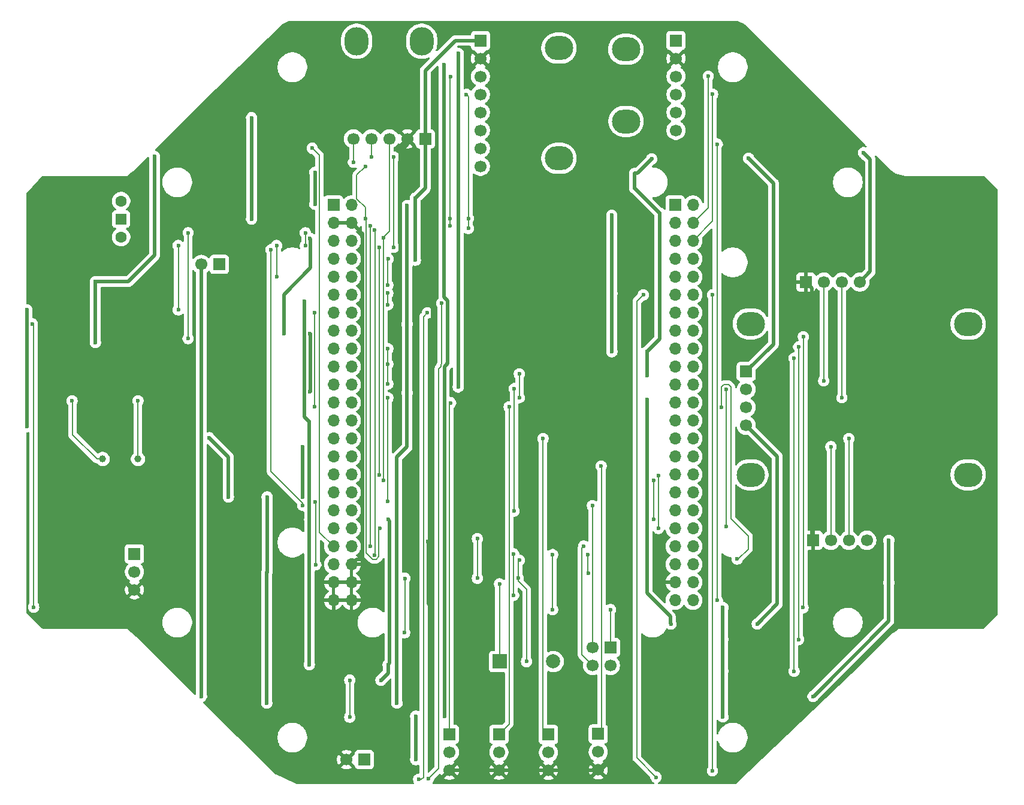
<source format=gbr>
%TF.GenerationSoftware,KiCad,Pcbnew,9.0.2*%
%TF.CreationDate,2025-07-11T17:47:35+09:00*%
%TF.ProjectId,Drone_FC_V1.0,44726f6e-655f-4464-935f-56312e302e6b,rev?*%
%TF.SameCoordinates,Original*%
%TF.FileFunction,Copper,L2,Bot*%
%TF.FilePolarity,Positive*%
%FSLAX46Y46*%
G04 Gerber Fmt 4.6, Leading zero omitted, Abs format (unit mm)*
G04 Created by KiCad (PCBNEW 9.0.2) date 2025-07-11 17:47:35*
%MOMM*%
%LPD*%
G01*
G04 APERTURE LIST*
%TA.AperFunction,WasherPad*%
%ADD10O,4.000000X3.400000*%
%TD*%
%TA.AperFunction,ComponentPad*%
%ADD11R,1.700000X1.700000*%
%TD*%
%TA.AperFunction,ComponentPad*%
%ADD12C,1.700000*%
%TD*%
%TA.AperFunction,ComponentPad*%
%ADD13C,3.600000*%
%TD*%
%TA.AperFunction,ConnectorPad*%
%ADD14C,6.400000*%
%TD*%
%TA.AperFunction,ComponentPad*%
%ADD15R,1.500000X1.500000*%
%TD*%
%TA.AperFunction,ComponentPad*%
%ADD16C,1.600000*%
%TD*%
%TA.AperFunction,ComponentPad*%
%ADD17C,1.000000*%
%TD*%
%TA.AperFunction,WasherPad*%
%ADD18O,3.400000X4.000000*%
%TD*%
%TA.AperFunction,ComponentPad*%
%ADD19O,1.700000X1.700000*%
%TD*%
%TA.AperFunction,ComponentPad*%
%ADD20R,2.000000X2.000000*%
%TD*%
%TA.AperFunction,ComponentPad*%
%ADD21C,2.000000*%
%TD*%
%TA.AperFunction,ViaPad*%
%ADD22C,0.600000*%
%TD*%
%TA.AperFunction,Conductor*%
%ADD23C,0.500000*%
%TD*%
%TA.AperFunction,Conductor*%
%ADD24C,0.200000*%
%TD*%
G04 APERTURE END LIST*
D10*
%TO.P,U8,*%
%TO.N,*%
X166445000Y-43100000D03*
X166470000Y-53275000D03*
D11*
%TO.P,U8,1,Pin_1*%
%TO.N,+3.3V*%
X173520000Y-41850000D03*
D12*
%TO.P,U8,2,Pin_2*%
%TO.N,DGND*%
X173520000Y-44390000D03*
%TO.P,U8,3,Pin_3*%
%TO.N,PB8_I2C1_SCL*%
X173520000Y-46930000D03*
%TO.P,U8,4,Pin_4*%
%TO.N,PB7_I2C1_SDA*%
X173520000Y-49470000D03*
%TO.P,U8,5,Pin_5*%
%TO.N,unconnected-(U8-Pin_5-Pad5)*%
X173520000Y-52010000D03*
%TO.P,U8,6,Pin_6*%
%TO.N,unconnected-(U8-Pin_6-Pad6)*%
X173520000Y-54550000D03*
%TD*%
D13*
%TO.P,H2,1,1*%
%TO.N,DGND*%
X211894444Y-68499999D03*
D14*
X211894444Y-68499999D03*
%TD*%
D11*
%TO.P,J11,1,Pin_1*%
%TO.N,PB1_TIM_RR_PWM*%
X162539415Y-139881642D03*
D12*
%TO.P,J11,2,Pin_2*%
%TO.N,unconnected-(J11-Pin_2-Pad2)*%
X162539415Y-142421642D03*
%TO.P,J11,3,Pin_3*%
%TO.N,DGND*%
X162539415Y-144961642D03*
%TD*%
D15*
%TO.P,SW2,1,B*%
%TO.N,+drone_batt*%
X95120000Y-67090000D03*
D16*
%TO.P,SW2,2,C*%
%TO.N,+Drone_PWR*%
X95120000Y-69630000D03*
%TO.P,SW2,3,A*%
%TO.N,unconnected-(SW2-A-Pad3)*%
X95120000Y-64550000D03*
%TD*%
D17*
%TO.P,TP2,1,1*%
%TO.N,Net-(U6-Pin_7)*%
X97500000Y-101000000D03*
%TD*%
D11*
%TO.P,J6,1,Pin_1*%
%TO.N,Net-(J6-Pin_1)*%
X164270000Y-127650000D03*
D12*
%TO.P,J6,2,Pin_2*%
%TO.N,Net-(J6-Pin_2)*%
X164270000Y-130190000D03*
%TO.P,J6,3,Pin_3*%
%TO.N,Net-(J6-Pin_3)*%
X161730000Y-127650000D03*
%TO.P,J6,4,Pin_4*%
%TO.N,Net-(J6-Pin_2)*%
X161730000Y-130190000D03*
%TD*%
D11*
%TO.P,J8,1,Pin_1*%
%TO.N,PA6_TIM_LF_PWM*%
X141500000Y-139920000D03*
D12*
%TO.P,J8,2,Pin_2*%
%TO.N,unconnected-(J8-Pin_2-Pad2)*%
X141500000Y-142460000D03*
%TO.P,J8,3,Pin_3*%
%TO.N,DGND*%
X141500000Y-145000000D03*
%TD*%
D11*
%TO.P,J9,1,Pin_1*%
%TO.N,PA7_TIM_LR_PWM*%
X148500000Y-139920000D03*
D12*
%TO.P,J9,2,Pin_2*%
%TO.N,unconnected-(J9-Pin_2-Pad2)*%
X148500000Y-142460000D03*
%TO.P,J9,3,Pin_3*%
%TO.N,DGND*%
X148500000Y-145000000D03*
%TD*%
D10*
%TO.P,U4,*%
%TO.N,*%
X156990000Y-42935000D03*
X156990000Y-58510000D03*
D11*
%TO.P,U4,1,Pin_1*%
%TO.N,+3.3V*%
X145890000Y-41860000D03*
D12*
%TO.P,U4,2,Pin_2*%
%TO.N,DGND*%
X145890000Y-44400000D03*
%TO.P,U4,3,Pin_3*%
%TO.N,PB10_I2C2_SCL*%
X145890000Y-46940000D03*
%TO.P,U4,4,Pin_4*%
%TO.N,PB11_I2C2_SDA*%
X145890000Y-49480000D03*
%TO.P,U4,5,Pin_5*%
%TO.N,unconnected-(U4-Pin_5-Pad5)*%
X145890000Y-52020000D03*
%TO.P,U4,6,Pin_6*%
%TO.N,unconnected-(U4-Pin_6-Pad6)*%
X145890000Y-54560000D03*
%TO.P,U4,7,Pin_7*%
%TO.N,PE15_VDO*%
X145890000Y-57100000D03*
%TO.P,U4,8,Pin_8*%
%TO.N,PE14_INT*%
X145890000Y-59640000D03*
%TD*%
D11*
%TO.P,J4,1,Pin_1*%
%TO.N,DGND*%
X191880000Y-76000000D03*
D12*
%TO.P,J4,2,Pin_2*%
%TO.N,PA14_SWCLK*%
X194420000Y-76000000D03*
%TO.P,J4,3,Pin_3*%
%TO.N,PA13_SWDIO*%
X196960000Y-76000000D03*
%TO.P,J4,4,Pin_4*%
%TO.N,+3.3V*%
X199500000Y-76000000D03*
%TD*%
D11*
%TO.P,J7,1,Pin_1*%
%TO.N,Net-(J7-Pin_1)*%
X97000000Y-114420000D03*
D12*
%TO.P,J7,2,Pin_2*%
%TO.N,+3.3V*%
X97000000Y-116960000D03*
%TO.P,J7,3,Pin_3*%
%TO.N,DGND*%
X97000000Y-119500000D03*
%TD*%
D11*
%TO.P,J1,1,Pin_1*%
%TO.N,DGND*%
X192880000Y-112500000D03*
D12*
%TO.P,J1,2,Pin_2*%
%TO.N,PA10_US1_Rx*%
X195420000Y-112500000D03*
%TO.P,J1,3,Pin_3*%
%TO.N,PA9_US1_Tx*%
X197960000Y-112500000D03*
%TO.P,J1,4,Pin_4*%
%TO.N,+5VP*%
X200500000Y-112500000D03*
%TD*%
D13*
%TO.P,H3,1,1*%
%TO.N,DGND*%
X211894444Y-117553823D03*
D14*
X211894444Y-117553823D03*
%TD*%
D11*
%TO.P,J3,1,Pin_1*%
%TO.N,+5V*%
X109000000Y-73500000D03*
D12*
%TO.P,J3,2,Pin_2*%
%TO.N,+5VP*%
X106460000Y-73500000D03*
%TD*%
D13*
%TO.P,H1,1,1*%
%TO.N,DGND*%
X89000000Y-117553823D03*
D14*
X89000000Y-117553823D03*
%TD*%
D18*
%TO.P,U5,*%
%TO.N,*%
X137601890Y-41955378D03*
X128401890Y-41955378D03*
D11*
%TO.P,U5,1,Pin_1*%
%TO.N,+3.3V*%
X138106890Y-55755378D03*
D12*
%TO.P,U5,2,Pin_2*%
%TO.N,DGND*%
X135566890Y-55755378D03*
%TO.P,U5,3,Pin_3*%
%TO.N,PD12_I2C4_SCL*%
X133026890Y-55755378D03*
%TO.P,U5,4,Pin_4*%
%TO.N,PD13_I2C4_SDA*%
X130486890Y-55755378D03*
%TO.P,U5,5,Pin_5*%
%TO.N,PB12_HMC5883_DRDY*%
X127946890Y-55755378D03*
%TD*%
D11*
%TO.P,J2,1,Pin_1*%
%TO.N,+drone_batt*%
X129500000Y-143500000D03*
D12*
%TO.P,J2,2,Pin_2*%
%TO.N,DGND*%
X126960000Y-143500000D03*
%TD*%
D11*
%TO.P,J5,1,Pin_1*%
%TO.N,+3.3V*%
X125125000Y-65100000D03*
D19*
%TO.P,J5,2,Pin_2*%
X127665000Y-65100000D03*
%TO.P,J5,3,Pin_3*%
%TO.N,DGND*%
X125125000Y-67640000D03*
%TO.P,J5,4,Pin_4*%
X127665000Y-67640000D03*
%TO.P,J5,5,Pin_5*%
%TO.N,PE2_SPI4_SCK*%
X125125000Y-70180000D03*
%TO.P,J5,6,Pin_6*%
%TO.N,PE3_ALIVE*%
X127665000Y-70180000D03*
%TO.P,J5,7,Pin_7*%
%TO.N,PE4_SPI4_NSS*%
X125125000Y-72720000D03*
%TO.P,J5,8,Pin_8*%
%TO.N,PE5_SPI4_MISO*%
X127665000Y-72720000D03*
%TO.P,J5,9,Pin_9*%
%TO.N,PE6_SPI4_MOSI*%
X125125000Y-75260000D03*
%TO.P,J5,10,Pin_10*%
%TO.N,unconnected-(J5-Pin_10-Pad10)*%
X127665000Y-75260000D03*
%TO.P,J5,11,Pin_11*%
%TO.N,unconnected-(J5-Pin_11-Pad11)*%
X125125000Y-77800000D03*
%TO.P,J5,12,Pin_12*%
%TO.N,unconnected-(J5-Pin_12-Pad12)*%
X127665000Y-77800000D03*
%TO.P,J5,13,Pin_13*%
%TO.N,reset*%
X125125000Y-80340000D03*
%TO.P,J5,14,Pin_14*%
%TO.N,unconnected-(J5-Pin_14-Pad14)*%
X127665000Y-80340000D03*
%TO.P,J5,15,Pin_15*%
%TO.N,unconnected-(J5-Pin_15-Pad15)*%
X125125000Y-82880000D03*
%TO.P,J5,16,Pin_16*%
%TO.N,unconnected-(J5-Pin_16-Pad16)*%
X127665000Y-82880000D03*
%TO.P,J5,17,Pin_17*%
%TO.N,unconnected-(J5-Pin_17-Pad17)*%
X125125000Y-85420000D03*
%TO.P,J5,18,Pin_18*%
%TO.N,PA0_ADC3_ch0*%
X127665000Y-85420000D03*
%TO.P,J5,19,Pin_19*%
%TO.N,unconnected-(J5-Pin_19-Pad19)*%
X125125000Y-87960000D03*
%TO.P,J5,20,Pin_20*%
%TO.N,unconnected-(J5-Pin_20-Pad20)*%
X127665000Y-87960000D03*
%TO.P,J5,21,Pin_21*%
%TO.N,PA3_USRART2_Rx*%
X125125000Y-90500000D03*
%TO.P,J5,22,Pin_22*%
%TO.N,PA4_DAC1_Output*%
X127665000Y-90500000D03*
%TO.P,J5,23,Pin_23*%
%TO.N,unconnected-(J5-Pin_23-Pad23)*%
X125125000Y-93040000D03*
%TO.P,J5,24,Pin_24*%
%TO.N,PA6_TIM_LF_PWM*%
X127665000Y-93040000D03*
%TO.P,J5,25,Pin_25*%
%TO.N,PA7_TIM_LR_PWM*%
X125125000Y-95580000D03*
%TO.P,J5,26,Pin_26*%
%TO.N,unconnected-(J5-Pin_26-Pad26)*%
X127665000Y-95580000D03*
%TO.P,J5,27,Pin_27*%
%TO.N,unconnected-(J5-Pin_27-Pad27)*%
X125125000Y-98120000D03*
%TO.P,J5,28,Pin_28*%
%TO.N,PB0_TIM_RF_PWM*%
X127665000Y-98120000D03*
%TO.P,J5,29,Pin_29*%
%TO.N,PB1_TIM_RR_PWM*%
X125125000Y-100660000D03*
%TO.P,J5,30,Pin_30*%
%TO.N,unconnected-(J5-Pin_30-Pad30)*%
X127665000Y-100660000D03*
%TO.P,J5,31,Pin_31*%
%TO.N,unconnected-(J5-Pin_31-Pad31)*%
X125125000Y-103200000D03*
%TO.P,J5,32,Pin_32*%
%TO.N,unconnected-(J5-Pin_32-Pad32)*%
X127665000Y-103200000D03*
%TO.P,J5,33,Pin_33*%
%TO.N,unconnected-(J5-Pin_33-Pad33)*%
X125125000Y-105740000D03*
%TO.P,J5,34,Pin_34*%
%TO.N,unconnected-(J5-Pin_34-Pad34)*%
X127665000Y-105740000D03*
%TO.P,J5,35,Pin_35*%
%TO.N,unconnected-(J5-Pin_35-Pad35)*%
X125125000Y-108280000D03*
%TO.P,J5,36,Pin_36*%
%TO.N,unconnected-(J5-Pin_36-Pad36)*%
X127665000Y-108280000D03*
%TO.P,J5,37,Pin_37*%
%TO.N,unconnected-(J5-Pin_37-Pad37)*%
X125125000Y-110820000D03*
%TO.P,J5,38,Pin_38*%
%TO.N,PE14_INT*%
X127665000Y-110820000D03*
%TO.P,J5,39,Pin_39*%
%TO.N,PE15_VDO*%
X125125000Y-113360000D03*
%TO.P,J5,40,Pin_40*%
%TO.N,PB10_I2C2_SCL*%
X127665000Y-113360000D03*
%TO.P,J5,41,Pin_41*%
%TO.N,PB11_I2C2_SDA*%
X125125000Y-115900000D03*
%TO.P,J5,42,Pin_42*%
%TO.N,DGND*%
X127665000Y-115900000D03*
%TO.P,J5,43,Pin_43*%
X125125000Y-118440000D03*
%TO.P,J5,44,Pin_44*%
X127665000Y-118440000D03*
%TO.P,J5,45,Pin_45*%
X125125000Y-120980000D03*
%TO.P,J5,46,Pin_46*%
X127665000Y-120980000D03*
D11*
%TO.P,J5,51,Pin_51*%
%TO.N,unconnected-(J5-Pin_51-Pad51)*%
X173385000Y-65100000D03*
D19*
%TO.P,J5,52,Pin_52*%
%TO.N,unconnected-(J5-Pin_52-Pad52)*%
X175925000Y-65100000D03*
%TO.P,J5,53,Pin_53*%
%TO.N,unconnected-(J5-Pin_53-Pad53)*%
X173385000Y-67640000D03*
%TO.P,J5,54,Pin_54*%
%TO.N,PB8_I2C1_SCL*%
X175925000Y-67640000D03*
%TO.P,J5,55,Pin_55*%
%TO.N,unconnected-(J5-Pin_55-Pad55)*%
X173385000Y-70180000D03*
%TO.P,J5,56,Pin_56*%
%TO.N,PB7_I2C1_SDA*%
X175925000Y-70180000D03*
%TO.P,J5,57,Pin_57*%
%TO.N,unconnected-(J5-Pin_57-Pad57)*%
X173385000Y-72720000D03*
%TO.P,J5,58,Pin_58*%
%TO.N,unconnected-(J5-Pin_58-Pad58)*%
X175925000Y-72720000D03*
%TO.P,J5,59,Pin_59*%
%TO.N,unconnected-(J5-Pin_59-Pad59)*%
X173385000Y-75260000D03*
%TO.P,J5,60,Pin_60*%
%TO.N,unconnected-(J5-Pin_60-Pad60)*%
X175925000Y-75260000D03*
%TO.P,J5,61,Pin_61*%
%TO.N,PD7_Drone_WLED*%
X173385000Y-77800000D03*
%TO.P,J5,62,Pin_12*%
%TO.N,PD6_Drone_GLED*%
X175925000Y-77800000D03*
%TO.P,J5,63,Pin_63*%
%TO.N,PD5_Drone_YLED*%
X173385000Y-80340000D03*
%TO.P,J5,64,Pin_64*%
%TO.N,PD4_Drone_RLED*%
X175925000Y-80340000D03*
%TO.P,J5,65,Pin_65*%
%TO.N,PD3_Drone_RSSI3_BLED*%
X173385000Y-82880000D03*
%TO.P,J5,66,Pin_66*%
%TO.N,PD2_Drone_RSSI2_BLED*%
X175925000Y-82880000D03*
%TO.P,J5,67,Pin_17*%
%TO.N,PD1_Drone_RSSI1_BLED*%
X173385000Y-85420000D03*
%TO.P,J5,68,Pin_68*%
%TO.N,unconnected-(J5-Pin_68-Pad68)*%
X175925000Y-85420000D03*
%TO.P,J5,69,Pin_69*%
%TO.N,unconnected-(J5-Pin_69-Pad69)*%
X173385000Y-87960000D03*
%TO.P,J5,70,Pin_70*%
%TO.N,unconnected-(J5-Pin_70-Pad70)*%
X175925000Y-87960000D03*
%TO.P,J5,71,Pin_71*%
%TO.N,unconnected-(J5-Pin_71-Pad71)*%
X173385000Y-90500000D03*
%TO.P,J5,72,Pin_72*%
%TO.N,unconnected-(J5-Pin_72-Pad72)*%
X175925000Y-90500000D03*
%TO.P,J5,73,Pin_73*%
%TO.N,PA14_SWCLK*%
X173385000Y-93040000D03*
%TO.P,J5,74,Pin_74*%
%TO.N,PA13_SWDIO*%
X175925000Y-93040000D03*
%TO.P,J5,75,Pin_75*%
%TO.N,unconnected-(J5-Pin_75-Pad75)*%
X173385000Y-95580000D03*
%TO.P,J5,76,Pin_76*%
%TO.N,unconnected-(J5-Pin_76-Pad76)*%
X175925000Y-95580000D03*
%TO.P,J5,77,Pin_77*%
%TO.N,PA10_US1_Rx*%
X173385000Y-98120000D03*
%TO.P,J5,78,Pin_78*%
%TO.N,PA9_US1_Tx*%
X175925000Y-98120000D03*
%TO.P,J5,79,Pin_79*%
%TO.N,unconnected-(J5-Pin_79-Pad79)*%
X173385000Y-100660000D03*
%TO.P,J5,80,Pin_80*%
%TO.N,unconnected-(J5-Pin_80-Pad80)*%
X175925000Y-100660000D03*
%TO.P,J5,81,Pin_81*%
%TO.N,unconnected-(J5-Pin_81-Pad81)*%
X173385000Y-103200000D03*
%TO.P,J5,82,Pin_82*%
%TO.N,unconnected-(J5-Pin_82-Pad82)*%
X175925000Y-103200000D03*
%TO.P,J5,83,Pin_83*%
%TO.N,unconnected-(J5-Pin_83-Pad83)*%
X173385000Y-105740000D03*
%TO.P,J5,84,Pin_84*%
%TO.N,unconnected-(J5-Pin_84-Pad84)*%
X175925000Y-105740000D03*
%TO.P,J5,85,Pin_85*%
%TO.N,unconnected-(J5-Pin_85-Pad85)*%
X173385000Y-108280000D03*
%TO.P,J5,86,Pin_86*%
%TO.N,PD12_I2C4_SCL*%
X175925000Y-108280000D03*
%TO.P,J5,87,Pin_87*%
%TO.N,PD13_I2C4_SDA*%
X173385000Y-110820000D03*
%TO.P,J5,88,Pin_88*%
%TO.N,unconnected-(J5-Pin_88-Pad88)*%
X175925000Y-110820000D03*
%TO.P,J5,89,Pin_89*%
%TO.N,unconnected-(J5-Pin_89-Pad89)*%
X173385000Y-113360000D03*
%TO.P,J5,90,Pin_90*%
%TO.N,PD9_USART3_RX*%
X175925000Y-113360000D03*
%TO.P,J5,91,Pin_91*%
%TO.N,PD8_USART3_Tx*%
X173385000Y-115900000D03*
%TO.P,J5,92,Pin_92*%
%TO.N,PB15_BZ_PULSE*%
X175925000Y-115900000D03*
%TO.P,J5,93,Pin_93*%
%TO.N,DGND*%
X173385000Y-118440000D03*
%TO.P,J5,94,Pin_94*%
%TO.N,PB14_BZ_ON*%
X175925000Y-118440000D03*
%TO.P,J5,95,Pin_95*%
%TO.N,PB13_LoRa_RESET*%
X173385000Y-120980000D03*
%TO.P,J5,96,Pin_96*%
%TO.N,PB12_HMC5883_DRDY*%
X175925000Y-120980000D03*
%TD*%
D10*
%TO.P,U3,*%
%TO.N,*%
X184100000Y-103250000D03*
X214800000Y-103250000D03*
X214800000Y-81950000D03*
X184050000Y-81900000D03*
D11*
%TO.P,U3,1,Pin_1*%
%TO.N,+3.3VA_GPSR*%
X183450000Y-88640000D03*
D12*
%TO.P,U3,2,Pin_2*%
%TO.N,PD9_USART3_RX*%
X183450000Y-91180000D03*
%TO.P,U3,3,Pin_3*%
%TO.N,PD8_USART3_Tx*%
X183450000Y-93720000D03*
%TO.P,U3,4,Pin_4*%
%TO.N,AGND1*%
X183450000Y-96260000D03*
%TD*%
D13*
%TO.P,H4,1,1*%
%TO.N,DGND*%
X89000000Y-68500000D03*
D14*
X89000000Y-68500000D03*
%TD*%
D20*
%TO.P,BZ1,1,+*%
%TO.N,Net-(BZ1-+)*%
X148580000Y-129640000D03*
D21*
%TO.P,BZ1,2,-*%
%TO.N,Net-(BZ1--)*%
X156180000Y-129640000D03*
%TD*%
D17*
%TO.P,TP1,1,1*%
%TO.N,Net-(U6-Pin_8)*%
X92500000Y-101000000D03*
%TD*%
D11*
%TO.P,J10,1,Pin_1*%
%TO.N,PB0_TIM_RF_PWM*%
X155500000Y-139960000D03*
D12*
%TO.P,J10,2,Pin_2*%
%TO.N,unconnected-(J10-Pin_2-Pad2)*%
X155500000Y-142500000D03*
%TO.P,J10,3,Pin_3*%
%TO.N,DGND*%
X155500000Y-145040000D03*
%TD*%
D22*
%TO.N,+Drone_PWR*%
X121800000Y-91520000D03*
X121800000Y-83260000D03*
X121780000Y-69790000D03*
X118125000Y-83255000D03*
%TO.N,Net-(D1-A)*%
X127420000Y-137500000D03*
X127420000Y-132270000D03*
%TO.N,Net-(BZ1--)*%
X151210000Y-117870000D03*
X151370000Y-115330000D03*
X152410000Y-129640000D03*
%TO.N,Net-(BZ1-+)*%
X145450000Y-117870000D03*
X148590000Y-118666000D03*
X145450000Y-112280000D03*
%TO.N,reset*%
X122440000Y-93620000D03*
X132810000Y-79189000D03*
X122450000Y-80340000D03*
X132810000Y-77570000D03*
%TO.N,DGND*%
X107000000Y-58000000D03*
X97000000Y-103940000D03*
X94000000Y-103940000D03*
X157000000Y-91000000D03*
X149000000Y-100000000D03*
X139050000Y-75870000D03*
X138490000Y-112630000D03*
X149000000Y-57000000D03*
X159000000Y-74000000D03*
X167060000Y-119267000D03*
X164000000Y-59000001D03*
X206000000Y-69000000D03*
X206000000Y-72000000D03*
X167000000Y-57000000D03*
X166000000Y-100000000D03*
X216000000Y-111999999D03*
X163230000Y-89160000D03*
X156000000Y-77000001D03*
X155000000Y-51000001D03*
X152000000Y-51000001D03*
X158000000Y-51000000D03*
X176000000Y-133000000D03*
X198000001Y-69000000D03*
X160000000Y-62000000D03*
X162000000Y-74000001D03*
X119000000Y-49990000D03*
X124070000Y-49960000D03*
X111780000Y-88360000D03*
X147000000Y-77000001D03*
X173000000Y-129999999D03*
X133000000Y-50000000D03*
X160000000Y-96999999D03*
X205000000Y-107000001D03*
X110610000Y-58000000D03*
X107000000Y-55000000D03*
X160000000Y-99999999D03*
X157000000Y-106000001D03*
X166000000Y-112000000D03*
X214000000Y-110000000D03*
X161000000Y-57000001D03*
X203000000Y-75000000D03*
X138500000Y-115900000D03*
X206000000Y-66000000D03*
X130360000Y-47040000D03*
X217000000Y-107000000D03*
X110610000Y-51690000D03*
X185000001Y-74000000D03*
X161000000Y-48000000D03*
X150000000Y-71000001D03*
X149000000Y-54000000D03*
X160000000Y-64999999D03*
X159000000Y-71000000D03*
X145000000Y-82000001D03*
X170000000Y-139000000D03*
X195000000Y-69000000D03*
X115550000Y-68620000D03*
X153000000Y-74000001D03*
X154000000Y-90999999D03*
X167000000Y-59000000D03*
X154000000Y-93999999D03*
X156000000Y-68000000D03*
X170000000Y-133000000D03*
X166000000Y-109000000D03*
X202999999Y-66000000D03*
X176000000Y-130000000D03*
X154000000Y-82000000D03*
X151000000Y-62000000D03*
X170000000Y-127000000D03*
X198000001Y-66000000D03*
X91000000Y-103940000D03*
X195000000Y-66000000D03*
X143000000Y-107999999D03*
X156000000Y-74000001D03*
X176000000Y-142000000D03*
X202999999Y-78000000D03*
X211000000Y-110000001D03*
X202000000Y-110000001D03*
X166000000Y-115000000D03*
X209000000Y-75000000D03*
X149000000Y-41999999D03*
X152000000Y-42000000D03*
X154000000Y-85000000D03*
X180999999Y-68000000D03*
X184000001Y-62000000D03*
X150000000Y-74000001D03*
X103000000Y-106000000D03*
X113000000Y-50000000D03*
X154000000Y-96999999D03*
X110610000Y-61000000D03*
X155000000Y-48000001D03*
X146000000Y-100000001D03*
X205000000Y-110000002D03*
X164000000Y-57000001D03*
X163000000Y-91000000D03*
X185000000Y-77000000D03*
X160000000Y-93999999D03*
X150000000Y-68000000D03*
X160000000Y-87999999D03*
X139000000Y-122000000D03*
X149000000Y-96000000D03*
X110610000Y-64000000D03*
X160000000Y-106000000D03*
X217000000Y-110000001D03*
X157000000Y-97000000D03*
X130360000Y-50040000D03*
X158000000Y-48000000D03*
X127930000Y-47030000D03*
X170490000Y-118440000D03*
X149000000Y-48000000D03*
X147630000Y-63880000D03*
X185000001Y-71000000D03*
X163000000Y-94000000D03*
X154000000Y-62000001D03*
X164640000Y-143200000D03*
X153000000Y-68000000D03*
X157000000Y-88000000D03*
X161000000Y-54000000D03*
X158000000Y-54000000D03*
X100000000Y-103940000D03*
X173000000Y-138999999D03*
X151000000Y-82000001D03*
X208999999Y-78000000D03*
X176000000Y-139000000D03*
X206000001Y-75000000D03*
X161000000Y-51000001D03*
X202000000Y-107000000D03*
X157000000Y-85000001D03*
X164000000Y-48000000D03*
X184000000Y-68000000D03*
X121430000Y-50000000D03*
X157000000Y-94000000D03*
X176000000Y-127000000D03*
X202999999Y-72000000D03*
X170000000Y-130000000D03*
X110610000Y-55000000D03*
X107000000Y-64000000D03*
X167000000Y-48000000D03*
X107600000Y-88360000D03*
X93930000Y-109627500D03*
X100000000Y-106000000D03*
X209000000Y-63000000D03*
X162000000Y-71000001D03*
X157000000Y-100000000D03*
X160000000Y-85000000D03*
X207000000Y-111999999D03*
X181000000Y-65000000D03*
X157000000Y-62000001D03*
X147640000Y-75910000D03*
X146000000Y-96000001D03*
X148000000Y-82000001D03*
X143000000Y-100000000D03*
X154000000Y-65000000D03*
X116000000Y-49990000D03*
X163000000Y-97000000D03*
X211000000Y-107000000D03*
X173000000Y-132999999D03*
X181000000Y-62000000D03*
X149000000Y-44999999D03*
X154000000Y-87999999D03*
X160000000Y-82000000D03*
X152000000Y-54000001D03*
X149000000Y-105000000D03*
X152000000Y-45000000D03*
X170000000Y-142000000D03*
X152000000Y-48000001D03*
X216000000Y-115000000D03*
X149000000Y-51000000D03*
X163240000Y-75910000D03*
X155000000Y-54000001D03*
X147630000Y-71200000D03*
X208000000Y-110000001D03*
X157000000Y-110000001D03*
X153000000Y-77000000D03*
X144000000Y-77000001D03*
X160000000Y-90999999D03*
X162000000Y-68000000D03*
X214000000Y-106999999D03*
X206000000Y-63000000D03*
X157000000Y-65000000D03*
X163000000Y-100000000D03*
X162000000Y-77000000D03*
X166000000Y-106000000D03*
X166000000Y-97000000D03*
X146000000Y-108000000D03*
X202999999Y-63000000D03*
X184000001Y-65000000D03*
X214999999Y-78000000D03*
X153000000Y-71000001D03*
X202999999Y-69000000D03*
X133000000Y-47000000D03*
X161000000Y-45000001D03*
X134570000Y-65938500D03*
X89260000Y-102500000D03*
X207000000Y-115000000D03*
X124070000Y-47320000D03*
X151000000Y-65000000D03*
X157000000Y-82000001D03*
X163000000Y-65000000D03*
X150000000Y-77000001D03*
X159000000Y-76999999D03*
X173000000Y-126999999D03*
X91000000Y-106000000D03*
X215000000Y-75000000D03*
X94000000Y-106000000D03*
X107000000Y-61000000D03*
X212000001Y-75000000D03*
X212000000Y-78000000D03*
X208000000Y-107000000D03*
X127930000Y-50030000D03*
X156000000Y-71000001D03*
X163000000Y-62000001D03*
X161000000Y-42000000D03*
X134570000Y-75790000D03*
X107600000Y-94780000D03*
X173000000Y-141999999D03*
X206000000Y-78000000D03*
X143000000Y-96000000D03*
X97000000Y-106000000D03*
X159000000Y-67999999D03*
X143000000Y-105000000D03*
X160000000Y-110000000D03*
X139170000Y-84730000D03*
X146000000Y-105000001D03*
X103000000Y-103940000D03*
X161000000Y-59000001D03*
%TO.N,+5VP*%
X203600000Y-118500000D03*
X192890000Y-134560000D03*
X106460000Y-134570000D03*
X203600000Y-112500000D03*
%TO.N,+5V*%
X132850000Y-109550000D03*
X121040000Y-90000000D03*
X121710000Y-130070000D03*
X121040000Y-78750000D03*
X131840000Y-132270000D03*
X121720000Y-95700000D03*
X132850000Y-130080000D03*
X121720000Y-105270000D03*
%TO.N,+3.3V*%
X135530000Y-65187500D03*
X120790000Y-106370000D03*
X134090000Y-135510000D03*
X200024376Y-57710000D03*
X180150000Y-126500000D03*
X164450000Y-71360000D03*
X135530000Y-91650000D03*
X164470000Y-85840000D03*
X164450000Y-66540000D03*
X180150000Y-122020000D03*
X122500000Y-65000000D03*
X180150000Y-131000000D03*
X120790000Y-99330000D03*
X110290000Y-106360000D03*
X107550000Y-98000000D03*
X164450000Y-68960000D03*
X135530000Y-81940000D03*
X180150000Y-137460000D03*
X164480000Y-77600000D03*
X136700000Y-72900000D03*
X115742500Y-116957500D03*
X115750000Y-106372500D03*
X136700000Y-64115213D03*
X115700000Y-135510000D03*
X122500000Y-60500000D03*
%TO.N,+3.3VA_GPSR*%
X169420000Y-85840000D03*
X170090000Y-58600000D03*
X169420000Y-89200000D03*
X183790000Y-58520000D03*
%TO.N,+3.3VA_LoRa*%
X81800000Y-79920000D03*
X81800000Y-96420000D03*
%TO.N,Net-(C15-Pad1)*%
X135180000Y-125550000D03*
X135220000Y-117880000D03*
%TO.N,PD1_Drone_RSSI1_BLED*%
X190220000Y-86750000D03*
X190220000Y-131010000D03*
%TO.N,PD2_Drone_RSSI2_BLED*%
X190860000Y-126510000D03*
X190860000Y-85150000D03*
%TO.N,PD3_Drone_RSSI3_BLED*%
X191490000Y-122020000D03*
X191520000Y-83720000D03*
%TO.N,PD4_Drone_RLED*%
X138530000Y-146231000D03*
X140440000Y-79000000D03*
%TO.N,PD5_Drone_YLED*%
X137160000Y-146290000D03*
X138410000Y-80350000D03*
%TO.N,PD6_Drone_GLED*%
X178670000Y-145076000D03*
X178670000Y-77800000D03*
%TO.N,PD7_Drone_WLED*%
X170710000Y-145990000D03*
X168920000Y-77800000D03*
%TO.N,PA9_US1_Tx*%
X197950000Y-98120000D03*
%TO.N,PA10_US1_Rx*%
X195420000Y-99270000D03*
%TO.N,+drone_batt*%
X140730000Y-45240000D03*
X141170000Y-87610000D03*
X140830000Y-137370000D03*
X113560000Y-52770000D03*
X136750000Y-137370000D03*
X136750000Y-143500000D03*
X113560000Y-67090000D03*
%TO.N,PA14_SWCLK*%
X194390000Y-89950000D03*
%TO.N,PA13_SWDIO*%
X196960000Y-92350000D03*
%TO.N,PE5_SPI4_MISO*%
X132810000Y-76430000D03*
X132830000Y-72710000D03*
%TO.N,PB0_TIM_RF_PWM*%
X154740000Y-98120000D03*
%TO.N,PE6_SPI4_MOSI*%
X103200000Y-70830000D03*
X117100000Y-75260000D03*
X103200000Y-79920000D03*
X117080000Y-70830000D03*
%TO.N,PD8_USART3_Tx*%
X182170206Y-115147014D03*
X179960000Y-93660000D03*
%TO.N,PB11_I2C2_SDA*%
X144180000Y-67000000D03*
X144180000Y-68400000D03*
X130910000Y-68680000D03*
X143910000Y-49470000D03*
X130910000Y-114590000D03*
%TO.N,PB12_HMC5883_DRDY*%
X127950000Y-59070000D03*
X179360000Y-120980000D03*
X179360000Y-56500000D03*
%TO.N,PA7_TIM_LR_PWM*%
X149940000Y-93640000D03*
%TO.N,PA0_ADC3_ch0*%
X132810000Y-85420000D03*
X132810000Y-87570000D03*
X132810000Y-90410000D03*
%TO.N,PB7_I2C1_SDA*%
X178700000Y-49460000D03*
%TO.N,PE3_ALIVE*%
X120800000Y-107578441D03*
X121149011Y-69030000D03*
X121150000Y-70830000D03*
X116284393Y-71430000D03*
%TO.N,PD9_USART3_RX*%
X180580000Y-110545282D03*
X180600000Y-91179000D03*
%TO.N,PA6_TIM_LF_PWM*%
X141680000Y-93070000D03*
%TO.N,PE14_INT*%
X129640000Y-67000000D03*
X131660000Y-110810000D03*
X129630000Y-59630000D03*
%TO.N,PA4_DAC1_Output*%
X150650000Y-91070000D03*
X150650000Y-108360000D03*
%TO.N,PE2_SPI4_SCK*%
X104590000Y-69030000D03*
X104580000Y-83990000D03*
%TO.N,PB10_I2C2_SCL*%
X141710000Y-46930000D03*
X130370000Y-68089747D03*
X141630000Y-68040000D03*
X141630000Y-67010000D03*
X130370000Y-113340000D03*
%TO.N,PB13_LoRa_RESET*%
X82580000Y-81900000D03*
X82760000Y-121940000D03*
%TO.N,PB15_BZ_PULSE*%
X161110000Y-117190000D03*
X161100000Y-114520000D03*
%TO.N,PB8_I2C1_SCL*%
X178080000Y-46920000D03*
%TO.N,PD12_I2C4_SCL*%
X132180000Y-104060000D03*
X132200000Y-69740000D03*
X170410000Y-109540000D03*
X170410000Y-104060000D03*
%TO.N,PD13_I2C4_SDA*%
X131570000Y-103270000D03*
X130490000Y-58320000D03*
X171050000Y-110820000D03*
X133660000Y-71087500D03*
X131580000Y-71080000D03*
X171050000Y-103330000D03*
X133660000Y-58320000D03*
%TO.N,PB14_BZ_ON*%
X150570000Y-120280000D03*
X150570000Y-114420000D03*
%TO.N,PE15_VDO*%
X122120000Y-57080000D03*
%TO.N,PB1_TIM_RR_PWM*%
X162940000Y-102000000D03*
%TO.N,Net-(J6-Pin_3)*%
X161720000Y-107590000D03*
%TO.N,Net-(J6-Pin_2)*%
X160490000Y-113320000D03*
%TO.N,Net-(J6-Pin_1)*%
X156090000Y-114520000D03*
X156090000Y-122300000D03*
X164270000Y-122300000D03*
%TO.N,Net-(J7-Pin_1)*%
X132800000Y-106990000D03*
X132800000Y-92350000D03*
X122630000Y-115940000D03*
X122500000Y-107070000D03*
%TO.N,Net-(Q3-B)*%
X151380000Y-88980000D03*
X151380000Y-92350000D03*
%TO.N,Net-(U6-Pin_8)*%
X88190000Y-92810000D03*
%TO.N,Net-(U6-Pin_7)*%
X97500000Y-92770000D03*
%TO.N,AGND1*%
X169420000Y-92560000D03*
X172810000Y-124340000D03*
X185010000Y-124310000D03*
%TO.N,AGND2*%
X142740000Y-90830000D03*
X99840000Y-58230000D03*
X142750000Y-43660000D03*
X91477500Y-84552500D03*
X91480000Y-75925000D03*
%TD*%
D23*
%TO.N,+Drone_PWR*%
X118125000Y-77762262D02*
X118125000Y-83255000D01*
X121780000Y-69790000D02*
X121900011Y-69910011D01*
X121800000Y-91520000D02*
X121840000Y-91480000D01*
X121900011Y-69910011D02*
X121900011Y-73987251D01*
X121840000Y-91480000D02*
X121840000Y-83300000D01*
X121840000Y-83300000D02*
X121800000Y-83260000D01*
X121900011Y-73987251D02*
X118125000Y-77762262D01*
D24*
%TO.N,Net-(D1-A)*%
X127420000Y-132270000D02*
X127420000Y-137500000D01*
%TO.N,Net-(BZ1--)*%
X152410000Y-129640000D02*
X152410000Y-119430000D01*
X152410000Y-119430000D02*
X151210000Y-118230000D01*
X151370000Y-115330000D02*
X151210000Y-115490000D01*
X151210000Y-118230000D02*
X151210000Y-117870000D01*
X151210000Y-115490000D02*
X151210000Y-117870000D01*
%TO.N,Net-(BZ1-+)*%
X145450000Y-112280000D02*
X145450000Y-117870000D01*
X148580000Y-129640000D02*
X148580000Y-118676000D01*
X148580000Y-118676000D02*
X148590000Y-118666000D01*
%TO.N,reset*%
X122450000Y-80340000D02*
X122440000Y-80350000D01*
X132810000Y-77570000D02*
X132810000Y-79189000D01*
X122440000Y-80350000D02*
X122440000Y-93620000D01*
D23*
%TO.N,DGND*%
X127665000Y-67640000D02*
X128960000Y-68935000D01*
X147630000Y-71200000D02*
X147630000Y-75900000D01*
X125130000Y-141670000D02*
X125130000Y-141720000D01*
X155500000Y-145040000D02*
X162500000Y-145040000D01*
X125125000Y-67640000D02*
X127665000Y-67640000D01*
X128385000Y-115180000D02*
X127665000Y-115900000D01*
X129190000Y-69165000D02*
X129190000Y-115060000D01*
X129190000Y-115060000D02*
X129070000Y-115180000D01*
X139170000Y-84730000D02*
X139170000Y-76010000D01*
X125130000Y-127040000D02*
X125130000Y-141670000D01*
X125125000Y-126775000D02*
X125125000Y-120980000D01*
X139170000Y-76010000D02*
X139040000Y-75880000D01*
X129050000Y-69025000D02*
X129190000Y-69165000D01*
X93930000Y-116610000D02*
X93930000Y-116430000D01*
X134590000Y-57510000D02*
X135565000Y-56535000D01*
X111780000Y-72390000D02*
X111780000Y-88360000D01*
X125130000Y-141720000D02*
X126910000Y-143500000D01*
D24*
X155460000Y-145000000D02*
X155500000Y-145040000D01*
D23*
X192770000Y-76890000D02*
X191880000Y-76000000D01*
X138500000Y-115900000D02*
X138500000Y-121500000D01*
X94250000Y-89290000D02*
X89000000Y-84040000D01*
X93930000Y-114100000D02*
X93930000Y-109627500D01*
X115550000Y-68620000D02*
X111780000Y-72390000D01*
X89000000Y-84040000D02*
X89000000Y-70650999D01*
X147630000Y-63880000D02*
X147630000Y-71200000D01*
X167060000Y-119267000D02*
X167060000Y-140780000D01*
D24*
X125130000Y-126780000D02*
X125125000Y-126775000D01*
X138500000Y-112640000D02*
X138490000Y-112630000D01*
D23*
X134590000Y-65918500D02*
X134590000Y-57510000D01*
X167060000Y-140780000D02*
X164640000Y-143200000D01*
X192880000Y-112500000D02*
X192770000Y-112390000D01*
X162800000Y-145040000D02*
X162500000Y-145040000D01*
X192770000Y-112390000D02*
X192770000Y-76890000D01*
X134570000Y-65938500D02*
X134590000Y-65918500D01*
X97000000Y-119500000D02*
X96820000Y-119500000D01*
X89260000Y-102500000D02*
X93140000Y-102500000D01*
X107600000Y-94780000D02*
X107600000Y-88360000D01*
X93930000Y-114100000D02*
X92627177Y-115402823D01*
D24*
X163230000Y-75920000D02*
X163240000Y-75910000D01*
D23*
X167060000Y-140780000D02*
X167050000Y-140790000D01*
X92627177Y-115402823D02*
X89000000Y-115402823D01*
X134570000Y-75790000D02*
X134570000Y-65938500D01*
D24*
X125130000Y-127040000D02*
X125130000Y-126780000D01*
D23*
X96820000Y-119500000D02*
X93930000Y-116610000D01*
X164640000Y-143200000D02*
X162800000Y-145040000D01*
X94250000Y-101390000D02*
X94250000Y-89290000D01*
X93140000Y-102500000D02*
X94250000Y-101390000D01*
X126910000Y-143500000D02*
X126960000Y-143500000D01*
D24*
X139040000Y-75880000D02*
X139050000Y-75870000D01*
D23*
X93930000Y-116430000D02*
X93930000Y-114100000D01*
D24*
X147630000Y-75900000D02*
X147640000Y-75910000D01*
X128960000Y-68935000D02*
X129050000Y-69025000D01*
D23*
X135565000Y-56535000D02*
X135565000Y-55750000D01*
X141500000Y-145000000D02*
X148500000Y-145000000D01*
X138500000Y-115900000D02*
X138500000Y-112640000D01*
X148500000Y-145000000D02*
X155460000Y-145000000D01*
X129070000Y-115180000D02*
X128385000Y-115180000D01*
X138500000Y-121500000D02*
X139000000Y-122000000D01*
X163230000Y-89160000D02*
X163230000Y-75920000D01*
%TO.N,+5VP*%
X203600000Y-123900000D02*
X203600000Y-118500000D01*
X192890000Y-134560000D02*
X192940000Y-134560000D01*
X203600000Y-118500000D02*
X203600000Y-112500000D01*
X106460000Y-73500000D02*
X106460000Y-134570000D01*
X192940000Y-134560000D02*
X203600000Y-123900000D01*
%TO.N,+5V*%
X132850000Y-131260000D02*
X132850000Y-130080000D01*
X132850000Y-130080000D02*
X133080000Y-129850000D01*
X121720000Y-109550000D02*
X121730000Y-109560000D01*
X121730000Y-105280000D02*
X121730000Y-109540000D01*
X131840000Y-132270000D02*
X132850000Y-131260000D01*
X121040000Y-78750000D02*
X121040000Y-90000000D01*
X121720000Y-105270000D02*
X121720000Y-95700000D01*
X121730000Y-130050000D02*
X121720000Y-130060000D01*
X133080000Y-109780000D02*
X132850000Y-109550000D01*
X121040000Y-95020000D02*
X121720000Y-95700000D01*
X121730000Y-109560000D02*
X121730000Y-130050000D01*
X133080000Y-129850000D02*
X133080000Y-109780000D01*
D24*
X121720000Y-130060000D02*
X121710000Y-130070000D01*
D23*
X121720000Y-105270000D02*
X121730000Y-105280000D01*
X121730000Y-109540000D02*
X121720000Y-109550000D01*
X121040000Y-90000000D02*
X121040000Y-95020000D01*
%TO.N,+3.3V*%
X122500000Y-60500000D02*
X122510000Y-60510000D01*
D24*
X164470000Y-71380000D02*
X164450000Y-71360000D01*
D23*
X122510000Y-60510000D02*
X122510000Y-64990000D01*
X138105000Y-62710213D02*
X136700000Y-64115213D01*
X115742500Y-116957500D02*
X115750000Y-116950000D01*
X164450000Y-71360000D02*
X164450000Y-68960000D01*
X200024376Y-57710000D02*
X200980000Y-58665624D01*
X115700000Y-135510000D02*
X115700000Y-117000000D01*
X135530000Y-91650000D02*
X135530000Y-81940000D01*
X164470000Y-85840000D02*
X164470000Y-77590000D01*
X136700000Y-72900000D02*
X136700000Y-64115213D01*
X200980000Y-58665624D02*
X200980000Y-74520000D01*
X138105000Y-55750000D02*
X138105000Y-62710213D01*
X134080000Y-135500000D02*
X134090000Y-135510000D01*
X120790000Y-106370000D02*
X120790000Y-99330000D01*
X138105000Y-46085000D02*
X138105000Y-55750000D01*
X180150000Y-122020000D02*
X180150000Y-126500000D01*
X115750000Y-116950000D02*
X115750000Y-106372500D01*
X180150000Y-131000000D02*
X180150000Y-137460000D01*
D24*
X115700000Y-117000000D02*
X115742500Y-116957500D01*
D23*
X164470000Y-77590000D02*
X164470000Y-71380000D01*
X135530000Y-81940000D02*
X135530000Y-65187500D01*
X180150000Y-126500000D02*
X180150000Y-131000000D01*
X122510000Y-64990000D02*
X122500000Y-65000000D01*
X134090000Y-100770000D02*
X134080000Y-100780000D01*
X164450000Y-68960000D02*
X164450000Y-66540000D01*
X200980000Y-74520000D02*
X199500000Y-76000000D01*
X135530000Y-99330000D02*
X134090000Y-100770000D01*
X135530000Y-99330000D02*
X135530000Y-91650000D01*
X145900000Y-41850000D02*
X142340000Y-41850000D01*
X134080000Y-100780000D02*
X134080000Y-135500000D01*
X110290000Y-100740000D02*
X107550000Y-98000000D01*
X142340000Y-41850000D02*
X138105000Y-46085000D01*
X110290000Y-106360000D02*
X110290000Y-100740000D01*
%TO.N,+3.3VA_GPSR*%
X167640000Y-62760000D02*
X167640000Y-60600000D01*
X168090000Y-60600000D02*
X170090000Y-58600000D01*
X169420000Y-85840000D02*
X171220029Y-84039971D01*
X187290000Y-84800000D02*
X183450000Y-88640000D01*
X171220029Y-66212847D02*
X171152847Y-66212847D01*
X167670000Y-62730000D02*
X167640000Y-62760000D01*
X167640000Y-60600000D02*
X168090000Y-60600000D01*
X169420000Y-85840000D02*
X169420000Y-89200000D01*
X187290000Y-62020000D02*
X187290000Y-84800000D01*
X171220029Y-84039971D02*
X171220029Y-66212847D01*
X171152847Y-66212847D02*
X167670000Y-62730000D01*
X183790000Y-58520000D02*
X187290000Y-62020000D01*
%TO.N,+3.3VA_LoRa*%
X81810000Y-79930000D02*
X81810000Y-96410000D01*
X81800000Y-79920000D02*
X81810000Y-79930000D01*
X81810000Y-96410000D02*
X81800000Y-96420000D01*
D24*
%TO.N,Net-(C15-Pad1)*%
X135180000Y-125550000D02*
X135220000Y-125510000D01*
X135220000Y-125510000D02*
X135220000Y-117880000D01*
%TO.N,PD1_Drone_RSSI1_BLED*%
X190220000Y-131010000D02*
X190220000Y-86750000D01*
%TO.N,PD2_Drone_RSSI2_BLED*%
X190860000Y-126510000D02*
X190860000Y-85150000D01*
%TO.N,PD3_Drone_RSSI3_BLED*%
X191520000Y-121990000D02*
X191490000Y-122020000D01*
X191520000Y-83720000D02*
X191520000Y-121990000D01*
%TO.N,PD4_Drone_RLED*%
X140440000Y-87560768D02*
X140440000Y-79000000D01*
X140279000Y-87980943D02*
X140279000Y-87721768D01*
X139990000Y-88269943D02*
X140279000Y-87980943D01*
X140279000Y-87721768D02*
X140440000Y-87560768D01*
X138530000Y-146231000D02*
X138549000Y-146231000D01*
X138549000Y-146231000D02*
X139990000Y-144790000D01*
X139990000Y-144790000D02*
X139990000Y-88269943D01*
%TO.N,PD5_Drone_YLED*%
X137840000Y-145984133D02*
X137840000Y-80920000D01*
X137840000Y-80920000D02*
X138410000Y-80350000D01*
X137160000Y-146290000D02*
X137534133Y-146290000D01*
X137534133Y-146290000D02*
X137840000Y-145984133D01*
%TO.N,PD6_Drone_GLED*%
X178670000Y-145076000D02*
X178670000Y-77800000D01*
%TO.N,PD7_Drone_WLED*%
X167990000Y-78730000D02*
X168920000Y-77800000D01*
X167990000Y-143270000D02*
X167990000Y-78730000D01*
X170710000Y-145990000D02*
X167990000Y-143270000D01*
%TO.N,PA9_US1_Tx*%
X197960000Y-112500000D02*
X197960000Y-98130000D01*
X197960000Y-98130000D02*
X197950000Y-98120000D01*
%TO.N,PA10_US1_Rx*%
X195420000Y-112500000D02*
X195420000Y-99270000D01*
D23*
%TO.N,+drone_batt*%
X140790000Y-88249175D02*
X140790000Y-137330000D01*
X140830000Y-87950000D02*
X140830000Y-88209175D01*
X136750000Y-137370000D02*
X136750000Y-143500000D01*
X141270000Y-87510000D02*
X141170000Y-87610000D01*
X141170000Y-87610000D02*
X140830000Y-87950000D01*
X141270000Y-78640000D02*
X141270000Y-87510000D01*
X113560000Y-67090000D02*
X113560000Y-52770000D01*
X140830000Y-88209175D02*
X140790000Y-88249175D01*
X140730000Y-78100000D02*
X141270000Y-78640000D01*
X140790000Y-137330000D02*
X140830000Y-137370000D01*
X140730000Y-45240000D02*
X140730000Y-78100000D01*
D24*
%TO.N,PA14_SWCLK*%
X194420000Y-76000000D02*
X194420000Y-89920000D01*
X194420000Y-89920000D02*
X194390000Y-89950000D01*
%TO.N,PA13_SWDIO*%
X196960000Y-76000000D02*
X196960000Y-92350000D01*
%TO.N,PE5_SPI4_MISO*%
X132810000Y-76430000D02*
X132810000Y-72730000D01*
X132810000Y-72730000D02*
X132830000Y-72710000D01*
%TO.N,PB0_TIM_RF_PWM*%
X154740000Y-139200000D02*
X154740000Y-98120000D01*
X155500000Y-139960000D02*
X154740000Y-139200000D01*
%TO.N,PE6_SPI4_MOSI*%
X117080000Y-70830000D02*
X117080000Y-75240000D01*
X103200000Y-79920000D02*
X103200000Y-70830000D01*
X117080000Y-75240000D02*
X117100000Y-75260000D01*
%TO.N,PD8_USART3_Tx*%
X183760920Y-111914216D02*
X183760920Y-113737586D01*
X179960000Y-93660000D02*
X179960000Y-90820000D01*
X181280000Y-90790057D02*
X181280000Y-109433296D01*
X180270000Y-90510000D02*
X180999943Y-90510000D01*
X183760920Y-113737586D02*
X182351492Y-115147014D01*
X182351492Y-115147014D02*
X182170206Y-115147014D01*
X181280000Y-109433296D02*
X183760920Y-111914216D01*
X179960000Y-90820000D02*
X180270000Y-90510000D01*
X180999943Y-90510000D02*
X181280000Y-90790057D01*
%TO.N,PB11_I2C2_SDA*%
X130970000Y-114530000D02*
X130970000Y-68740000D01*
X144180000Y-49740000D02*
X143910000Y-49470000D01*
X130910000Y-114590000D02*
X130970000Y-114530000D01*
X130970000Y-68740000D02*
X130910000Y-68680000D01*
X144180000Y-67000000D02*
X144180000Y-49740000D01*
X144180000Y-67000000D02*
X144180000Y-68400000D01*
%TO.N,PB12_HMC5883_DRDY*%
X127945000Y-55750000D02*
X127950000Y-55755000D01*
X179310000Y-56550000D02*
X179310000Y-120930000D01*
X179360000Y-56500000D02*
X179310000Y-56550000D01*
X179310000Y-120930000D02*
X179360000Y-120980000D01*
X127950000Y-55755000D02*
X127950000Y-59070000D01*
%TO.N,PA7_TIM_LR_PWM*%
X148500000Y-139920000D02*
X149940000Y-138480000D01*
X149940000Y-138480000D02*
X149940000Y-93640000D01*
%TO.N,PA0_ADC3_ch0*%
X132810000Y-90410000D02*
X132810000Y-87570000D01*
X132810000Y-87570000D02*
X132810000Y-85420000D01*
%TO.N,PB7_I2C1_SDA*%
X178700000Y-49460000D02*
X178700000Y-67405000D01*
X178700000Y-67405000D02*
X175925000Y-70180000D01*
%TO.N,PE3_ALIVE*%
X121150000Y-70830000D02*
X121150000Y-69030989D01*
X116284393Y-102774393D02*
X116284393Y-71430000D01*
X120800000Y-107578441D02*
X120800000Y-107290000D01*
X121150000Y-69030989D02*
X121149011Y-69030000D01*
X120800000Y-107290000D02*
X116284393Y-102774393D01*
%TO.N,PD9_USART3_RX*%
X180620000Y-110352883D02*
X180620000Y-91199000D01*
X180620000Y-91199000D02*
X180600000Y-91179000D01*
X180580000Y-110392883D02*
X180620000Y-110352883D01*
X180580000Y-110545282D02*
X180580000Y-110392883D01*
%TO.N,PA6_TIM_LF_PWM*%
X141500000Y-93250000D02*
X141680000Y-93070000D01*
X141500000Y-139920000D02*
X141500000Y-93250000D01*
%TO.N,PE14_INT*%
X131660000Y-110810000D02*
X131550000Y-110920000D01*
X131550000Y-110920000D02*
X131550000Y-114799943D01*
X128400000Y-64207240D02*
X129640000Y-65447240D01*
X128400000Y-60860000D02*
X128400000Y-64207240D01*
X131158943Y-115191000D02*
X130661057Y-115191000D01*
X129640000Y-65447240D02*
X129640000Y-67000000D01*
X130661057Y-115191000D02*
X129770000Y-114299943D01*
X131550000Y-114799943D02*
X131158943Y-115191000D01*
X129770000Y-67130000D02*
X129640000Y-67000000D01*
X129630000Y-59630000D02*
X128400000Y-60860000D01*
X129770000Y-114299943D02*
X129770000Y-67130000D01*
%TO.N,PA4_DAC1_Output*%
X150650000Y-108360000D02*
X150650000Y-91070000D01*
%TO.N,PE2_SPI4_SCK*%
X104580000Y-69040000D02*
X104590000Y-69030000D01*
X104580000Y-83990000D02*
X104580000Y-69040000D01*
%TO.N,PB10_I2C2_SCL*%
X130370000Y-68370057D02*
X130300000Y-68440057D01*
X141590000Y-47050000D02*
X141590000Y-66970000D01*
X141710000Y-46930000D02*
X141590000Y-47050000D01*
X141590000Y-66970000D02*
X141630000Y-67010000D01*
X130370000Y-68989943D02*
X130370000Y-113340000D01*
X130370000Y-68089747D02*
X130370000Y-68370057D01*
X130300000Y-68919943D02*
X130370000Y-68989943D01*
X141630000Y-67010000D02*
X141630000Y-68040000D01*
X130300000Y-68440057D02*
X130300000Y-68919943D01*
%TO.N,PB13_LoRa_RESET*%
X82760000Y-121940000D02*
X82760000Y-82080000D01*
X82760000Y-82080000D02*
X82580000Y-81900000D01*
%TO.N,PB15_BZ_PULSE*%
X161100000Y-114520000D02*
X161100000Y-117180000D01*
X161100000Y-117180000D02*
X161110000Y-117190000D01*
%TO.N,PB8_I2C1_SCL*%
X178080000Y-65485000D02*
X175925000Y-67640000D01*
X178080000Y-46920000D02*
X178080000Y-65485000D01*
%TO.N,PD12_I2C4_SCL*%
X170410000Y-104060000D02*
X170410000Y-109540000D01*
X132200000Y-69802000D02*
X132181000Y-69821000D01*
X132181000Y-69821000D02*
X132181000Y-104059000D01*
X133025000Y-68815000D02*
X133025000Y-55750000D01*
X132181000Y-104059000D02*
X132180000Y-104060000D01*
X132200000Y-69740000D02*
X132200000Y-69640000D01*
X132200000Y-69740000D02*
X132200000Y-69802000D01*
X132200000Y-69640000D02*
X133025000Y-68815000D01*
%TO.N,PD13_I2C4_SDA*%
X130485000Y-55750000D02*
X130485000Y-58315000D01*
X171050000Y-103330000D02*
X171050000Y-110820000D01*
X131570000Y-71090000D02*
X131580000Y-71080000D01*
X133660000Y-58320000D02*
X133660000Y-71087500D01*
X131570000Y-103270000D02*
X131570000Y-71090000D01*
X130485000Y-58315000D02*
X130490000Y-58320000D01*
%TO.N,PB14_BZ_ON*%
X150570000Y-114420000D02*
X150570000Y-120280000D01*
%TO.N,PE15_VDO*%
X123130000Y-111365000D02*
X125125000Y-113360000D01*
X123130000Y-58090000D02*
X123130000Y-111365000D01*
X122120000Y-57080000D02*
X123130000Y-58090000D01*
%TO.N,PB1_TIM_RR_PWM*%
X162500000Y-139960000D02*
X162990000Y-139470000D01*
X162990000Y-139470000D02*
X162990000Y-102050000D01*
X162990000Y-102050000D02*
X162940000Y-102000000D01*
%TO.N,Net-(J6-Pin_3)*%
X161730000Y-107600000D02*
X161730000Y-127650000D01*
X161720000Y-107590000D02*
X161730000Y-107600000D01*
%TO.N,Net-(J6-Pin_2)*%
X160240000Y-113570000D02*
X160240000Y-128700000D01*
X160240000Y-128700000D02*
X161730000Y-130190000D01*
X160490000Y-113320000D02*
X160240000Y-113570000D01*
%TO.N,Net-(J6-Pin_1)*%
X156090000Y-114520000D02*
X156090000Y-122300000D01*
X164270000Y-122300000D02*
X164270000Y-127650000D01*
%TO.N,Net-(J7-Pin_1)*%
X122500000Y-107070000D02*
X122610000Y-107180000D01*
X132800000Y-92350000D02*
X132800000Y-106990000D01*
X122610000Y-107180000D02*
X122610000Y-115920000D01*
X122610000Y-115920000D02*
X122630000Y-115940000D01*
%TO.N,Net-(Q3-B)*%
X151380000Y-88980000D02*
X151380000Y-92350000D01*
%TO.N,Net-(U6-Pin_8)*%
X88190000Y-92810000D02*
X88260000Y-92880000D01*
X88260000Y-92880000D02*
X88260000Y-97590000D01*
X91680000Y-101000000D02*
X92500000Y-101000000D01*
X88260000Y-97590000D02*
X88270000Y-97590000D01*
X88270000Y-97590000D02*
X91680000Y-101000000D01*
%TO.N,Net-(U6-Pin_7)*%
X97500000Y-92770000D02*
X97500000Y-101000000D01*
D23*
%TO.N,AGND1*%
X187820000Y-121500000D02*
X187820000Y-100630000D01*
X172730000Y-124260000D02*
X172810000Y-124340000D01*
X169420000Y-92560000D02*
X169420000Y-119980000D01*
X172730000Y-123290000D02*
X172730000Y-124260000D01*
X185010000Y-124310000D02*
X187820000Y-121500000D01*
X187820000Y-100630000D02*
X183450000Y-96260000D01*
X169420000Y-119980000D02*
X172730000Y-123290000D01*
%TO.N,AGND2*%
X99840000Y-72210000D02*
X96125000Y-75925000D01*
X142750000Y-43660000D02*
X142750000Y-90820000D01*
X142750000Y-90820000D02*
X142740000Y-90830000D01*
X96125000Y-75925000D02*
X91480000Y-75925000D01*
D24*
X91477500Y-75927500D02*
X91480000Y-75925000D01*
D23*
X91477500Y-84552500D02*
X91477500Y-75927500D01*
X99840000Y-58230000D02*
X99840000Y-72210000D01*
%TD*%
%TA.AperFunction,Conductor*%
%TO.N,DGND*%
G36*
X181718128Y-39066561D02*
G01*
X181987558Y-39081697D01*
X182001368Y-39083253D01*
X182263989Y-39127879D01*
X182277528Y-39130971D01*
X182355765Y-39153511D01*
X182370263Y-39158684D01*
X183023660Y-39438711D01*
X183034783Y-39444152D01*
X183038346Y-39446121D01*
X183050124Y-39453521D01*
X183267373Y-39607670D01*
X183278223Y-39616322D01*
X183479697Y-39796371D01*
X183484750Y-39801149D01*
X200441855Y-56758254D01*
X200475340Y-56819577D01*
X200470356Y-56889269D01*
X200428484Y-56945202D01*
X200363020Y-56969619D01*
X200306723Y-56960497D01*
X200292027Y-56954410D01*
X200257873Y-56940263D01*
X200257869Y-56940262D01*
X200257865Y-56940261D01*
X200103221Y-56909500D01*
X200103218Y-56909500D01*
X199945534Y-56909500D01*
X199945531Y-56909500D01*
X199790886Y-56940261D01*
X199790874Y-56940264D01*
X199645203Y-57000602D01*
X199645190Y-57000609D01*
X199514087Y-57088210D01*
X199514083Y-57088213D01*
X199402589Y-57199707D01*
X199402586Y-57199711D01*
X199314985Y-57330814D01*
X199314978Y-57330827D01*
X199254640Y-57476498D01*
X199254637Y-57476510D01*
X199223876Y-57631153D01*
X199223876Y-57788846D01*
X199254637Y-57943489D01*
X199254640Y-57943501D01*
X199314978Y-58089172D01*
X199314985Y-58089185D01*
X199402586Y-58220288D01*
X199402589Y-58220292D01*
X199514086Y-58331789D01*
X199601351Y-58390097D01*
X199645197Y-58419394D01*
X199668851Y-58429191D01*
X199709079Y-58456071D01*
X199952193Y-58699185D01*
X200193181Y-58940172D01*
X200226666Y-59001495D01*
X200229500Y-59027853D01*
X200229500Y-74157769D01*
X200209815Y-74224808D01*
X200193181Y-74245450D01*
X199808807Y-74629824D01*
X199747484Y-74663309D01*
X199701728Y-74664616D01*
X199606292Y-74649500D01*
X199606287Y-74649500D01*
X199393713Y-74649500D01*
X199345042Y-74657208D01*
X199183760Y-74682753D01*
X199183757Y-74682754D01*
X199042314Y-74728712D01*
X198981585Y-74748444D01*
X198792179Y-74844951D01*
X198620213Y-74969890D01*
X198469890Y-75120213D01*
X198344949Y-75292182D01*
X198340484Y-75300946D01*
X198292509Y-75351742D01*
X198224688Y-75368536D01*
X198158553Y-75345998D01*
X198119516Y-75300946D01*
X198115050Y-75292182D01*
X197990109Y-75120213D01*
X197839786Y-74969890D01*
X197667820Y-74844951D01*
X197478414Y-74748444D01*
X197478413Y-74748443D01*
X197478412Y-74748443D01*
X197276243Y-74682754D01*
X197276241Y-74682753D01*
X197276240Y-74682753D01*
X197114957Y-74657208D01*
X197066287Y-74649500D01*
X196853713Y-74649500D01*
X196805042Y-74657208D01*
X196643760Y-74682753D01*
X196643757Y-74682754D01*
X196502314Y-74728712D01*
X196441585Y-74748444D01*
X196252179Y-74844951D01*
X196080213Y-74969890D01*
X195929890Y-75120213D01*
X195804949Y-75292182D01*
X195800484Y-75300946D01*
X195752509Y-75351742D01*
X195684688Y-75368536D01*
X195618553Y-75345998D01*
X195579516Y-75300946D01*
X195575050Y-75292182D01*
X195450109Y-75120213D01*
X195299786Y-74969890D01*
X195127820Y-74844951D01*
X194938414Y-74748444D01*
X194938413Y-74748443D01*
X194938412Y-74748443D01*
X194736243Y-74682754D01*
X194736241Y-74682753D01*
X194736240Y-74682753D01*
X194574957Y-74657208D01*
X194526287Y-74649500D01*
X194313713Y-74649500D01*
X194265042Y-74657208D01*
X194103760Y-74682753D01*
X194103757Y-74682754D01*
X193962314Y-74728712D01*
X193901585Y-74748444D01*
X193712179Y-74844951D01*
X193540215Y-74969889D01*
X193426285Y-75083819D01*
X193364962Y-75117303D01*
X193295270Y-75112319D01*
X193239337Y-75070447D01*
X193222422Y-75039470D01*
X193173354Y-74907913D01*
X193173350Y-74907906D01*
X193087190Y-74792812D01*
X193087187Y-74792809D01*
X192972093Y-74706649D01*
X192972086Y-74706645D01*
X192837379Y-74656403D01*
X192837372Y-74656401D01*
X192777844Y-74650000D01*
X192130000Y-74650000D01*
X192130000Y-75566988D01*
X192072993Y-75534075D01*
X191945826Y-75500000D01*
X191814174Y-75500000D01*
X191687007Y-75534075D01*
X191630000Y-75566988D01*
X191630000Y-74650000D01*
X190982155Y-74650000D01*
X190922627Y-74656401D01*
X190922620Y-74656403D01*
X190787913Y-74706645D01*
X190787906Y-74706649D01*
X190672812Y-74792809D01*
X190672809Y-74792812D01*
X190586649Y-74907906D01*
X190586645Y-74907913D01*
X190536403Y-75042620D01*
X190536401Y-75042627D01*
X190530000Y-75102155D01*
X190530000Y-75750000D01*
X191446988Y-75750000D01*
X191414075Y-75807007D01*
X191380000Y-75934174D01*
X191380000Y-76065826D01*
X191414075Y-76192993D01*
X191446988Y-76250000D01*
X190530000Y-76250000D01*
X190530000Y-76897844D01*
X190536401Y-76957372D01*
X190536403Y-76957379D01*
X190586645Y-77092086D01*
X190586649Y-77092093D01*
X190672809Y-77207187D01*
X190672812Y-77207190D01*
X190787906Y-77293350D01*
X190787913Y-77293354D01*
X190922620Y-77343596D01*
X190922627Y-77343598D01*
X190982155Y-77349999D01*
X190982172Y-77350000D01*
X191630000Y-77350000D01*
X191630000Y-76433012D01*
X191687007Y-76465925D01*
X191814174Y-76500000D01*
X191945826Y-76500000D01*
X192072993Y-76465925D01*
X192130000Y-76433012D01*
X192130000Y-77350000D01*
X192777828Y-77350000D01*
X192777844Y-77349999D01*
X192837372Y-77343598D01*
X192837379Y-77343596D01*
X192972086Y-77293354D01*
X192972093Y-77293350D01*
X193087187Y-77207190D01*
X193087190Y-77207187D01*
X193173350Y-77092093D01*
X193173354Y-77092086D01*
X193222422Y-76960529D01*
X193264293Y-76904595D01*
X193329757Y-76880178D01*
X193398030Y-76895030D01*
X193426285Y-76916181D01*
X193540213Y-77030109D01*
X193712184Y-77155051D01*
X193712184Y-77155052D01*
X193751793Y-77175233D01*
X193802590Y-77223206D01*
X193819500Y-77285718D01*
X193819500Y-89337059D01*
X193799815Y-89404098D01*
X193783181Y-89424740D01*
X193768213Y-89439707D01*
X193768210Y-89439711D01*
X193680609Y-89570814D01*
X193680602Y-89570827D01*
X193620264Y-89716498D01*
X193620261Y-89716510D01*
X193589500Y-89871153D01*
X193589500Y-90028846D01*
X193620261Y-90183489D01*
X193620264Y-90183501D01*
X193680602Y-90329172D01*
X193680609Y-90329185D01*
X193768210Y-90460288D01*
X193768213Y-90460292D01*
X193879707Y-90571786D01*
X193879711Y-90571789D01*
X194010814Y-90659390D01*
X194010827Y-90659397D01*
X194089399Y-90691942D01*
X194156503Y-90719737D01*
X194311153Y-90750499D01*
X194311156Y-90750500D01*
X194311158Y-90750500D01*
X194468844Y-90750500D01*
X194468845Y-90750499D01*
X194623497Y-90719737D01*
X194763882Y-90661588D01*
X194769172Y-90659397D01*
X194769172Y-90659396D01*
X194769179Y-90659394D01*
X194900289Y-90571789D01*
X195011789Y-90460289D01*
X195099394Y-90329179D01*
X195159737Y-90183497D01*
X195190500Y-90028842D01*
X195190500Y-89871158D01*
X195190500Y-89871155D01*
X195190499Y-89871153D01*
X195176534Y-89800946D01*
X195159737Y-89716503D01*
X195110437Y-89597482D01*
X195099397Y-89570828D01*
X195099396Y-89570827D01*
X195099394Y-89570821D01*
X195041397Y-89484022D01*
X195020520Y-89417346D01*
X195020500Y-89415133D01*
X195020500Y-77285718D01*
X195040185Y-77218679D01*
X195088207Y-77175233D01*
X195127815Y-77155052D01*
X195127815Y-77155051D01*
X195127816Y-77155051D01*
X195246406Y-77068891D01*
X195299786Y-77030109D01*
X195299788Y-77030106D01*
X195299792Y-77030104D01*
X195450104Y-76879792D01*
X195450106Y-76879788D01*
X195450109Y-76879786D01*
X195575048Y-76707820D01*
X195575047Y-76707820D01*
X195575051Y-76707816D01*
X195579514Y-76699054D01*
X195627488Y-76648259D01*
X195695308Y-76631463D01*
X195761444Y-76653999D01*
X195800486Y-76699056D01*
X195804951Y-76707820D01*
X195929890Y-76879786D01*
X196080213Y-77030109D01*
X196252184Y-77155051D01*
X196252184Y-77155052D01*
X196291793Y-77175233D01*
X196342590Y-77223206D01*
X196359500Y-77285718D01*
X196359500Y-91770234D01*
X196339815Y-91837273D01*
X196338602Y-91839125D01*
X196250609Y-91970814D01*
X196250602Y-91970827D01*
X196190264Y-92116498D01*
X196190261Y-92116510D01*
X196159500Y-92271153D01*
X196159500Y-92428846D01*
X196190261Y-92583489D01*
X196190264Y-92583501D01*
X196250602Y-92729172D01*
X196250609Y-92729185D01*
X196338210Y-92860288D01*
X196338213Y-92860292D01*
X196449707Y-92971786D01*
X196449711Y-92971789D01*
X196580814Y-93059390D01*
X196580827Y-93059397D01*
X196650901Y-93088422D01*
X196726503Y-93119737D01*
X196859973Y-93146286D01*
X196881153Y-93150499D01*
X196881156Y-93150500D01*
X196881158Y-93150500D01*
X197038844Y-93150500D01*
X197038845Y-93150499D01*
X197193497Y-93119737D01*
X197339179Y-93059394D01*
X197470289Y-92971789D01*
X197581789Y-92860289D01*
X197669394Y-92729179D01*
X197729737Y-92583497D01*
X197760500Y-92428842D01*
X197760500Y-92271158D01*
X197760500Y-92271155D01*
X197760499Y-92271153D01*
X197756255Y-92249815D01*
X197729737Y-92116503D01*
X197702071Y-92049711D01*
X197669397Y-91970827D01*
X197669390Y-91970814D01*
X197581398Y-91839125D01*
X197560520Y-91772447D01*
X197560500Y-91770234D01*
X197560500Y-81805778D01*
X212299500Y-81805778D01*
X212299500Y-82094221D01*
X212299501Y-82094238D01*
X212337149Y-82380206D01*
X212337150Y-82380211D01*
X212337151Y-82380217D01*
X212398412Y-82608845D01*
X212411809Y-82658844D01*
X212411814Y-82658860D01*
X212522191Y-82925336D01*
X212522199Y-82925352D01*
X212666420Y-83175148D01*
X212666431Y-83175164D01*
X212842024Y-83404002D01*
X212842030Y-83404009D01*
X213045990Y-83607969D01*
X213045996Y-83607974D01*
X213274844Y-83783575D01*
X213274851Y-83783579D01*
X213524647Y-83927800D01*
X213524663Y-83927808D01*
X213791139Y-84038185D01*
X213791145Y-84038186D01*
X213791155Y-84038191D01*
X214069783Y-84112849D01*
X214355772Y-84150500D01*
X214355779Y-84150500D01*
X215244221Y-84150500D01*
X215244228Y-84150500D01*
X215530217Y-84112849D01*
X215808845Y-84038191D01*
X215808857Y-84038185D01*
X215808860Y-84038185D01*
X216075336Y-83927808D01*
X216075339Y-83927806D01*
X216075345Y-83927804D01*
X216325156Y-83783575D01*
X216554004Y-83607974D01*
X216757974Y-83404004D01*
X216933575Y-83175156D01*
X217077804Y-82925345D01*
X217084388Y-82909451D01*
X217188185Y-82658860D01*
X217188185Y-82658857D01*
X217188191Y-82658845D01*
X217262849Y-82380217D01*
X217300500Y-82094228D01*
X217300500Y-81805772D01*
X217262849Y-81519783D01*
X217188191Y-81241155D01*
X217188186Y-81241145D01*
X217188185Y-81241139D01*
X217077808Y-80974663D01*
X217077800Y-80974647D01*
X216933579Y-80724851D01*
X216933575Y-80724844D01*
X216809461Y-80563095D01*
X216757975Y-80495997D01*
X216757969Y-80495990D01*
X216554009Y-80292030D01*
X216554002Y-80292024D01*
X216325164Y-80116431D01*
X216325162Y-80116429D01*
X216325156Y-80116425D01*
X216325151Y-80116422D01*
X216325148Y-80116420D01*
X216075352Y-79972199D01*
X216075336Y-79972191D01*
X215808860Y-79861814D01*
X215808848Y-79861810D01*
X215808845Y-79861809D01*
X215530217Y-79787151D01*
X215530211Y-79787150D01*
X215530206Y-79787149D01*
X215244238Y-79749501D01*
X215244233Y-79749500D01*
X215244228Y-79749500D01*
X214355772Y-79749500D01*
X214355766Y-79749500D01*
X214355761Y-79749501D01*
X214069793Y-79787149D01*
X214069786Y-79787150D01*
X214069783Y-79787151D01*
X213791155Y-79861809D01*
X213791139Y-79861814D01*
X213524663Y-79972191D01*
X213524647Y-79972199D01*
X213274851Y-80116420D01*
X213274835Y-80116431D01*
X213045997Y-80292024D01*
X213045990Y-80292030D01*
X212842030Y-80495990D01*
X212842024Y-80495997D01*
X212666431Y-80724835D01*
X212666420Y-80724851D01*
X212522199Y-80974647D01*
X212522191Y-80974663D01*
X212411814Y-81241139D01*
X212411809Y-81241155D01*
X212350549Y-81469783D01*
X212337152Y-81519780D01*
X212337149Y-81519793D01*
X212299501Y-81805761D01*
X212299500Y-81805778D01*
X197560500Y-81805778D01*
X197560500Y-77285718D01*
X197580185Y-77218679D01*
X197628207Y-77175233D01*
X197667815Y-77155052D01*
X197667815Y-77155051D01*
X197667816Y-77155051D01*
X197786406Y-77068891D01*
X197839786Y-77030109D01*
X197839788Y-77030106D01*
X197839792Y-77030104D01*
X197990104Y-76879792D01*
X197990106Y-76879788D01*
X197990109Y-76879786D01*
X198115048Y-76707820D01*
X198115047Y-76707820D01*
X198115051Y-76707816D01*
X198119514Y-76699054D01*
X198167488Y-76648259D01*
X198235308Y-76631463D01*
X198301444Y-76653999D01*
X198340486Y-76699056D01*
X198344951Y-76707820D01*
X198469890Y-76879786D01*
X198620213Y-77030109D01*
X198792179Y-77155048D01*
X198792181Y-77155049D01*
X198792184Y-77155051D01*
X198981588Y-77251557D01*
X199183757Y-77317246D01*
X199393713Y-77350500D01*
X199393714Y-77350500D01*
X199606286Y-77350500D01*
X199606287Y-77350500D01*
X199816243Y-77317246D01*
X200018412Y-77251557D01*
X200207816Y-77155051D01*
X200282286Y-77100946D01*
X200379786Y-77030109D01*
X200379788Y-77030106D01*
X200379792Y-77030104D01*
X200530104Y-76879792D01*
X200530106Y-76879788D01*
X200530109Y-76879786D01*
X200655048Y-76707820D01*
X200655047Y-76707820D01*
X200655051Y-76707816D01*
X200751557Y-76518412D01*
X200817246Y-76316243D01*
X200850500Y-76106287D01*
X200850500Y-75893713D01*
X200835382Y-75798268D01*
X200844336Y-75728979D01*
X200870171Y-75691195D01*
X201562952Y-74998416D01*
X201641525Y-74880821D01*
X201645084Y-74875495D01*
X201701658Y-74738913D01*
X201719444Y-74649500D01*
X201730500Y-74593920D01*
X201730500Y-58591703D01*
X201701659Y-58446716D01*
X201701658Y-58446715D01*
X201701658Y-58446711D01*
X201672084Y-58375312D01*
X201645087Y-58310135D01*
X201645083Y-58310128D01*
X201644226Y-58308846D01*
X201642485Y-58306240D01*
X201621608Y-58239564D01*
X201640092Y-58172183D01*
X201692070Y-58125493D01*
X201761040Y-58114316D01*
X201825104Y-58142201D01*
X201833269Y-58149668D01*
X203636025Y-59952424D01*
X203636383Y-59952783D01*
X203755857Y-60073237D01*
X204022392Y-60293684D01*
X204309356Y-60486789D01*
X204309358Y-60486790D01*
X204309361Y-60486792D01*
X204613937Y-60650661D01*
X204613948Y-60650666D01*
X204613955Y-60650670D01*
X204613960Y-60650672D01*
X204613962Y-60650673D01*
X204927368Y-60781293D01*
X204933223Y-60783733D01*
X204999907Y-60804081D01*
X205264039Y-60884679D01*
X205264045Y-60884680D01*
X205264051Y-60884682D01*
X205603218Y-60952534D01*
X205947420Y-60986627D01*
X206054407Y-60986657D01*
X206054477Y-60986676D01*
X206120364Y-60986676D01*
X206186256Y-60986677D01*
X206186260Y-60986676D01*
X216811678Y-60986676D01*
X216811682Y-60986677D01*
X216873827Y-60986676D01*
X216881310Y-60986901D01*
X217008502Y-60994594D01*
X217074228Y-61018288D01*
X217089773Y-61031777D01*
X218964762Y-62953877D01*
X218997484Y-63015610D01*
X219000000Y-63040463D01*
X219000000Y-122958638D01*
X218980315Y-123025677D01*
X218963681Y-123046319D01*
X217036361Y-124973638D01*
X216975038Y-125007123D01*
X216948577Y-125009957D01*
X205000001Y-124999999D01*
X204999998Y-125000001D01*
X204610994Y-125372090D01*
X204583878Y-125391764D01*
X204315235Y-125535805D01*
X204315231Y-125535807D01*
X204030695Y-125726284D01*
X204030690Y-125726287D01*
X203766102Y-125943621D01*
X203647380Y-126062396D01*
X203647361Y-126062415D01*
X198325857Y-131383918D01*
X198323888Y-131385845D01*
X182100111Y-146904239D01*
X182082871Y-146913161D01*
X182068504Y-146926204D01*
X182040270Y-146935208D01*
X182038059Y-146936353D01*
X182034879Y-146936928D01*
X181994821Y-146943636D01*
X181980945Y-146945163D01*
X181709798Y-146959624D01*
X181702818Y-146959799D01*
X181634939Y-146959593D01*
X181631552Y-146959810D01*
X171083869Y-146959810D01*
X171016830Y-146940125D01*
X170971075Y-146887321D01*
X170961131Y-146818163D01*
X170990156Y-146754607D01*
X171036417Y-146721249D01*
X171089172Y-146699397D01*
X171089172Y-146699396D01*
X171089179Y-146699394D01*
X171220289Y-146611789D01*
X171331789Y-146500289D01*
X171419394Y-146369179D01*
X171479737Y-146223497D01*
X171510500Y-146068842D01*
X171510500Y-145911158D01*
X171510500Y-145911155D01*
X171510499Y-145911153D01*
X171497486Y-145845735D01*
X171479737Y-145756503D01*
X171476029Y-145747550D01*
X171419397Y-145610827D01*
X171419390Y-145610814D01*
X171331789Y-145479711D01*
X171331786Y-145479707D01*
X171220292Y-145368213D01*
X171220288Y-145368210D01*
X171089185Y-145280609D01*
X171089172Y-145280602D01*
X170943501Y-145220264D01*
X170943491Y-145220261D01*
X170788149Y-145189361D01*
X170726238Y-145156976D01*
X170724660Y-145155425D01*
X168626819Y-143057584D01*
X168593334Y-142996261D01*
X168590500Y-142969903D01*
X168590500Y-125756846D01*
X168610185Y-125689807D01*
X168662989Y-125644052D01*
X168732147Y-125634108D01*
X168795703Y-125663133D01*
X168802181Y-125669165D01*
X168841425Y-125708409D01*
X168841432Y-125708415D01*
X168939287Y-125783501D01*
X169059880Y-125876035D01*
X169213137Y-125964518D01*
X169298330Y-126013705D01*
X169298335Y-126013707D01*
X169298338Y-126013709D01*
X169552727Y-126119081D01*
X169818693Y-126190346D01*
X170091685Y-126226286D01*
X170091692Y-126226286D01*
X170367026Y-126226286D01*
X170367033Y-126226286D01*
X170640025Y-126190346D01*
X170905991Y-126119081D01*
X171160380Y-126013709D01*
X171162795Y-126012315D01*
X171185640Y-125999125D01*
X171398838Y-125876035D01*
X171617287Y-125708414D01*
X171811987Y-125513714D01*
X171979608Y-125295265D01*
X172117282Y-125056807D01*
X172129831Y-125026509D01*
X172173671Y-124972106D01*
X172239964Y-124950039D01*
X172307664Y-124967317D01*
X172313278Y-124970854D01*
X172430821Y-125049394D01*
X172430823Y-125049395D01*
X172430827Y-125049397D01*
X172504078Y-125079738D01*
X172576503Y-125109737D01*
X172714377Y-125137162D01*
X172731153Y-125140499D01*
X172731156Y-125140500D01*
X172731158Y-125140500D01*
X172888844Y-125140500D01*
X172888845Y-125140499D01*
X173043497Y-125109737D01*
X173169544Y-125057527D01*
X173189172Y-125049397D01*
X173189172Y-125049396D01*
X173189179Y-125049394D01*
X173320289Y-124961789D01*
X173431789Y-124850289D01*
X173519394Y-124719179D01*
X173579737Y-124573497D01*
X173610500Y-124418842D01*
X173610500Y-124261158D01*
X173610500Y-124261155D01*
X173610499Y-124261153D01*
X173597835Y-124197489D01*
X173579737Y-124106503D01*
X173536399Y-124001875D01*
X173519397Y-123960827D01*
X173519390Y-123960814D01*
X173501398Y-123933887D01*
X173480520Y-123867209D01*
X173480500Y-123864996D01*
X173480500Y-123216079D01*
X173451659Y-123071092D01*
X173451658Y-123071091D01*
X173451658Y-123071087D01*
X173404113Y-122956302D01*
X173395085Y-122934507D01*
X173386585Y-122921786D01*
X173345019Y-122859577D01*
X173319704Y-122821689D01*
X173312954Y-122811586D01*
X173017630Y-122516262D01*
X172984145Y-122454939D01*
X172989129Y-122385247D01*
X173031001Y-122329314D01*
X173096465Y-122304897D01*
X173124709Y-122306108D01*
X173278713Y-122330500D01*
X173278714Y-122330500D01*
X173491286Y-122330500D01*
X173491287Y-122330500D01*
X173701243Y-122297246D01*
X173903412Y-122231557D01*
X174092816Y-122135051D01*
X174177404Y-122073595D01*
X174264786Y-122010109D01*
X174264788Y-122010106D01*
X174264792Y-122010104D01*
X174415104Y-121859792D01*
X174415106Y-121859788D01*
X174415109Y-121859786D01*
X174540048Y-121687820D01*
X174540047Y-121687820D01*
X174540051Y-121687816D01*
X174544514Y-121679054D01*
X174592488Y-121628259D01*
X174660308Y-121611463D01*
X174726444Y-121633999D01*
X174765486Y-121679056D01*
X174769951Y-121687820D01*
X174894890Y-121859786D01*
X175045213Y-122010109D01*
X175217179Y-122135048D01*
X175217181Y-122135049D01*
X175217184Y-122135051D01*
X175406588Y-122231557D01*
X175608757Y-122297246D01*
X175818713Y-122330500D01*
X175818714Y-122330500D01*
X176031286Y-122330500D01*
X176031287Y-122330500D01*
X176241243Y-122297246D01*
X176443412Y-122231557D01*
X176632816Y-122135051D01*
X176717404Y-122073595D01*
X176804786Y-122010109D01*
X176804788Y-122010106D01*
X176804792Y-122010104D01*
X176955104Y-121859792D01*
X176955106Y-121859788D01*
X176955109Y-121859786D01*
X177080048Y-121687820D01*
X177080047Y-121687820D01*
X177080051Y-121687816D01*
X177176557Y-121498412D01*
X177242246Y-121296243D01*
X177275500Y-121086287D01*
X177275500Y-120873713D01*
X177242246Y-120663757D01*
X177176557Y-120461588D01*
X177080051Y-120272184D01*
X177080049Y-120272181D01*
X177080048Y-120272179D01*
X176955109Y-120100213D01*
X176804786Y-119949890D01*
X176632820Y-119824951D01*
X176632115Y-119824591D01*
X176624054Y-119820485D01*
X176573259Y-119772512D01*
X176556463Y-119704692D01*
X176578999Y-119638556D01*
X176624054Y-119599515D01*
X176632816Y-119595051D01*
X176673041Y-119565826D01*
X176804786Y-119470109D01*
X176804788Y-119470106D01*
X176804792Y-119470104D01*
X176955104Y-119319792D01*
X176955106Y-119319788D01*
X176955109Y-119319786D01*
X177080048Y-119147820D01*
X177080050Y-119147817D01*
X177080051Y-119147816D01*
X177176557Y-118958412D01*
X177242246Y-118756243D01*
X177275500Y-118546287D01*
X177275500Y-118333713D01*
X177242246Y-118123757D01*
X177176557Y-117921588D01*
X177080051Y-117732184D01*
X177080049Y-117732181D01*
X177080048Y-117732179D01*
X176955109Y-117560213D01*
X176804786Y-117409890D01*
X176632820Y-117284951D01*
X176624600Y-117280763D01*
X176624054Y-117280485D01*
X176573259Y-117232512D01*
X176556463Y-117164692D01*
X176578999Y-117098556D01*
X176624054Y-117059515D01*
X176632816Y-117055051D01*
X176696038Y-117009118D01*
X176804786Y-116930109D01*
X176804788Y-116930106D01*
X176804792Y-116930104D01*
X176955104Y-116779792D01*
X176955106Y-116779788D01*
X176955109Y-116779786D01*
X177080048Y-116607820D01*
X177080047Y-116607820D01*
X177080051Y-116607816D01*
X177176557Y-116418412D01*
X177242246Y-116216243D01*
X177275500Y-116006287D01*
X177275500Y-115793713D01*
X177242246Y-115583757D01*
X177176557Y-115381588D01*
X177080051Y-115192184D01*
X177080049Y-115192181D01*
X177080048Y-115192179D01*
X176955109Y-115020213D01*
X176804786Y-114869890D01*
X176632820Y-114744951D01*
X176624600Y-114740763D01*
X176624054Y-114740485D01*
X176573259Y-114692512D01*
X176556463Y-114624692D01*
X176578999Y-114558556D01*
X176624054Y-114519515D01*
X176632816Y-114515051D01*
X176655126Y-114498842D01*
X176804786Y-114390109D01*
X176804788Y-114390106D01*
X176804792Y-114390104D01*
X176955104Y-114239792D01*
X176955106Y-114239788D01*
X176955109Y-114239786D01*
X177080048Y-114067820D01*
X177080047Y-114067820D01*
X177080051Y-114067816D01*
X177176557Y-113878412D01*
X177242246Y-113676243D01*
X177275500Y-113466287D01*
X177275500Y-113253713D01*
X177242246Y-113043757D01*
X177176557Y-112841588D01*
X177080051Y-112652184D01*
X177080049Y-112652181D01*
X177080048Y-112652179D01*
X176955109Y-112480213D01*
X176804786Y-112329890D01*
X176632820Y-112204951D01*
X176632115Y-112204591D01*
X176624054Y-112200485D01*
X176573259Y-112152512D01*
X176556463Y-112084692D01*
X176578999Y-112018556D01*
X176624054Y-111979515D01*
X176632816Y-111975051D01*
X176654789Y-111959086D01*
X176804786Y-111850109D01*
X176804788Y-111850106D01*
X176804792Y-111850104D01*
X176955104Y-111699792D01*
X176955106Y-111699788D01*
X176955109Y-111699786D01*
X177078902Y-111529397D01*
X177080051Y-111527816D01*
X177176557Y-111338412D01*
X177242246Y-111136243D01*
X177275500Y-110926287D01*
X177275500Y-110713713D01*
X177242246Y-110503757D01*
X177176557Y-110301588D01*
X177080051Y-110112184D01*
X177080049Y-110112181D01*
X177080048Y-110112179D01*
X176955109Y-109940213D01*
X176804786Y-109789890D01*
X176632820Y-109664951D01*
X176627436Y-109662208D01*
X176624054Y-109660485D01*
X176573259Y-109612512D01*
X176556463Y-109544692D01*
X176578999Y-109478556D01*
X176624054Y-109439515D01*
X176632816Y-109435051D01*
X176662344Y-109413598D01*
X176804786Y-109310109D01*
X176804788Y-109310106D01*
X176804792Y-109310104D01*
X176955104Y-109159792D01*
X176955106Y-109159788D01*
X176955109Y-109159786D01*
X177080048Y-108987820D01*
X177080050Y-108987817D01*
X177080051Y-108987816D01*
X177176557Y-108798412D01*
X177242246Y-108596243D01*
X177275500Y-108386287D01*
X177275500Y-108173713D01*
X177242246Y-107963757D01*
X177176557Y-107761588D01*
X177080051Y-107572184D01*
X177080049Y-107572181D01*
X177080048Y-107572179D01*
X176955109Y-107400213D01*
X176804786Y-107249890D01*
X176632820Y-107124951D01*
X176632115Y-107124591D01*
X176624054Y-107120485D01*
X176573259Y-107072512D01*
X176556463Y-107004692D01*
X176578999Y-106938556D01*
X176624054Y-106899515D01*
X176632816Y-106895051D01*
X176705004Y-106842604D01*
X176804786Y-106770109D01*
X176804788Y-106770106D01*
X176804792Y-106770104D01*
X176955104Y-106619792D01*
X176955106Y-106619788D01*
X176955109Y-106619786D01*
X177080048Y-106447820D01*
X177080050Y-106447817D01*
X177080051Y-106447816D01*
X177176557Y-106258412D01*
X177242246Y-106056243D01*
X177275500Y-105846287D01*
X177275500Y-105633713D01*
X177242246Y-105423757D01*
X177176557Y-105221588D01*
X177080051Y-105032184D01*
X177080049Y-105032181D01*
X177080048Y-105032179D01*
X176955109Y-104860213D01*
X176804786Y-104709890D01*
X176632820Y-104584951D01*
X176632115Y-104584591D01*
X176624054Y-104580485D01*
X176573259Y-104532512D01*
X176556463Y-104464692D01*
X176578999Y-104398556D01*
X176624054Y-104359515D01*
X176632816Y-104355051D01*
X176672347Y-104326330D01*
X176804786Y-104230109D01*
X176804788Y-104230106D01*
X176804792Y-104230104D01*
X176955104Y-104079792D01*
X176955106Y-104079788D01*
X176955109Y-104079786D01*
X177080048Y-103907820D01*
X177080050Y-103907817D01*
X177080051Y-103907816D01*
X177176557Y-103718412D01*
X177242246Y-103516243D01*
X177275500Y-103306287D01*
X177275500Y-103093713D01*
X177242246Y-102883757D01*
X177176557Y-102681588D01*
X177080051Y-102492184D01*
X177080049Y-102492181D01*
X177080048Y-102492179D01*
X176955109Y-102320213D01*
X176804786Y-102169890D01*
X176632820Y-102044951D01*
X176632115Y-102044591D01*
X176624054Y-102040485D01*
X176573259Y-101992512D01*
X176556463Y-101924692D01*
X176578999Y-101858556D01*
X176624054Y-101819515D01*
X176632816Y-101815051D01*
X176692718Y-101771530D01*
X176804786Y-101690109D01*
X176804788Y-101690106D01*
X176804792Y-101690104D01*
X176955104Y-101539792D01*
X176955106Y-101539788D01*
X176955109Y-101539786D01*
X177080048Y-101367820D01*
X177080050Y-101367817D01*
X177080051Y-101367816D01*
X177176557Y-101178412D01*
X177242246Y-100976243D01*
X177275500Y-100766287D01*
X177275500Y-100553713D01*
X177242246Y-100343757D01*
X177176557Y-100141588D01*
X177080051Y-99952184D01*
X177080049Y-99952181D01*
X177080048Y-99952179D01*
X176955109Y-99780213D01*
X176804786Y-99629890D01*
X176632820Y-99504951D01*
X176629966Y-99503497D01*
X176624054Y-99500485D01*
X176573259Y-99452512D01*
X176556463Y-99384692D01*
X176578999Y-99318556D01*
X176624054Y-99279515D01*
X176632816Y-99275051D01*
X176748293Y-99191153D01*
X176804786Y-99150109D01*
X176804788Y-99150106D01*
X176804792Y-99150104D01*
X176955104Y-98999792D01*
X176955106Y-98999788D01*
X176955109Y-98999786D01*
X177080048Y-98827820D01*
X177080050Y-98827817D01*
X177080051Y-98827816D01*
X177176557Y-98638412D01*
X177242246Y-98436243D01*
X177275500Y-98226287D01*
X177275500Y-98013713D01*
X177242246Y-97803757D01*
X177176557Y-97601588D01*
X177080051Y-97412184D01*
X177080049Y-97412181D01*
X177080048Y-97412179D01*
X176955109Y-97240213D01*
X176804786Y-97089890D01*
X176632820Y-96964951D01*
X176632115Y-96964591D01*
X176624054Y-96960485D01*
X176573259Y-96912512D01*
X176556463Y-96844692D01*
X176578999Y-96778556D01*
X176624054Y-96739515D01*
X176632816Y-96735051D01*
X176654789Y-96719086D01*
X176804786Y-96610109D01*
X176804788Y-96610106D01*
X176804792Y-96610104D01*
X176955104Y-96459792D01*
X176955106Y-96459788D01*
X176955109Y-96459786D01*
X177080048Y-96287820D01*
X177080050Y-96287817D01*
X177080051Y-96287816D01*
X177176557Y-96098412D01*
X177242246Y-95896243D01*
X177275500Y-95686287D01*
X177275500Y-95473713D01*
X177242246Y-95263757D01*
X177176557Y-95061588D01*
X177080051Y-94872184D01*
X177080049Y-94872181D01*
X177080048Y-94872179D01*
X176955109Y-94700213D01*
X176804786Y-94549890D01*
X176632820Y-94424951D01*
X176632115Y-94424591D01*
X176624054Y-94420485D01*
X176573259Y-94372512D01*
X176556463Y-94304692D01*
X176578999Y-94238556D01*
X176624054Y-94199515D01*
X176632816Y-94195051D01*
X176721954Y-94130289D01*
X176804786Y-94070109D01*
X176804788Y-94070106D01*
X176804792Y-94070104D01*
X176955104Y-93919792D01*
X176955106Y-93919788D01*
X176955109Y-93919786D01*
X177080048Y-93747820D01*
X177080050Y-93747817D01*
X177080051Y-93747816D01*
X177176557Y-93558412D01*
X177242246Y-93356243D01*
X177275500Y-93146287D01*
X177275500Y-92933713D01*
X177242246Y-92723757D01*
X177176557Y-92521588D01*
X177080051Y-92332184D01*
X177080049Y-92332181D01*
X177080048Y-92332179D01*
X176955109Y-92160213D01*
X176804786Y-92009890D01*
X176632820Y-91884951D01*
X176629966Y-91883497D01*
X176624054Y-91880485D01*
X176573259Y-91832512D01*
X176556463Y-91764692D01*
X176578999Y-91698556D01*
X176624054Y-91659515D01*
X176632816Y-91655051D01*
X176706416Y-91601578D01*
X176804786Y-91530109D01*
X176804788Y-91530106D01*
X176804792Y-91530104D01*
X176955104Y-91379792D01*
X176955106Y-91379788D01*
X176955109Y-91379786D01*
X177080048Y-91207820D01*
X177080050Y-91207817D01*
X177080051Y-91207816D01*
X177176557Y-91018412D01*
X177242246Y-90816243D01*
X177275500Y-90606287D01*
X177275500Y-90393713D01*
X177242246Y-90183757D01*
X177176557Y-89981588D01*
X177080051Y-89792184D01*
X177080049Y-89792181D01*
X177080048Y-89792179D01*
X176955109Y-89620213D01*
X176804786Y-89469890D01*
X176632820Y-89344951D01*
X176632115Y-89344591D01*
X176624054Y-89340485D01*
X176573259Y-89292512D01*
X176556463Y-89224692D01*
X176578999Y-89158556D01*
X176624054Y-89119515D01*
X176632816Y-89115051D01*
X176710182Y-89058842D01*
X176804786Y-88990109D01*
X176804788Y-88990106D01*
X176804792Y-88990104D01*
X176955104Y-88839792D01*
X176955106Y-88839788D01*
X176955109Y-88839786D01*
X177080048Y-88667820D01*
X177080050Y-88667817D01*
X177080051Y-88667816D01*
X177176557Y-88478412D01*
X177242246Y-88276243D01*
X177275500Y-88066287D01*
X177275500Y-87853713D01*
X177242246Y-87643757D01*
X177176557Y-87441588D01*
X177080051Y-87252184D01*
X177080049Y-87252181D01*
X177080048Y-87252179D01*
X176955109Y-87080213D01*
X176804786Y-86929890D01*
X176632820Y-86804951D01*
X176632115Y-86804591D01*
X176624054Y-86800485D01*
X176573259Y-86752512D01*
X176556463Y-86684692D01*
X176578999Y-86618556D01*
X176624054Y-86579515D01*
X176632816Y-86575051D01*
X176668136Y-86549390D01*
X176804786Y-86450109D01*
X176804788Y-86450106D01*
X176804792Y-86450104D01*
X176955104Y-86299792D01*
X176955106Y-86299788D01*
X176955109Y-86299786D01*
X177064086Y-86149789D01*
X177080051Y-86127816D01*
X177176557Y-85938412D01*
X177242246Y-85736243D01*
X177275500Y-85526287D01*
X177275500Y-85313713D01*
X177242246Y-85103757D01*
X177176557Y-84901588D01*
X177080051Y-84712184D01*
X177080049Y-84712181D01*
X177080048Y-84712179D01*
X176955109Y-84540213D01*
X176804786Y-84389890D01*
X176632820Y-84264951D01*
X176632115Y-84264591D01*
X176624054Y-84260485D01*
X176573259Y-84212512D01*
X176556463Y-84144692D01*
X176578999Y-84078556D01*
X176624054Y-84039515D01*
X176632816Y-84035051D01*
X176730068Y-83964394D01*
X176804786Y-83910109D01*
X176804788Y-83910106D01*
X176804792Y-83910104D01*
X176955104Y-83759792D01*
X176955106Y-83759788D01*
X176955109Y-83759786D01*
X177080048Y-83587820D01*
X177080050Y-83587817D01*
X177080051Y-83587816D01*
X177176557Y-83398412D01*
X177242246Y-83196243D01*
X177275500Y-82986287D01*
X177275500Y-82773713D01*
X177242246Y-82563757D01*
X177176557Y-82361588D01*
X177080051Y-82172184D01*
X177080049Y-82172181D01*
X177080048Y-82172179D01*
X176955109Y-82000213D01*
X176804786Y-81849890D01*
X176632820Y-81724951D01*
X176632115Y-81724591D01*
X176624054Y-81720485D01*
X176573259Y-81672512D01*
X176556463Y-81604692D01*
X176578999Y-81538556D01*
X176624054Y-81499515D01*
X176632816Y-81495051D01*
X176667599Y-81469780D01*
X176804786Y-81370109D01*
X176804788Y-81370106D01*
X176804792Y-81370104D01*
X176955104Y-81219792D01*
X176955106Y-81219788D01*
X176955109Y-81219786D01*
X177080048Y-81047820D01*
X177080050Y-81047817D01*
X177080051Y-81047816D01*
X177176557Y-80858412D01*
X177242246Y-80656243D01*
X177275500Y-80446287D01*
X177275500Y-80233713D01*
X177242246Y-80023757D01*
X177176557Y-79821588D01*
X177080051Y-79632184D01*
X177080049Y-79632181D01*
X177080048Y-79632179D01*
X176955109Y-79460213D01*
X176804786Y-79309890D01*
X176632820Y-79184951D01*
X176632115Y-79184591D01*
X176624054Y-79180485D01*
X176573259Y-79132512D01*
X176556463Y-79064692D01*
X176578999Y-78998556D01*
X176624054Y-78959515D01*
X176632816Y-78955051D01*
X176679473Y-78921153D01*
X176804786Y-78830109D01*
X176804788Y-78830106D01*
X176804792Y-78830104D01*
X176955104Y-78679792D01*
X176955106Y-78679788D01*
X176955109Y-78679786D01*
X177078902Y-78509397D01*
X177080051Y-78507816D01*
X177176557Y-78318412D01*
X177242246Y-78116243D01*
X177275500Y-77906287D01*
X177275500Y-77693713D01*
X177242246Y-77483757D01*
X177176557Y-77281588D01*
X177080051Y-77092184D01*
X177080049Y-77092181D01*
X177080048Y-77092179D01*
X176955109Y-76920213D01*
X176804786Y-76769890D01*
X176632820Y-76644951D01*
X176632115Y-76644591D01*
X176624054Y-76640485D01*
X176573259Y-76592512D01*
X176556463Y-76524692D01*
X176578999Y-76458556D01*
X176624054Y-76419515D01*
X176632816Y-76415051D01*
X176768815Y-76316243D01*
X176804786Y-76290109D01*
X176804788Y-76290106D01*
X176804792Y-76290104D01*
X176955104Y-76139792D01*
X176955106Y-76139788D01*
X176955109Y-76139786D01*
X177078902Y-75969397D01*
X177080051Y-75967816D01*
X177176557Y-75778412D01*
X177242246Y-75576243D01*
X177275500Y-75366287D01*
X177275500Y-75153713D01*
X177242246Y-74943757D01*
X177176557Y-74741588D01*
X177080051Y-74552184D01*
X177080049Y-74552181D01*
X177080048Y-74552179D01*
X176955107Y-74380211D01*
X176804786Y-74229890D01*
X176632820Y-74104951D01*
X176632115Y-74104591D01*
X176624054Y-74100485D01*
X176573259Y-74052512D01*
X176556463Y-73984692D01*
X176578999Y-73918556D01*
X176624054Y-73879515D01*
X176632816Y-73875051D01*
X176654789Y-73859086D01*
X176804786Y-73750109D01*
X176804788Y-73750106D01*
X176804792Y-73750104D01*
X176955104Y-73599792D01*
X176955106Y-73599788D01*
X176955109Y-73599786D01*
X177080048Y-73427820D01*
X177080050Y-73427817D01*
X177080051Y-73427816D01*
X177176557Y-73238412D01*
X177242246Y-73036243D01*
X177275500Y-72826287D01*
X177275500Y-72613713D01*
X177242246Y-72403757D01*
X177176557Y-72201588D01*
X177080051Y-72012184D01*
X177080049Y-72012181D01*
X177080048Y-72012179D01*
X176955109Y-71840213D01*
X176804786Y-71689890D01*
X176632820Y-71564951D01*
X176632115Y-71564591D01*
X176624054Y-71560485D01*
X176573259Y-71512512D01*
X176556463Y-71444692D01*
X176578999Y-71378556D01*
X176624054Y-71339515D01*
X176632816Y-71335051D01*
X176762873Y-71240560D01*
X176804786Y-71210109D01*
X176804788Y-71210106D01*
X176804792Y-71210104D01*
X176955104Y-71059792D01*
X176955106Y-71059788D01*
X176955109Y-71059786D01*
X177080048Y-70887820D01*
X177080050Y-70887817D01*
X177080051Y-70887816D01*
X177176557Y-70698412D01*
X177242246Y-70496243D01*
X177275500Y-70286287D01*
X177275500Y-70073713D01*
X177242246Y-69863757D01*
X177228506Y-69821473D01*
X177226512Y-69751635D01*
X177258755Y-69695478D01*
X178497820Y-68456413D01*
X178559142Y-68422930D01*
X178628834Y-68427914D01*
X178684767Y-68469786D01*
X178709184Y-68535250D01*
X178709500Y-68544096D01*
X178709500Y-76875500D01*
X178689815Y-76942539D01*
X178637011Y-76988294D01*
X178597029Y-76996991D01*
X178597218Y-76998903D01*
X178591153Y-76999500D01*
X178436510Y-77030261D01*
X178436498Y-77030264D01*
X178290827Y-77090602D01*
X178290814Y-77090609D01*
X178159711Y-77178210D01*
X178159707Y-77178213D01*
X178048213Y-77289707D01*
X178048210Y-77289711D01*
X177960609Y-77420814D01*
X177960602Y-77420827D01*
X177900264Y-77566498D01*
X177900261Y-77566510D01*
X177869500Y-77721153D01*
X177869500Y-77878846D01*
X177900261Y-78033489D01*
X177900264Y-78033501D01*
X177960602Y-78179172D01*
X177960609Y-78179185D01*
X178048602Y-78310874D01*
X178069480Y-78377551D01*
X178069500Y-78379765D01*
X178069500Y-144496234D01*
X178049815Y-144563273D01*
X178048602Y-144565125D01*
X177960609Y-144696814D01*
X177960602Y-144696827D01*
X177900264Y-144842498D01*
X177900261Y-144842510D01*
X177869500Y-144997153D01*
X177869500Y-145154846D01*
X177900261Y-145309489D01*
X177900264Y-145309501D01*
X177960602Y-145455172D01*
X177960609Y-145455185D01*
X178048210Y-145586288D01*
X178048213Y-145586292D01*
X178159707Y-145697786D01*
X178159711Y-145697789D01*
X178290814Y-145785390D01*
X178290827Y-145785397D01*
X178436498Y-145845735D01*
X178436503Y-145845737D01*
X178591153Y-145876499D01*
X178591156Y-145876500D01*
X178591158Y-145876500D01*
X178748844Y-145876500D01*
X178748845Y-145876499D01*
X178903497Y-145845737D01*
X179049179Y-145785394D01*
X179180289Y-145697789D01*
X179291789Y-145586289D01*
X179379394Y-145455179D01*
X179439737Y-145309497D01*
X179470500Y-145154842D01*
X179470500Y-144997158D01*
X179470500Y-144997155D01*
X179470499Y-144997153D01*
X179465928Y-144974174D01*
X179439737Y-144842503D01*
X179425034Y-144807007D01*
X179379397Y-144696827D01*
X179379390Y-144696814D01*
X179291398Y-144565125D01*
X179270520Y-144498447D01*
X179270500Y-144496234D01*
X179270500Y-140965488D01*
X179290185Y-140898449D01*
X179342989Y-140852694D01*
X179412147Y-140842750D01*
X179475703Y-140871775D01*
X179513477Y-140930553D01*
X179514265Y-140933359D01*
X179531833Y-140998927D01*
X179549771Y-141065872D01*
X179655142Y-141320259D01*
X179655147Y-141320270D01*
X179723361Y-141438418D01*
X179792818Y-141558721D01*
X179792820Y-141558724D01*
X179792821Y-141558725D01*
X179960437Y-141777168D01*
X179960443Y-141777175D01*
X180155133Y-141971865D01*
X180155139Y-141971870D01*
X180373588Y-142139491D01*
X180489142Y-142206206D01*
X180612038Y-142277161D01*
X180612043Y-142277163D01*
X180612046Y-142277165D01*
X180866435Y-142382537D01*
X181132401Y-142453802D01*
X181405393Y-142489742D01*
X181405400Y-142489742D01*
X181680734Y-142489742D01*
X181680741Y-142489742D01*
X181953733Y-142453802D01*
X182219699Y-142382537D01*
X182474088Y-142277165D01*
X182712546Y-142139491D01*
X182930995Y-141971870D01*
X183125695Y-141777170D01*
X183293316Y-141558721D01*
X183430990Y-141320263D01*
X183536362Y-141065874D01*
X183607627Y-140799908D01*
X183643567Y-140526916D01*
X183643567Y-140251568D01*
X183607627Y-139978576D01*
X183536362Y-139712610D01*
X183430990Y-139458221D01*
X183430988Y-139458218D01*
X183430986Y-139458213D01*
X183380297Y-139370419D01*
X183293316Y-139219763D01*
X183172355Y-139062123D01*
X183125696Y-139001315D01*
X183125690Y-139001308D01*
X182931000Y-138806618D01*
X182930993Y-138806612D01*
X182712550Y-138638996D01*
X182712549Y-138638995D01*
X182712546Y-138638993D01*
X182617474Y-138584103D01*
X182474095Y-138501322D01*
X182474084Y-138501317D01*
X182219697Y-138395946D01*
X182086716Y-138360314D01*
X181953733Y-138324682D01*
X181953727Y-138324681D01*
X181953722Y-138324680D01*
X181680751Y-138288743D01*
X181680746Y-138288742D01*
X181680741Y-138288742D01*
X181405393Y-138288742D01*
X181405387Y-138288742D01*
X181405382Y-138288743D01*
X181132411Y-138324680D01*
X181132404Y-138324681D01*
X181132401Y-138324682D01*
X181076192Y-138339742D01*
X180866436Y-138395946D01*
X180612049Y-138501317D01*
X180612038Y-138501322D01*
X180373583Y-138638996D01*
X180155140Y-138806612D01*
X180155133Y-138806618D01*
X179960443Y-139001308D01*
X179960437Y-139001315D01*
X179792821Y-139219758D01*
X179655147Y-139458213D01*
X179655142Y-139458224D01*
X179549771Y-139712611D01*
X179514275Y-139845088D01*
X179477910Y-139904749D01*
X179415063Y-139935278D01*
X179345688Y-139926983D01*
X179291810Y-139882498D01*
X179270535Y-139815946D01*
X179270500Y-139812995D01*
X179270500Y-137993371D01*
X179290185Y-137926332D01*
X179342989Y-137880577D01*
X179412147Y-137870633D01*
X179475703Y-137899658D01*
X179497602Y-137924480D01*
X179528210Y-137970288D01*
X179528213Y-137970292D01*
X179639707Y-138081786D01*
X179639711Y-138081789D01*
X179770814Y-138169390D01*
X179770827Y-138169397D01*
X179916498Y-138229735D01*
X179916503Y-138229737D01*
X180071153Y-138260499D01*
X180071156Y-138260500D01*
X180071158Y-138260500D01*
X180228844Y-138260500D01*
X180228845Y-138260499D01*
X180383497Y-138229737D01*
X180529179Y-138169394D01*
X180660289Y-138081789D01*
X180771789Y-137970289D01*
X180859394Y-137839179D01*
X180919737Y-137693497D01*
X180950500Y-137538842D01*
X180950500Y-137381158D01*
X180950500Y-137381155D01*
X180950499Y-137381153D01*
X180919739Y-137226511D01*
X180919738Y-137226508D01*
X180919737Y-137226503D01*
X180909937Y-137202844D01*
X180900500Y-137155396D01*
X180900500Y-134481153D01*
X192089500Y-134481153D01*
X192089500Y-134638846D01*
X192120261Y-134793489D01*
X192120264Y-134793501D01*
X192180602Y-134939172D01*
X192180609Y-134939185D01*
X192268210Y-135070288D01*
X192268213Y-135070292D01*
X192379707Y-135181786D01*
X192379711Y-135181789D01*
X192510814Y-135269390D01*
X192510827Y-135269397D01*
X192650144Y-135327103D01*
X192656503Y-135329737D01*
X192811153Y-135360499D01*
X192811156Y-135360500D01*
X192811158Y-135360500D01*
X192968844Y-135360500D01*
X192968845Y-135360499D01*
X193123497Y-135329737D01*
X193266089Y-135270674D01*
X193269172Y-135269397D01*
X193269172Y-135269396D01*
X193269179Y-135269394D01*
X193400289Y-135181789D01*
X193511789Y-135070289D01*
X193546709Y-135018026D01*
X193562124Y-134999242D01*
X204182952Y-124378415D01*
X204258009Y-124266083D01*
X204265084Y-124255495D01*
X204293835Y-124186083D01*
X204321659Y-124118912D01*
X204344939Y-124001873D01*
X204350500Y-123973918D01*
X204350500Y-118804604D01*
X204359939Y-118757151D01*
X204365036Y-118744846D01*
X204369737Y-118733497D01*
X204369737Y-118733494D01*
X204369739Y-118733491D01*
X204369738Y-118733489D01*
X204400500Y-118578842D01*
X204400500Y-118421158D01*
X204400500Y-118421155D01*
X204400499Y-118421153D01*
X204369739Y-118266511D01*
X204369738Y-118266508D01*
X204369737Y-118266503D01*
X204359937Y-118242844D01*
X204350500Y-118195396D01*
X204350500Y-112804604D01*
X204359939Y-112757151D01*
X204369737Y-112733497D01*
X204400500Y-112578842D01*
X204400500Y-112421158D01*
X204400500Y-112421155D01*
X204400499Y-112421153D01*
X204382347Y-112329896D01*
X204369737Y-112266503D01*
X204361363Y-112246286D01*
X204309397Y-112120827D01*
X204309390Y-112120814D01*
X204221789Y-111989711D01*
X204221786Y-111989707D01*
X204110292Y-111878213D01*
X204110288Y-111878210D01*
X203979185Y-111790609D01*
X203979172Y-111790602D01*
X203833501Y-111730264D01*
X203833489Y-111730261D01*
X203678845Y-111699500D01*
X203678842Y-111699500D01*
X203521158Y-111699500D01*
X203521155Y-111699500D01*
X203366510Y-111730261D01*
X203366498Y-111730264D01*
X203220827Y-111790602D01*
X203220814Y-111790609D01*
X203089711Y-111878210D01*
X203089707Y-111878213D01*
X202978213Y-111989707D01*
X202978210Y-111989711D01*
X202890609Y-112120814D01*
X202890602Y-112120827D01*
X202830264Y-112266498D01*
X202830261Y-112266510D01*
X202799500Y-112421153D01*
X202799500Y-112578846D01*
X202830261Y-112733489D01*
X202830263Y-112733497D01*
X202840061Y-112757151D01*
X202849500Y-112804604D01*
X202849500Y-118195396D01*
X202840062Y-118242844D01*
X202833300Y-118259172D01*
X202830262Y-118266506D01*
X202830260Y-118266511D01*
X202799500Y-118421153D01*
X202799500Y-118578846D01*
X202830261Y-118733489D01*
X202830261Y-118733491D01*
X202830262Y-118733494D01*
X202830263Y-118733497D01*
X202834964Y-118744846D01*
X202840061Y-118757151D01*
X202849500Y-118804604D01*
X202849500Y-123537769D01*
X202829815Y-123604808D01*
X202813181Y-123625450D01*
X192660058Y-133778572D01*
X192619830Y-133805452D01*
X192510824Y-133850604D01*
X192510814Y-133850609D01*
X192379711Y-133938210D01*
X192379707Y-133938213D01*
X192268213Y-134049707D01*
X192268210Y-134049711D01*
X192180609Y-134180814D01*
X192180602Y-134180827D01*
X192120264Y-134326498D01*
X192120261Y-134326510D01*
X192089500Y-134481153D01*
X180900500Y-134481153D01*
X180900500Y-131304604D01*
X180909939Y-131257151D01*
X180915593Y-131243501D01*
X180919737Y-131233497D01*
X180950500Y-131078842D01*
X180950500Y-130921158D01*
X180950500Y-130921155D01*
X180950499Y-130921153D01*
X180919739Y-130766511D01*
X180919738Y-130766508D01*
X180919737Y-130766503D01*
X180909937Y-130742844D01*
X180900500Y-130695396D01*
X180900500Y-126804604D01*
X180909939Y-126757151D01*
X180912019Y-126752129D01*
X180919737Y-126733497D01*
X180950500Y-126578842D01*
X180950500Y-126421158D01*
X180950500Y-126421155D01*
X180950499Y-126421153D01*
X180919739Y-126266511D01*
X180919738Y-126266508D01*
X180919737Y-126266503D01*
X180909937Y-126242844D01*
X180900500Y-126195396D01*
X180900500Y-122324604D01*
X180909939Y-122277151D01*
X180919737Y-122253497D01*
X180950500Y-122098842D01*
X180950500Y-121941158D01*
X180950500Y-121941155D01*
X180950499Y-121941153D01*
X180933460Y-121855492D01*
X180919737Y-121786503D01*
X180919735Y-121786498D01*
X180859397Y-121640827D01*
X180859390Y-121640814D01*
X180771789Y-121509711D01*
X180771786Y-121509707D01*
X180660292Y-121398213D01*
X180660288Y-121398210D01*
X180529185Y-121310609D01*
X180529172Y-121310602D01*
X180383501Y-121250264D01*
X180383491Y-121250261D01*
X180253977Y-121224499D01*
X180192066Y-121192114D01*
X180157492Y-121131398D01*
X180156552Y-121078689D01*
X180160500Y-121058842D01*
X180160500Y-120901155D01*
X180160499Y-120901153D01*
X180138447Y-120790292D01*
X180129737Y-120746503D01*
X180122901Y-120730000D01*
X180069397Y-120600827D01*
X180069390Y-120600814D01*
X179981789Y-120469711D01*
X179981786Y-120469707D01*
X179946819Y-120434740D01*
X179913334Y-120373417D01*
X179910500Y-120347059D01*
X179910500Y-114449430D01*
X179930185Y-114382391D01*
X179982989Y-114336636D01*
X180052147Y-114326692D01*
X180115703Y-114355717D01*
X180122181Y-114361749D01*
X180155133Y-114394701D01*
X180155139Y-114394706D01*
X180373588Y-114562327D01*
X180482082Y-114624966D01*
X180612038Y-114699997D01*
X180612043Y-114699999D01*
X180612046Y-114700001D01*
X180866435Y-114805373D01*
X181132401Y-114876638D01*
X181269516Y-114894689D01*
X181333411Y-114922954D01*
X181371883Y-114981278D01*
X181374948Y-115041817D01*
X181369706Y-115068172D01*
X181369706Y-115225860D01*
X181400467Y-115380503D01*
X181400470Y-115380515D01*
X181460808Y-115526186D01*
X181460815Y-115526199D01*
X181548416Y-115657302D01*
X181548419Y-115657306D01*
X181659913Y-115768800D01*
X181659917Y-115768803D01*
X181791020Y-115856404D01*
X181791033Y-115856411D01*
X181896268Y-115900000D01*
X181936709Y-115916751D01*
X182045636Y-115938418D01*
X182091359Y-115947513D01*
X182091362Y-115947514D01*
X182091364Y-115947514D01*
X182249050Y-115947514D01*
X182249051Y-115947513D01*
X182403703Y-115916751D01*
X182516372Y-115870081D01*
X182549378Y-115856411D01*
X182549378Y-115856410D01*
X182549385Y-115856408D01*
X182680495Y-115768803D01*
X182791995Y-115657303D01*
X182879600Y-115526193D01*
X182911210Y-115449875D01*
X182938086Y-115409653D01*
X184119426Y-114228314D01*
X184119431Y-114228310D01*
X184129634Y-114218106D01*
X184129636Y-114218106D01*
X184241440Y-114106302D01*
X184299735Y-114005331D01*
X184320497Y-113969371D01*
X184361420Y-113816644D01*
X184361420Y-113658529D01*
X184361420Y-112003276D01*
X184361421Y-112003263D01*
X184361421Y-111835160D01*
X184352253Y-111800946D01*
X184320497Y-111682432D01*
X184284741Y-111620500D01*
X184241444Y-111545506D01*
X184241438Y-111545498D01*
X181916819Y-109220879D01*
X181883334Y-109159556D01*
X181880500Y-109133198D01*
X181880500Y-104728469D01*
X181900185Y-104661430D01*
X181952989Y-104615675D01*
X182022147Y-104605731D01*
X182085703Y-104634756D01*
X182102876Y-104652983D01*
X182142024Y-104704002D01*
X182142030Y-104704009D01*
X182345990Y-104907969D01*
X182345997Y-104907975D01*
X182442241Y-104981825D01*
X182574844Y-105083575D01*
X182574851Y-105083579D01*
X182824647Y-105227800D01*
X182824663Y-105227808D01*
X183091139Y-105338185D01*
X183091145Y-105338186D01*
X183091155Y-105338191D01*
X183369783Y-105412849D01*
X183655772Y-105450500D01*
X183655779Y-105450500D01*
X184544221Y-105450500D01*
X184544228Y-105450500D01*
X184830217Y-105412849D01*
X185108845Y-105338191D01*
X185108857Y-105338185D01*
X185108860Y-105338185D01*
X185375336Y-105227808D01*
X185375339Y-105227806D01*
X185375345Y-105227804D01*
X185625156Y-105083575D01*
X185854004Y-104907974D01*
X186057974Y-104704004D01*
X186233575Y-104475156D01*
X186368742Y-104241039D01*
X186377800Y-104225352D01*
X186377808Y-104225336D01*
X186488185Y-103958860D01*
X186488185Y-103958857D01*
X186488191Y-103958845D01*
X186562849Y-103680217D01*
X186600500Y-103394228D01*
X186600500Y-103105772D01*
X186562849Y-102819783D01*
X186488191Y-102541155D01*
X186488186Y-102541145D01*
X186488185Y-102541139D01*
X186377808Y-102274663D01*
X186377800Y-102274647D01*
X186233579Y-102024851D01*
X186233575Y-102024844D01*
X186076020Y-101819514D01*
X186057975Y-101795997D01*
X186057969Y-101795990D01*
X185854009Y-101592030D01*
X185854002Y-101592024D01*
X185625164Y-101416431D01*
X185625162Y-101416429D01*
X185625156Y-101416425D01*
X185625151Y-101416422D01*
X185625148Y-101416420D01*
X185375352Y-101272199D01*
X185375336Y-101272191D01*
X185108860Y-101161814D01*
X185108848Y-101161810D01*
X185108845Y-101161809D01*
X184830217Y-101087151D01*
X184830211Y-101087150D01*
X184830206Y-101087149D01*
X184544238Y-101049501D01*
X184544233Y-101049500D01*
X184544228Y-101049500D01*
X183655772Y-101049500D01*
X183655766Y-101049500D01*
X183655761Y-101049501D01*
X183369793Y-101087149D01*
X183369786Y-101087150D01*
X183369783Y-101087151D01*
X183251656Y-101118803D01*
X183091155Y-101161809D01*
X183091139Y-101161814D01*
X182824663Y-101272191D01*
X182824647Y-101272199D01*
X182574851Y-101416420D01*
X182574835Y-101416431D01*
X182345997Y-101592024D01*
X182345990Y-101592030D01*
X182142030Y-101795990D01*
X182142022Y-101796000D01*
X182102875Y-101847017D01*
X182046447Y-101888219D01*
X181976701Y-101892374D01*
X181915781Y-101858161D01*
X181883029Y-101796444D01*
X181880500Y-101771530D01*
X181880500Y-96559142D01*
X181900185Y-96492103D01*
X181952989Y-96446348D01*
X182022147Y-96436404D01*
X182085703Y-96465429D01*
X182123477Y-96524207D01*
X182126973Y-96539744D01*
X182132754Y-96576243D01*
X182185804Y-96739514D01*
X182198444Y-96778414D01*
X182294951Y-96967820D01*
X182419890Y-97139786D01*
X182570213Y-97290109D01*
X182742179Y-97415048D01*
X182742181Y-97415049D01*
X182742184Y-97415051D01*
X182931588Y-97511557D01*
X183133757Y-97577246D01*
X183343713Y-97610500D01*
X183343714Y-97610500D01*
X183556286Y-97610500D01*
X183556287Y-97610500D01*
X183651728Y-97595383D01*
X183721021Y-97604337D01*
X183758807Y-97630175D01*
X187033181Y-100904548D01*
X187066666Y-100965871D01*
X187069500Y-100992229D01*
X187069500Y-121137769D01*
X187049815Y-121204808D01*
X187033181Y-121225450D01*
X184694703Y-123563927D01*
X184654480Y-123590805D01*
X184630819Y-123600606D01*
X184630818Y-123600607D01*
X184499715Y-123688207D01*
X184499707Y-123688213D01*
X184388213Y-123799707D01*
X184388210Y-123799711D01*
X184300609Y-123930814D01*
X184300602Y-123930827D01*
X184240264Y-124076498D01*
X184240261Y-124076510D01*
X184209500Y-124231153D01*
X184209500Y-124388846D01*
X184240261Y-124543489D01*
X184240264Y-124543501D01*
X184300602Y-124689172D01*
X184300609Y-124689185D01*
X184388210Y-124820288D01*
X184388213Y-124820292D01*
X184499707Y-124931786D01*
X184499711Y-124931789D01*
X184630814Y-125019390D01*
X184630827Y-125019397D01*
X184764263Y-125074667D01*
X184776503Y-125079737D01*
X184873294Y-125098990D01*
X184931153Y-125110499D01*
X184931156Y-125110500D01*
X184931158Y-125110500D01*
X185088844Y-125110500D01*
X185088845Y-125110499D01*
X185243497Y-125079737D01*
X185389179Y-125019394D01*
X185520289Y-124931789D01*
X185631789Y-124820289D01*
X185719394Y-124689179D01*
X185729191Y-124665524D01*
X185756069Y-124625297D01*
X188402951Y-121978416D01*
X188427846Y-121941158D01*
X188485084Y-121855495D01*
X188541658Y-121718913D01*
X188552902Y-121662388D01*
X188570500Y-121573920D01*
X188570500Y-100556079D01*
X188541659Y-100411092D01*
X188541658Y-100411091D01*
X188541658Y-100411087D01*
X188530650Y-100384511D01*
X188485087Y-100274511D01*
X188485080Y-100274498D01*
X188402952Y-100151585D01*
X188358983Y-100107616D01*
X188298416Y-100047049D01*
X184820175Y-96568807D01*
X184786690Y-96507484D01*
X184785383Y-96461728D01*
X184800500Y-96366285D01*
X184800500Y-96153713D01*
X184782300Y-96038803D01*
X184767246Y-95943757D01*
X184701557Y-95741588D01*
X184605051Y-95552184D01*
X184605049Y-95552181D01*
X184605048Y-95552179D01*
X184480109Y-95380213D01*
X184329786Y-95229890D01*
X184157820Y-95104951D01*
X184157115Y-95104591D01*
X184149054Y-95100485D01*
X184098259Y-95052512D01*
X184081463Y-94984692D01*
X184103999Y-94918556D01*
X184149054Y-94879515D01*
X184157816Y-94875051D01*
X184179789Y-94859086D01*
X184329786Y-94750109D01*
X184329788Y-94750106D01*
X184329792Y-94750104D01*
X184480104Y-94599792D01*
X184480106Y-94599788D01*
X184480109Y-94599786D01*
X184605048Y-94427820D01*
X184605047Y-94427820D01*
X184605051Y-94427816D01*
X184701557Y-94238412D01*
X184767246Y-94036243D01*
X184800500Y-93826287D01*
X184800500Y-93613713D01*
X184767246Y-93403757D01*
X184701557Y-93201588D01*
X184605051Y-93012184D01*
X184605049Y-93012181D01*
X184605048Y-93012179D01*
X184480109Y-92840213D01*
X184329786Y-92689890D01*
X184157820Y-92564951D01*
X184157115Y-92564591D01*
X184149054Y-92560485D01*
X184098259Y-92512512D01*
X184081463Y-92444692D01*
X184103999Y-92378556D01*
X184149054Y-92339515D01*
X184157816Y-92335051D01*
X184206463Y-92299707D01*
X184329786Y-92210109D01*
X184329788Y-92210106D01*
X184329792Y-92210104D01*
X184480104Y-92059792D01*
X184480106Y-92059788D01*
X184480109Y-92059786D01*
X184605048Y-91887820D01*
X184605047Y-91887820D01*
X184605051Y-91887816D01*
X184701557Y-91698412D01*
X184767246Y-91496243D01*
X184800500Y-91286287D01*
X184800500Y-91073713D01*
X184767246Y-90863757D01*
X184701557Y-90661588D01*
X184605051Y-90472184D01*
X184605049Y-90472181D01*
X184605048Y-90472179D01*
X184480109Y-90300213D01*
X184366569Y-90186673D01*
X184333084Y-90125350D01*
X184338068Y-90055658D01*
X184379940Y-89999725D01*
X184410915Y-89982810D01*
X184542331Y-89933796D01*
X184657546Y-89847546D01*
X184743796Y-89732331D01*
X184794091Y-89597483D01*
X184800500Y-89537873D01*
X184800499Y-88402228D01*
X184820184Y-88335190D01*
X184836813Y-88314553D01*
X186480214Y-86671153D01*
X189419500Y-86671153D01*
X189419500Y-86828846D01*
X189450261Y-86983489D01*
X189450264Y-86983501D01*
X189510602Y-87129172D01*
X189510609Y-87129185D01*
X189598602Y-87260874D01*
X189619480Y-87327551D01*
X189619500Y-87329765D01*
X189619500Y-130430234D01*
X189599815Y-130497273D01*
X189598602Y-130499125D01*
X189510609Y-130630814D01*
X189510602Y-130630827D01*
X189450264Y-130776498D01*
X189450261Y-130776510D01*
X189419500Y-130931153D01*
X189419500Y-131088846D01*
X189450261Y-131243489D01*
X189450264Y-131243501D01*
X189510602Y-131389172D01*
X189510609Y-131389185D01*
X189598210Y-131520288D01*
X189598213Y-131520292D01*
X189709707Y-131631786D01*
X189709711Y-131631789D01*
X189840814Y-131719390D01*
X189840827Y-131719397D01*
X189986498Y-131779735D01*
X189986503Y-131779737D01*
X190141153Y-131810499D01*
X190141156Y-131810500D01*
X190141158Y-131810500D01*
X190298844Y-131810500D01*
X190298845Y-131810499D01*
X190453497Y-131779737D01*
X190599179Y-131719394D01*
X190730289Y-131631789D01*
X190841789Y-131520289D01*
X190929394Y-131389179D01*
X190989737Y-131243497D01*
X191020500Y-131088842D01*
X191020500Y-130931158D01*
X191020500Y-130931155D01*
X191020499Y-130931153D01*
X191002315Y-130839737D01*
X190989737Y-130776503D01*
X190977717Y-130747483D01*
X190929397Y-130630827D01*
X190929390Y-130630814D01*
X190841398Y-130499125D01*
X190820520Y-130432447D01*
X190820500Y-130430234D01*
X190820500Y-127434500D01*
X190840185Y-127367461D01*
X190892989Y-127321706D01*
X190932970Y-127313008D01*
X190932782Y-127311097D01*
X190938836Y-127310500D01*
X190938842Y-127310500D01*
X191093497Y-127279737D01*
X191239179Y-127219394D01*
X191370289Y-127131789D01*
X191481789Y-127020289D01*
X191569394Y-126889179D01*
X191629737Y-126743497D01*
X191660500Y-126588842D01*
X191660500Y-126431158D01*
X191660500Y-126431155D01*
X191660499Y-126431153D01*
X191629737Y-126276503D01*
X191622649Y-126259390D01*
X191569397Y-126130827D01*
X191569390Y-126130814D01*
X191481398Y-125999125D01*
X191460520Y-125932447D01*
X191460500Y-125930234D01*
X191460500Y-123988118D01*
X195706023Y-123988118D01*
X195706023Y-124263453D01*
X195706024Y-124263470D01*
X195741961Y-124536441D01*
X195741962Y-124536446D01*
X195741963Y-124536452D01*
X195758772Y-124599185D01*
X195813227Y-124802416D01*
X195918598Y-125056803D01*
X195918603Y-125056814D01*
X195984426Y-125170821D01*
X196056274Y-125295265D01*
X196056276Y-125295268D01*
X196056277Y-125295269D01*
X196223893Y-125513712D01*
X196223899Y-125513719D01*
X196418589Y-125708409D01*
X196418596Y-125708415D01*
X196516451Y-125783501D01*
X196637044Y-125876035D01*
X196790301Y-125964518D01*
X196875494Y-126013705D01*
X196875499Y-126013707D01*
X196875502Y-126013709D01*
X197129891Y-126119081D01*
X197395857Y-126190346D01*
X197668849Y-126226286D01*
X197668856Y-126226286D01*
X197944190Y-126226286D01*
X197944197Y-126226286D01*
X198217189Y-126190346D01*
X198483155Y-126119081D01*
X198737544Y-126013709D01*
X198739959Y-126012315D01*
X198762804Y-125999125D01*
X198976002Y-125876035D01*
X199194451Y-125708414D01*
X199389151Y-125513714D01*
X199556772Y-125295265D01*
X199694446Y-125056807D01*
X199799818Y-124802418D01*
X199871083Y-124536452D01*
X199907023Y-124263460D01*
X199907023Y-123988112D01*
X199871083Y-123715120D01*
X199799818Y-123449154D01*
X199694446Y-123194765D01*
X199694444Y-123194762D01*
X199694442Y-123194757D01*
X199623037Y-123071082D01*
X199556772Y-122956307D01*
X199454224Y-122822663D01*
X199389152Y-122737859D01*
X199389146Y-122737852D01*
X199194456Y-122543162D01*
X199194449Y-122543156D01*
X198976006Y-122375540D01*
X198976005Y-122375539D01*
X198976002Y-122375537D01*
X198845063Y-122299939D01*
X198737551Y-122237866D01*
X198737540Y-122237861D01*
X198483153Y-122132490D01*
X198350172Y-122096858D01*
X198217189Y-122061226D01*
X198217183Y-122061225D01*
X198217178Y-122061224D01*
X197944207Y-122025287D01*
X197944202Y-122025286D01*
X197944197Y-122025286D01*
X197668849Y-122025286D01*
X197668843Y-122025286D01*
X197668838Y-122025287D01*
X197395867Y-122061224D01*
X197395860Y-122061225D01*
X197395857Y-122061226D01*
X197376182Y-122066498D01*
X197129892Y-122132490D01*
X196875505Y-122237861D01*
X196875494Y-122237866D01*
X196637039Y-122375540D01*
X196418596Y-122543156D01*
X196418589Y-122543162D01*
X196223899Y-122737852D01*
X196223893Y-122737859D01*
X196056277Y-122956302D01*
X195918603Y-123194757D01*
X195918598Y-123194768D01*
X195813227Y-123449155D01*
X195771521Y-123604808D01*
X195745590Y-123701586D01*
X195741964Y-123715117D01*
X195741961Y-123715130D01*
X195706024Y-123988101D01*
X195706023Y-123988118D01*
X191460500Y-123988118D01*
X191460500Y-122943557D01*
X191480185Y-122876518D01*
X191532989Y-122830763D01*
X191563061Y-122822663D01*
X191562868Y-122821689D01*
X191649334Y-122804488D01*
X191723497Y-122789737D01*
X191848745Y-122737858D01*
X191869172Y-122729397D01*
X191869172Y-122729396D01*
X191869179Y-122729394D01*
X192000289Y-122641789D01*
X192111789Y-122530289D01*
X192199394Y-122399179D01*
X192259737Y-122253497D01*
X192290500Y-122098842D01*
X192290500Y-121941158D01*
X192290500Y-121941155D01*
X192290499Y-121941153D01*
X192273460Y-121855492D01*
X192259737Y-121786503D01*
X192259735Y-121786498D01*
X192199397Y-121640828D01*
X192199396Y-121640827D01*
X192199394Y-121640821D01*
X192141397Y-121554022D01*
X192120520Y-121487346D01*
X192120500Y-121485133D01*
X192120500Y-113974000D01*
X192140185Y-113906961D01*
X192192989Y-113861206D01*
X192244500Y-113850000D01*
X192630000Y-113850000D01*
X192630000Y-112933012D01*
X192687007Y-112965925D01*
X192814174Y-113000000D01*
X192945826Y-113000000D01*
X193072993Y-112965925D01*
X193130000Y-112933012D01*
X193130000Y-113850000D01*
X193777828Y-113850000D01*
X193777844Y-113849999D01*
X193837372Y-113843598D01*
X193837379Y-113843596D01*
X193972086Y-113793354D01*
X193972093Y-113793350D01*
X194087187Y-113707190D01*
X194087190Y-113707187D01*
X194173350Y-113592093D01*
X194173354Y-113592086D01*
X194222422Y-113460529D01*
X194264293Y-113404595D01*
X194329757Y-113380178D01*
X194398030Y-113395030D01*
X194426285Y-113416181D01*
X194540213Y-113530109D01*
X194712179Y-113655048D01*
X194712181Y-113655049D01*
X194712184Y-113655051D01*
X194901588Y-113751557D01*
X195103757Y-113817246D01*
X195313713Y-113850500D01*
X195313714Y-113850500D01*
X195526286Y-113850500D01*
X195526287Y-113850500D01*
X195736243Y-113817246D01*
X195938412Y-113751557D01*
X196127816Y-113655051D01*
X196214471Y-113592093D01*
X196299786Y-113530109D01*
X196299788Y-113530106D01*
X196299792Y-113530104D01*
X196450104Y-113379792D01*
X196450106Y-113379788D01*
X196450109Y-113379786D01*
X196575048Y-113207820D01*
X196575047Y-113207820D01*
X196575051Y-113207816D01*
X196579514Y-113199054D01*
X196627488Y-113148259D01*
X196695308Y-113131463D01*
X196761444Y-113153999D01*
X196800486Y-113199056D01*
X196804951Y-113207820D01*
X196929890Y-113379786D01*
X197080213Y-113530109D01*
X197252179Y-113655048D01*
X197252181Y-113655049D01*
X197252184Y-113655051D01*
X197441588Y-113751557D01*
X197643757Y-113817246D01*
X197853713Y-113850500D01*
X197853714Y-113850500D01*
X198066286Y-113850500D01*
X198066287Y-113850500D01*
X198276243Y-113817246D01*
X198478412Y-113751557D01*
X198667816Y-113655051D01*
X198754471Y-113592093D01*
X198839786Y-113530109D01*
X198839788Y-113530106D01*
X198839792Y-113530104D01*
X198990104Y-113379792D01*
X198990106Y-113379788D01*
X198990109Y-113379786D01*
X199115048Y-113207820D01*
X199115047Y-113207820D01*
X199115051Y-113207816D01*
X199119514Y-113199054D01*
X199167488Y-113148259D01*
X199235308Y-113131463D01*
X199301444Y-113153999D01*
X199340486Y-113199056D01*
X199344951Y-113207820D01*
X199469890Y-113379786D01*
X199620213Y-113530109D01*
X199792179Y-113655048D01*
X199792181Y-113655049D01*
X199792184Y-113655051D01*
X199981588Y-113751557D01*
X200183757Y-113817246D01*
X200393713Y-113850500D01*
X200393714Y-113850500D01*
X200606286Y-113850500D01*
X200606287Y-113850500D01*
X200816243Y-113817246D01*
X201018412Y-113751557D01*
X201207816Y-113655051D01*
X201294471Y-113592093D01*
X201379786Y-113530109D01*
X201379788Y-113530106D01*
X201379792Y-113530104D01*
X201530104Y-113379792D01*
X201530106Y-113379788D01*
X201530109Y-113379786D01*
X201655048Y-113207820D01*
X201655047Y-113207820D01*
X201655051Y-113207816D01*
X201751557Y-113018412D01*
X201817246Y-112816243D01*
X201850500Y-112606287D01*
X201850500Y-112393713D01*
X201817246Y-112183757D01*
X201751557Y-111981588D01*
X201655051Y-111792184D01*
X201655049Y-111792181D01*
X201655048Y-111792179D01*
X201530109Y-111620213D01*
X201379786Y-111469890D01*
X201207820Y-111344951D01*
X201018414Y-111248444D01*
X201018413Y-111248443D01*
X201018412Y-111248443D01*
X200816243Y-111182754D01*
X200816241Y-111182753D01*
X200816240Y-111182753D01*
X200654957Y-111157208D01*
X200606287Y-111149500D01*
X200393713Y-111149500D01*
X200345042Y-111157208D01*
X200183760Y-111182753D01*
X199981585Y-111248444D01*
X199792179Y-111344951D01*
X199620213Y-111469890D01*
X199469890Y-111620213D01*
X199344949Y-111792182D01*
X199340484Y-111800946D01*
X199292509Y-111851742D01*
X199224688Y-111868536D01*
X199158553Y-111845998D01*
X199119516Y-111800946D01*
X199115050Y-111792182D01*
X198990109Y-111620213D01*
X198839786Y-111469890D01*
X198667815Y-111344948D01*
X198667814Y-111344947D01*
X198628205Y-111324765D01*
X198577409Y-111276791D01*
X198560500Y-111214281D01*
X198560500Y-103105778D01*
X212299500Y-103105778D01*
X212299500Y-103394221D01*
X212299501Y-103394238D01*
X212337149Y-103680206D01*
X212337150Y-103680211D01*
X212337151Y-103680217D01*
X212411809Y-103958844D01*
X212411814Y-103958860D01*
X212522191Y-104225336D01*
X212522199Y-104225352D01*
X212666420Y-104475148D01*
X212666431Y-104475164D01*
X212842024Y-104704002D01*
X212842030Y-104704009D01*
X213045990Y-104907969D01*
X213045997Y-104907975D01*
X213142241Y-104981825D01*
X213274844Y-105083575D01*
X213274851Y-105083579D01*
X213524647Y-105227800D01*
X213524663Y-105227808D01*
X213791139Y-105338185D01*
X213791145Y-105338186D01*
X213791155Y-105338191D01*
X214069783Y-105412849D01*
X214355772Y-105450500D01*
X214355779Y-105450500D01*
X215244221Y-105450500D01*
X215244228Y-105450500D01*
X215530217Y-105412849D01*
X215808845Y-105338191D01*
X215808857Y-105338185D01*
X215808860Y-105338185D01*
X216075336Y-105227808D01*
X216075339Y-105227806D01*
X216075345Y-105227804D01*
X216325156Y-105083575D01*
X216554004Y-104907974D01*
X216757974Y-104704004D01*
X216933575Y-104475156D01*
X217068742Y-104241039D01*
X217077800Y-104225352D01*
X217077808Y-104225336D01*
X217188185Y-103958860D01*
X217188185Y-103958857D01*
X217188191Y-103958845D01*
X217262849Y-103680217D01*
X217300500Y-103394228D01*
X217300500Y-103105772D01*
X217262849Y-102819783D01*
X217188191Y-102541155D01*
X217188186Y-102541145D01*
X217188185Y-102541139D01*
X217077808Y-102274663D01*
X217077800Y-102274647D01*
X216933579Y-102024851D01*
X216933575Y-102024844D01*
X216776020Y-101819514D01*
X216757975Y-101795997D01*
X216757969Y-101795990D01*
X216554009Y-101592030D01*
X216554002Y-101592024D01*
X216325164Y-101416431D01*
X216325162Y-101416429D01*
X216325156Y-101416425D01*
X216325151Y-101416422D01*
X216325148Y-101416420D01*
X216075352Y-101272199D01*
X216075336Y-101272191D01*
X215808860Y-101161814D01*
X215808848Y-101161810D01*
X215808845Y-101161809D01*
X215530217Y-101087151D01*
X215530211Y-101087150D01*
X215530206Y-101087149D01*
X215244238Y-101049501D01*
X215244233Y-101049500D01*
X215244228Y-101049500D01*
X214355772Y-101049500D01*
X214355766Y-101049500D01*
X214355761Y-101049501D01*
X214069793Y-101087149D01*
X214069786Y-101087150D01*
X214069783Y-101087151D01*
X213951656Y-101118803D01*
X213791155Y-101161809D01*
X213791139Y-101161814D01*
X213524663Y-101272191D01*
X213524647Y-101272199D01*
X213274851Y-101416420D01*
X213274835Y-101416431D01*
X213045997Y-101592024D01*
X213045990Y-101592030D01*
X212842030Y-101795990D01*
X212842024Y-101795997D01*
X212666431Y-102024835D01*
X212666420Y-102024851D01*
X212522199Y-102274647D01*
X212522191Y-102274663D01*
X212411814Y-102541139D01*
X212411809Y-102541155D01*
X212337172Y-102819707D01*
X212337152Y-102819780D01*
X212337149Y-102819793D01*
X212299501Y-103105761D01*
X212299500Y-103105778D01*
X198560500Y-103105778D01*
X198560500Y-98684799D01*
X198580185Y-98617760D01*
X198581398Y-98615908D01*
X198659390Y-98499185D01*
X198659390Y-98499184D01*
X198659394Y-98499179D01*
X198719737Y-98353497D01*
X198750500Y-98198842D01*
X198750500Y-98041158D01*
X198750500Y-98041155D01*
X198750499Y-98041153D01*
X198719738Y-97886510D01*
X198719737Y-97886503D01*
X198692930Y-97821784D01*
X198659397Y-97740827D01*
X198659390Y-97740814D01*
X198571789Y-97609711D01*
X198571786Y-97609707D01*
X198460292Y-97498213D01*
X198460288Y-97498210D01*
X198329185Y-97410609D01*
X198329172Y-97410602D01*
X198183501Y-97350264D01*
X198183489Y-97350261D01*
X198028845Y-97319500D01*
X198028842Y-97319500D01*
X197871158Y-97319500D01*
X197871155Y-97319500D01*
X197716510Y-97350261D01*
X197716498Y-97350264D01*
X197570827Y-97410602D01*
X197570814Y-97410609D01*
X197439711Y-97498210D01*
X197439707Y-97498213D01*
X197328213Y-97609707D01*
X197328210Y-97609711D01*
X197240609Y-97740814D01*
X197240602Y-97740827D01*
X197180264Y-97886498D01*
X197180261Y-97886510D01*
X197149500Y-98041153D01*
X197149500Y-98198846D01*
X197180261Y-98353489D01*
X197180264Y-98353501D01*
X197240602Y-98499172D01*
X197240609Y-98499185D01*
X197328210Y-98630289D01*
X197331353Y-98634118D01*
X197358666Y-98698428D01*
X197359500Y-98712783D01*
X197359500Y-111214281D01*
X197339815Y-111281320D01*
X197291795Y-111324765D01*
X197252185Y-111344947D01*
X197252184Y-111344948D01*
X197080213Y-111469890D01*
X196929890Y-111620213D01*
X196804949Y-111792182D01*
X196800484Y-111800946D01*
X196752509Y-111851742D01*
X196684688Y-111868536D01*
X196618553Y-111845998D01*
X196579516Y-111800946D01*
X196575050Y-111792182D01*
X196450109Y-111620213D01*
X196299786Y-111469890D01*
X196127815Y-111344948D01*
X196127814Y-111344947D01*
X196088205Y-111324765D01*
X196037409Y-111276791D01*
X196020500Y-111214281D01*
X196020500Y-99849765D01*
X196040185Y-99782726D01*
X196041398Y-99780874D01*
X196065590Y-99744669D01*
X196129394Y-99649179D01*
X196137786Y-99628920D01*
X196164888Y-99563489D01*
X196189737Y-99503497D01*
X196220500Y-99348842D01*
X196220500Y-99191158D01*
X196220500Y-99191155D01*
X196220499Y-99191153D01*
X196189738Y-99036510D01*
X196189737Y-99036503D01*
X196174531Y-98999792D01*
X196129397Y-98890827D01*
X196129390Y-98890814D01*
X196041789Y-98759711D01*
X196041786Y-98759707D01*
X195930292Y-98648213D01*
X195930288Y-98648210D01*
X195799185Y-98560609D01*
X195799172Y-98560602D01*
X195653501Y-98500264D01*
X195653489Y-98500261D01*
X195498845Y-98469500D01*
X195498842Y-98469500D01*
X195341158Y-98469500D01*
X195341155Y-98469500D01*
X195186510Y-98500261D01*
X195186498Y-98500264D01*
X195040827Y-98560602D01*
X195040814Y-98560609D01*
X194909711Y-98648210D01*
X194909707Y-98648213D01*
X194798213Y-98759707D01*
X194798210Y-98759711D01*
X194710609Y-98890814D01*
X194710602Y-98890827D01*
X194650264Y-99036498D01*
X194650261Y-99036510D01*
X194619500Y-99191153D01*
X194619500Y-99348846D01*
X194650261Y-99503489D01*
X194650264Y-99503501D01*
X194710602Y-99649172D01*
X194710609Y-99649185D01*
X194798602Y-99780874D01*
X194819480Y-99847551D01*
X194819500Y-99849765D01*
X194819500Y-111214281D01*
X194799815Y-111281320D01*
X194751795Y-111324765D01*
X194712185Y-111344947D01*
X194712184Y-111344948D01*
X194540215Y-111469889D01*
X194426285Y-111583819D01*
X194364962Y-111617303D01*
X194295270Y-111612319D01*
X194239337Y-111570447D01*
X194222422Y-111539470D01*
X194173354Y-111407913D01*
X194173350Y-111407906D01*
X194087190Y-111292812D01*
X194087187Y-111292809D01*
X193972093Y-111206649D01*
X193972086Y-111206645D01*
X193837379Y-111156403D01*
X193837372Y-111156401D01*
X193777844Y-111150000D01*
X193130000Y-111150000D01*
X193130000Y-112066988D01*
X193072993Y-112034075D01*
X192945826Y-112000000D01*
X192814174Y-112000000D01*
X192687007Y-112034075D01*
X192630000Y-112066988D01*
X192630000Y-111150000D01*
X192244500Y-111150000D01*
X192177461Y-111130315D01*
X192131706Y-111077511D01*
X192120500Y-111026000D01*
X192120500Y-84299765D01*
X192140185Y-84232726D01*
X192141398Y-84230874D01*
X192146325Y-84223501D01*
X192229394Y-84099179D01*
X192289737Y-83953497D01*
X192320500Y-83798842D01*
X192320500Y-83641158D01*
X192320500Y-83641155D01*
X192320499Y-83641153D01*
X192314467Y-83610827D01*
X192289737Y-83486503D01*
X192278106Y-83458422D01*
X192229397Y-83340827D01*
X192229390Y-83340814D01*
X192141789Y-83209711D01*
X192141786Y-83209707D01*
X192030292Y-83098213D01*
X192030288Y-83098210D01*
X191899185Y-83010609D01*
X191899172Y-83010602D01*
X191753501Y-82950264D01*
X191753489Y-82950261D01*
X191598845Y-82919500D01*
X191598842Y-82919500D01*
X191441158Y-82919500D01*
X191441155Y-82919500D01*
X191286510Y-82950261D01*
X191286498Y-82950264D01*
X191140827Y-83010602D01*
X191140814Y-83010609D01*
X191009711Y-83098210D01*
X191009707Y-83098213D01*
X190898213Y-83209707D01*
X190898210Y-83209711D01*
X190810609Y-83340814D01*
X190810602Y-83340827D01*
X190750264Y-83486498D01*
X190750261Y-83486510D01*
X190719500Y-83641153D01*
X190719500Y-83798846D01*
X190750261Y-83953489D01*
X190750264Y-83953501D01*
X190810602Y-84099172D01*
X190810609Y-84099184D01*
X190851685Y-84160658D01*
X190872563Y-84227335D01*
X190854079Y-84294715D01*
X190802100Y-84341406D01*
X190772775Y-84351166D01*
X190626508Y-84380261D01*
X190626498Y-84380264D01*
X190480827Y-84440602D01*
X190480814Y-84440609D01*
X190349711Y-84528210D01*
X190349707Y-84528213D01*
X190238213Y-84639707D01*
X190238210Y-84639711D01*
X190150609Y-84770814D01*
X190150602Y-84770827D01*
X190090264Y-84916498D01*
X190090261Y-84916510D01*
X190059500Y-85071153D01*
X190059500Y-85228846D01*
X190090261Y-85383489D01*
X190090264Y-85383501D01*
X190150602Y-85529172D01*
X190150609Y-85529185D01*
X190238602Y-85660874D01*
X190244252Y-85678920D01*
X190254477Y-85694830D01*
X190258928Y-85725789D01*
X190259480Y-85727551D01*
X190259500Y-85729765D01*
X190259500Y-85825500D01*
X190239815Y-85892539D01*
X190187011Y-85938294D01*
X190147029Y-85946991D01*
X190147218Y-85948903D01*
X190141153Y-85949500D01*
X189986510Y-85980261D01*
X189986498Y-85980264D01*
X189840827Y-86040602D01*
X189840814Y-86040609D01*
X189709711Y-86128210D01*
X189709707Y-86128213D01*
X189598213Y-86239707D01*
X189598210Y-86239711D01*
X189510609Y-86370814D01*
X189510602Y-86370827D01*
X189450264Y-86516498D01*
X189450261Y-86516510D01*
X189419500Y-86671153D01*
X186480214Y-86671153D01*
X187872952Y-85278416D01*
X187883994Y-85261890D01*
X187923341Y-85203002D01*
X187923343Y-85202999D01*
X187955079Y-85155503D01*
X187955080Y-85155500D01*
X187955084Y-85155495D01*
X188011658Y-85018913D01*
X188029009Y-84931685D01*
X188040500Y-84873920D01*
X188040500Y-61946079D01*
X188011659Y-61801092D01*
X188011658Y-61801091D01*
X188011658Y-61801087D01*
X187995767Y-61762722D01*
X195706023Y-61762722D01*
X195706023Y-62038057D01*
X195706024Y-62038074D01*
X195741961Y-62311045D01*
X195741962Y-62311050D01*
X195741963Y-62311056D01*
X195753971Y-62355871D01*
X195813227Y-62577020D01*
X195918598Y-62831407D01*
X195918603Y-62831418D01*
X195969292Y-62919212D01*
X196056274Y-63069869D01*
X196056276Y-63069872D01*
X196056277Y-63069873D01*
X196223893Y-63288316D01*
X196223899Y-63288323D01*
X196418589Y-63483013D01*
X196418596Y-63483019D01*
X196422729Y-63486190D01*
X196637044Y-63650639D01*
X196784940Y-63736027D01*
X196875494Y-63788309D01*
X196875499Y-63788311D01*
X196875502Y-63788313D01*
X197129891Y-63893685D01*
X197395857Y-63964950D01*
X197668849Y-64000890D01*
X197668856Y-64000890D01*
X197944190Y-64000890D01*
X197944197Y-64000890D01*
X198217189Y-63964950D01*
X198483155Y-63893685D01*
X198737544Y-63788313D01*
X198976002Y-63650639D01*
X199194451Y-63483018D01*
X199389151Y-63288318D01*
X199556772Y-63069869D01*
X199694446Y-62831411D01*
X199799818Y-62577022D01*
X199871083Y-62311056D01*
X199907023Y-62038064D01*
X199907023Y-61762716D01*
X199871083Y-61489724D01*
X199799818Y-61223758D01*
X199694446Y-60969369D01*
X199694444Y-60969366D01*
X199694442Y-60969361D01*
X199643753Y-60881567D01*
X199556772Y-60730911D01*
X199415139Y-60546330D01*
X199389152Y-60512463D01*
X199389146Y-60512456D01*
X199194456Y-60317766D01*
X199194449Y-60317760D01*
X198976006Y-60150144D01*
X198976005Y-60150143D01*
X198976002Y-60150141D01*
X198865847Y-60086543D01*
X198737551Y-60012470D01*
X198737540Y-60012465D01*
X198483153Y-59907094D01*
X198346576Y-59870499D01*
X198217189Y-59835830D01*
X198217183Y-59835829D01*
X198217178Y-59835828D01*
X197944207Y-59799891D01*
X197944202Y-59799890D01*
X197944197Y-59799890D01*
X197668849Y-59799890D01*
X197668843Y-59799890D01*
X197668838Y-59799891D01*
X197395867Y-59835828D01*
X197395860Y-59835829D01*
X197395857Y-59835830D01*
X197365986Y-59843834D01*
X197129892Y-59907094D01*
X196875505Y-60012465D01*
X196875494Y-60012470D01*
X196637039Y-60150144D01*
X196418596Y-60317760D01*
X196418589Y-60317766D01*
X196223899Y-60512456D01*
X196223893Y-60512463D01*
X196056277Y-60730906D01*
X195918603Y-60969361D01*
X195918598Y-60969372D01*
X195813227Y-61223759D01*
X195741964Y-61489721D01*
X195741961Y-61489734D01*
X195706024Y-61762705D01*
X195706023Y-61762722D01*
X187995767Y-61762722D01*
X187963327Y-61684405D01*
X187955087Y-61664511D01*
X187955080Y-61664498D01*
X187872952Y-61541585D01*
X187821088Y-61489721D01*
X187768416Y-61437049D01*
X186152514Y-59821147D01*
X184536071Y-58204703D01*
X184509191Y-58164475D01*
X184499394Y-58140821D01*
X184493980Y-58132719D01*
X184411789Y-58009710D01*
X184300292Y-57898213D01*
X184300288Y-57898210D01*
X184169185Y-57810609D01*
X184169172Y-57810602D01*
X184023501Y-57750264D01*
X184023489Y-57750261D01*
X183868845Y-57719500D01*
X183868842Y-57719500D01*
X183711158Y-57719500D01*
X183711155Y-57719500D01*
X183556510Y-57750261D01*
X183556498Y-57750264D01*
X183410827Y-57810602D01*
X183410814Y-57810609D01*
X183279711Y-57898210D01*
X183279707Y-57898213D01*
X183168213Y-58009707D01*
X183168210Y-58009711D01*
X183080609Y-58140814D01*
X183080602Y-58140827D01*
X183020264Y-58286498D01*
X183020261Y-58286510D01*
X182989500Y-58441153D01*
X182989500Y-58598846D01*
X183020261Y-58753489D01*
X183020264Y-58753501D01*
X183080602Y-58899172D01*
X183080609Y-58899185D01*
X183168210Y-59030288D01*
X183168213Y-59030292D01*
X183279710Y-59141789D01*
X183382281Y-59210324D01*
X183410821Y-59229394D01*
X183434475Y-59239191D01*
X183474703Y-59266071D01*
X184994665Y-60786033D01*
X186503181Y-62294548D01*
X186536666Y-62355871D01*
X186539500Y-62382229D01*
X186539500Y-80828548D01*
X186519815Y-80895587D01*
X186467011Y-80941342D01*
X186397853Y-80951286D01*
X186334297Y-80922261D01*
X186308113Y-80890548D01*
X186183579Y-80674851D01*
X186183575Y-80674844D01*
X186088764Y-80551284D01*
X186007975Y-80445997D01*
X186007969Y-80445990D01*
X185804009Y-80242030D01*
X185804002Y-80242024D01*
X185575164Y-80066431D01*
X185575162Y-80066429D01*
X185575156Y-80066425D01*
X185575151Y-80066422D01*
X185575148Y-80066420D01*
X185325352Y-79922199D01*
X185325336Y-79922191D01*
X185058860Y-79811814D01*
X185058848Y-79811810D01*
X185058845Y-79811809D01*
X184780217Y-79737151D01*
X184780211Y-79737150D01*
X184780206Y-79737149D01*
X184494238Y-79699501D01*
X184494233Y-79699500D01*
X184494228Y-79699500D01*
X183605772Y-79699500D01*
X183605766Y-79699500D01*
X183605761Y-79699501D01*
X183319793Y-79737149D01*
X183319786Y-79737150D01*
X183319783Y-79737151D01*
X183044973Y-79810786D01*
X183041155Y-79811809D01*
X183041139Y-79811814D01*
X182774663Y-79922191D01*
X182774647Y-79922199D01*
X182524851Y-80066420D01*
X182524835Y-80066431D01*
X182295997Y-80242024D01*
X182295990Y-80242030D01*
X182092030Y-80445990D01*
X182092024Y-80445997D01*
X181916431Y-80674835D01*
X181916420Y-80674851D01*
X181772199Y-80924647D01*
X181772191Y-80924663D01*
X181661814Y-81191139D01*
X181661809Y-81191155D01*
X181638483Y-81278211D01*
X181587152Y-81469780D01*
X181587149Y-81469793D01*
X181549501Y-81755761D01*
X181549500Y-81755778D01*
X181549500Y-82044221D01*
X181549501Y-82044238D01*
X181587149Y-82330206D01*
X181587150Y-82330211D01*
X181587151Y-82330217D01*
X181649728Y-82563757D01*
X181661809Y-82608844D01*
X181661814Y-82608860D01*
X181772191Y-82875336D01*
X181772199Y-82875352D01*
X181916420Y-83125148D01*
X181916431Y-83125164D01*
X182092024Y-83354002D01*
X182092030Y-83354009D01*
X182295990Y-83557969D01*
X182295997Y-83557975D01*
X182364875Y-83610827D01*
X182524844Y-83733575D01*
X182524851Y-83733579D01*
X182774647Y-83877800D01*
X182774663Y-83877808D01*
X183041139Y-83988185D01*
X183041145Y-83988186D01*
X183041155Y-83988191D01*
X183319783Y-84062849D01*
X183605772Y-84100500D01*
X183605779Y-84100500D01*
X184494221Y-84100500D01*
X184494228Y-84100500D01*
X184780217Y-84062849D01*
X185058845Y-83988191D01*
X185058857Y-83988185D01*
X185058860Y-83988185D01*
X185325336Y-83877808D01*
X185325339Y-83877806D01*
X185325345Y-83877804D01*
X185575156Y-83733575D01*
X185804004Y-83557974D01*
X186007974Y-83354004D01*
X186183575Y-83125156D01*
X186298932Y-82925352D01*
X186308113Y-82909451D01*
X186358680Y-82861235D01*
X186427287Y-82848013D01*
X186492152Y-82873981D01*
X186532680Y-82930895D01*
X186539500Y-82971451D01*
X186539500Y-84437769D01*
X186519815Y-84504808D01*
X186503181Y-84525450D01*
X183775449Y-87253181D01*
X183714126Y-87286666D01*
X183687768Y-87289500D01*
X182552129Y-87289500D01*
X182552123Y-87289501D01*
X182492516Y-87295908D01*
X182357671Y-87346202D01*
X182357664Y-87346206D01*
X182242455Y-87432452D01*
X182242452Y-87432455D01*
X182156206Y-87547664D01*
X182156202Y-87547671D01*
X182105908Y-87682517D01*
X182099501Y-87742116D01*
X182099500Y-87742135D01*
X182099500Y-89537870D01*
X182099501Y-89537876D01*
X182105908Y-89597483D01*
X182156202Y-89732328D01*
X182156206Y-89732335D01*
X182242452Y-89847544D01*
X182242455Y-89847547D01*
X182357664Y-89933793D01*
X182357671Y-89933797D01*
X182489082Y-89982810D01*
X182545016Y-90024681D01*
X182569433Y-90090145D01*
X182554582Y-90158418D01*
X182533431Y-90186673D01*
X182419889Y-90300215D01*
X182294951Y-90472179D01*
X182198444Y-90661585D01*
X182132753Y-90863760D01*
X182126973Y-90900255D01*
X182116707Y-90921910D01*
X182110574Y-90945078D01*
X182102013Y-90952907D01*
X182097044Y-90963390D01*
X182076699Y-90976057D01*
X182059015Y-90992231D01*
X182047579Y-90994189D01*
X182037732Y-91000321D01*
X182013770Y-90999978D01*
X181990147Y-91004024D01*
X181979467Y-90999488D01*
X181967869Y-90999323D01*
X181947896Y-90986080D01*
X181925837Y-90976712D01*
X181919305Y-90967123D01*
X181909637Y-90960713D01*
X181899995Y-90938776D01*
X181886501Y-90918967D01*
X181883828Y-90901994D01*
X181881523Y-90896749D01*
X181880545Y-90884179D01*
X181880500Y-90882499D01*
X181880500Y-90711000D01*
X181879183Y-90706086D01*
X181866672Y-90659394D01*
X181839577Y-90558273D01*
X181820897Y-90525918D01*
X181760524Y-90421347D01*
X181760521Y-90421343D01*
X181760520Y-90421341D01*
X181648716Y-90309537D01*
X181648715Y-90309536D01*
X181644385Y-90305206D01*
X181644374Y-90305196D01*
X181487533Y-90148355D01*
X181487531Y-90148352D01*
X181368660Y-90029481D01*
X181368659Y-90029480D01*
X181265181Y-89969737D01*
X181265181Y-89969736D01*
X181265178Y-89969736D01*
X181231728Y-89950423D01*
X181079000Y-89909499D01*
X180920886Y-89909499D01*
X180913290Y-89909499D01*
X180913274Y-89909500D01*
X180190942Y-89909500D01*
X180066593Y-89942819D01*
X179996743Y-89941156D01*
X179938881Y-89901993D01*
X179911377Y-89837765D01*
X179910500Y-89823044D01*
X179910500Y-74851450D01*
X179930185Y-74784411D01*
X179982989Y-74738656D01*
X180052147Y-74728712D01*
X180115703Y-74757737D01*
X180122181Y-74763769D01*
X180155133Y-74796721D01*
X180155140Y-74796727D01*
X180217985Y-74844949D01*
X180373588Y-74964347D01*
X180503705Y-75039470D01*
X180612038Y-75102017D01*
X180612043Y-75102019D01*
X180612046Y-75102021D01*
X180866435Y-75207393D01*
X181132401Y-75278658D01*
X181405393Y-75314598D01*
X181405400Y-75314598D01*
X181680734Y-75314598D01*
X181680741Y-75314598D01*
X181953733Y-75278658D01*
X182219699Y-75207393D01*
X182474088Y-75102021D01*
X182712546Y-74964347D01*
X182930995Y-74796726D01*
X183125695Y-74602026D01*
X183293316Y-74383577D01*
X183430990Y-74145119D01*
X183536362Y-73890730D01*
X183607627Y-73624764D01*
X183643567Y-73351772D01*
X183643567Y-73076424D01*
X183607627Y-72803432D01*
X183536362Y-72537466D01*
X183430990Y-72283077D01*
X183430988Y-72283074D01*
X183430986Y-72283069D01*
X183357569Y-72155908D01*
X183293316Y-72044619D01*
X183189636Y-71909500D01*
X183125696Y-71826171D01*
X183125690Y-71826164D01*
X182931000Y-71631474D01*
X182930993Y-71631468D01*
X182712550Y-71463852D01*
X182712549Y-71463851D01*
X182712546Y-71463849D01*
X182615035Y-71407551D01*
X182474095Y-71326178D01*
X182474084Y-71326173D01*
X182219697Y-71220802D01*
X182086716Y-71185170D01*
X181953733Y-71149538D01*
X181953727Y-71149537D01*
X181953722Y-71149536D01*
X181680751Y-71113599D01*
X181680746Y-71113598D01*
X181680741Y-71113598D01*
X181405393Y-71113598D01*
X181405387Y-71113598D01*
X181405382Y-71113599D01*
X181132411Y-71149536D01*
X181132404Y-71149537D01*
X181132401Y-71149538D01*
X181076192Y-71164598D01*
X180866436Y-71220802D01*
X180612049Y-71326173D01*
X180612038Y-71326178D01*
X180389173Y-71454850D01*
X180388375Y-71455312D01*
X180373583Y-71463852D01*
X180155140Y-71631468D01*
X180155133Y-71631474D01*
X180122181Y-71664427D01*
X180060858Y-71697912D01*
X179991166Y-71692928D01*
X179935233Y-71651056D01*
X179910816Y-71585592D01*
X179910500Y-71576746D01*
X179910500Y-57132940D01*
X179930185Y-57065901D01*
X179946820Y-57045258D01*
X179981786Y-57010292D01*
X179981789Y-57010289D01*
X180069394Y-56879179D01*
X180129737Y-56733497D01*
X180160500Y-56578842D01*
X180160500Y-56421158D01*
X180160500Y-56421155D01*
X180160499Y-56421153D01*
X180150445Y-56370609D01*
X180129737Y-56266503D01*
X180083749Y-56155477D01*
X180069397Y-56120827D01*
X180069390Y-56120814D01*
X179981789Y-55989711D01*
X179981786Y-55989707D01*
X179870292Y-55878213D01*
X179870288Y-55878210D01*
X179739185Y-55790609D01*
X179739172Y-55790602D01*
X179593501Y-55730264D01*
X179593489Y-55730261D01*
X179438845Y-55699500D01*
X179438842Y-55699500D01*
X179424500Y-55699500D01*
X179357461Y-55679815D01*
X179311706Y-55627011D01*
X179300500Y-55575500D01*
X179300500Y-50039765D01*
X179320185Y-49972726D01*
X179321398Y-49970874D01*
X179409390Y-49839185D01*
X179409390Y-49839184D01*
X179409394Y-49839179D01*
X179469737Y-49693497D01*
X179500500Y-49538842D01*
X179500500Y-49381158D01*
X179500500Y-49381155D01*
X179500499Y-49381153D01*
X179469738Y-49226510D01*
X179469737Y-49226503D01*
X179439605Y-49153757D01*
X179409397Y-49080827D01*
X179409390Y-49080814D01*
X179321789Y-48949711D01*
X179321786Y-48949707D01*
X179210292Y-48838213D01*
X179210288Y-48838210D01*
X179079185Y-48750609D01*
X179079172Y-48750602D01*
X178933501Y-48690264D01*
X178933491Y-48690261D01*
X178780308Y-48659791D01*
X178718397Y-48627406D01*
X178683823Y-48566690D01*
X178680500Y-48538174D01*
X178680500Y-47499765D01*
X178700185Y-47432726D01*
X178701398Y-47430874D01*
X178730592Y-47387183D01*
X178789394Y-47299179D01*
X178849737Y-47153497D01*
X178880500Y-46998842D01*
X178880500Y-46841158D01*
X178880500Y-46841155D01*
X178880499Y-46841153D01*
X178877030Y-46823713D01*
X178849737Y-46686503D01*
X178803308Y-46574412D01*
X178789397Y-46540827D01*
X178789390Y-46540814D01*
X178701789Y-46409711D01*
X178701786Y-46409707D01*
X178590292Y-46298213D01*
X178590288Y-46298210D01*
X178459185Y-46210609D01*
X178459172Y-46210602D01*
X178313501Y-46150264D01*
X178313489Y-46150261D01*
X178158845Y-46119500D01*
X178158842Y-46119500D01*
X178001158Y-46119500D01*
X178001155Y-46119500D01*
X177846510Y-46150261D01*
X177846498Y-46150264D01*
X177700827Y-46210602D01*
X177700814Y-46210609D01*
X177569711Y-46298210D01*
X177569707Y-46298213D01*
X177458213Y-46409707D01*
X177458210Y-46409711D01*
X177370609Y-46540814D01*
X177370602Y-46540827D01*
X177310264Y-46686498D01*
X177310261Y-46686510D01*
X177279500Y-46841153D01*
X177279500Y-46998846D01*
X177310261Y-47153489D01*
X177310264Y-47153501D01*
X177370602Y-47299172D01*
X177370609Y-47299185D01*
X177458602Y-47430874D01*
X177479480Y-47497551D01*
X177479500Y-47499765D01*
X177479500Y-64731045D01*
X177459815Y-64798084D01*
X177407011Y-64843839D01*
X177337853Y-64853783D01*
X177274297Y-64824758D01*
X177237569Y-64769363D01*
X177236639Y-64766501D01*
X177176557Y-64581588D01*
X177080051Y-64392184D01*
X177080049Y-64392181D01*
X177080048Y-64392179D01*
X176955109Y-64220213D01*
X176804786Y-64069890D01*
X176632820Y-63944951D01*
X176443414Y-63848444D01*
X176443413Y-63848443D01*
X176443412Y-63848443D01*
X176241243Y-63782754D01*
X176241241Y-63782753D01*
X176241240Y-63782753D01*
X176079957Y-63757208D01*
X176031287Y-63749500D01*
X175818713Y-63749500D01*
X175770042Y-63757208D01*
X175608760Y-63782753D01*
X175406585Y-63848444D01*
X175217179Y-63944951D01*
X175045215Y-64069889D01*
X174931673Y-64183431D01*
X174870350Y-64216915D01*
X174800658Y-64211931D01*
X174744725Y-64170059D01*
X174727810Y-64139082D01*
X174678797Y-64007671D01*
X174678793Y-64007664D01*
X174592547Y-63892455D01*
X174592544Y-63892452D01*
X174477335Y-63806206D01*
X174477328Y-63806202D01*
X174342482Y-63755908D01*
X174342483Y-63755908D01*
X174282883Y-63749501D01*
X174282881Y-63749500D01*
X174282873Y-63749500D01*
X174282864Y-63749500D01*
X172487129Y-63749500D01*
X172487123Y-63749501D01*
X172427516Y-63755908D01*
X172292671Y-63806202D01*
X172292664Y-63806206D01*
X172177455Y-63892452D01*
X172177452Y-63892455D01*
X172091206Y-64007664D01*
X172091202Y-64007671D01*
X172040908Y-64142517D01*
X172034501Y-64202116D01*
X172034500Y-64202135D01*
X172034500Y-65672152D01*
X172014815Y-65739191D01*
X171962011Y-65784946D01*
X171892853Y-65794890D01*
X171829297Y-65765865D01*
X171807398Y-65741044D01*
X171802980Y-65734431D01*
X171802978Y-65734429D01*
X171802976Y-65734426D01*
X171698448Y-65629898D01*
X171698444Y-65629895D01*
X171575530Y-65547766D01*
X171575515Y-65547758D01*
X171553251Y-65538536D01*
X171513024Y-65511657D01*
X170213939Y-64212571D01*
X170180454Y-64151248D01*
X170185438Y-64081556D01*
X170227310Y-64025623D01*
X170292774Y-64001206D01*
X170301620Y-64000890D01*
X170367026Y-64000890D01*
X170367033Y-64000890D01*
X170640025Y-63964950D01*
X170905991Y-63893685D01*
X171160380Y-63788313D01*
X171398838Y-63650639D01*
X171617287Y-63483018D01*
X171811987Y-63288318D01*
X171979608Y-63069869D01*
X172117282Y-62831411D01*
X172222654Y-62577022D01*
X172293919Y-62311056D01*
X172329859Y-62038064D01*
X172329859Y-61762716D01*
X172293919Y-61489724D01*
X172222654Y-61223758D01*
X172117282Y-60969369D01*
X172117280Y-60969366D01*
X172117278Y-60969361D01*
X172066589Y-60881567D01*
X171979608Y-60730911D01*
X171837975Y-60546330D01*
X171811988Y-60512463D01*
X171811982Y-60512456D01*
X171617292Y-60317766D01*
X171617285Y-60317760D01*
X171398842Y-60150144D01*
X171398841Y-60150143D01*
X171398838Y-60150141D01*
X171288683Y-60086543D01*
X171160387Y-60012470D01*
X171160376Y-60012465D01*
X170905989Y-59907094D01*
X170769412Y-59870499D01*
X170640025Y-59835830D01*
X170640019Y-59835829D01*
X170640014Y-59835828D01*
X170367043Y-59799891D01*
X170367038Y-59799890D01*
X170367033Y-59799890D01*
X170250839Y-59799890D01*
X170183800Y-59780205D01*
X170138045Y-59727401D01*
X170128101Y-59658243D01*
X170157126Y-59594687D01*
X170163149Y-59588216D01*
X170405297Y-59346068D01*
X170445519Y-59319193D01*
X170469179Y-59309394D01*
X170600289Y-59221789D01*
X170711789Y-59110289D01*
X170799394Y-58979179D01*
X170859737Y-58833497D01*
X170890500Y-58678842D01*
X170890500Y-58521158D01*
X170890500Y-58521155D01*
X170890499Y-58521153D01*
X170884349Y-58490234D01*
X170859737Y-58366503D01*
X170836389Y-58310135D01*
X170799397Y-58220827D01*
X170799390Y-58220814D01*
X170711789Y-58089711D01*
X170711786Y-58089707D01*
X170600292Y-57978213D01*
X170600288Y-57978210D01*
X170469185Y-57890609D01*
X170469172Y-57890602D01*
X170323501Y-57830264D01*
X170323489Y-57830261D01*
X170168845Y-57799500D01*
X170168842Y-57799500D01*
X170011158Y-57799500D01*
X170011155Y-57799500D01*
X169856510Y-57830261D01*
X169856498Y-57830264D01*
X169710827Y-57890602D01*
X169710814Y-57890609D01*
X169579711Y-57978210D01*
X169579707Y-57978213D01*
X169468213Y-58089707D01*
X169468207Y-58089715D01*
X169380607Y-58220818D01*
X169380605Y-58220822D01*
X169370805Y-58244480D01*
X169343927Y-58284704D01*
X167815451Y-59813181D01*
X167754128Y-59846666D01*
X167727770Y-59849500D01*
X167566080Y-59849500D01*
X167421092Y-59878340D01*
X167421082Y-59878343D01*
X167284511Y-59934912D01*
X167284498Y-59934919D01*
X167161584Y-60017048D01*
X167161580Y-60017051D01*
X167057051Y-60121580D01*
X167057048Y-60121584D01*
X166974919Y-60244498D01*
X166974912Y-60244511D01*
X166918343Y-60381082D01*
X166918340Y-60381092D01*
X166889500Y-60526079D01*
X166889500Y-60526082D01*
X166889500Y-62833918D01*
X166889500Y-62833920D01*
X166889499Y-62833920D01*
X166918340Y-62978907D01*
X166918343Y-62978917D01*
X166974914Y-63115492D01*
X167007812Y-63164727D01*
X167007813Y-63164730D01*
X167057046Y-63238414D01*
X167057047Y-63238415D01*
X167057048Y-63238416D01*
X167161584Y-63342952D01*
X167161587Y-63342954D01*
X167161588Y-63342955D01*
X167164321Y-63344781D01*
X167209993Y-63375297D01*
X167284505Y-63425084D01*
X167303714Y-63433040D01*
X167312183Y-63438267D01*
X167318417Y-63445201D01*
X167334741Y-63456109D01*
X170433210Y-66554577D01*
X170466695Y-66615900D01*
X170469529Y-66642258D01*
X170469529Y-83677740D01*
X170449844Y-83744779D01*
X170433210Y-83765421D01*
X169104703Y-85093927D01*
X169064480Y-85120805D01*
X169040819Y-85130606D01*
X169040818Y-85130607D01*
X168909715Y-85218207D01*
X168909707Y-85218213D01*
X168802181Y-85325740D01*
X168740858Y-85359225D01*
X168671166Y-85354241D01*
X168615233Y-85312369D01*
X168590816Y-85246905D01*
X168590500Y-85238059D01*
X168590500Y-79030097D01*
X168610185Y-78963058D01*
X168626819Y-78942416D01*
X168760178Y-78809057D01*
X168934665Y-78634570D01*
X168995984Y-78601088D01*
X168998151Y-78600637D01*
X168998840Y-78600500D01*
X168998842Y-78600500D01*
X169153497Y-78569737D01*
X169299179Y-78509394D01*
X169430289Y-78421789D01*
X169541789Y-78310289D01*
X169629394Y-78179179D01*
X169689737Y-78033497D01*
X169720500Y-77878842D01*
X169720500Y-77721158D01*
X169720500Y-77721155D01*
X169720499Y-77721153D01*
X169713972Y-77688341D01*
X169689737Y-77566503D01*
X169689735Y-77566498D01*
X169629397Y-77420827D01*
X169629390Y-77420814D01*
X169541789Y-77289711D01*
X169541786Y-77289707D01*
X169430292Y-77178213D01*
X169430288Y-77178210D01*
X169299185Y-77090609D01*
X169299172Y-77090602D01*
X169153501Y-77030264D01*
X169153489Y-77030261D01*
X168998845Y-76999500D01*
X168998842Y-76999500D01*
X168841158Y-76999500D01*
X168841155Y-76999500D01*
X168686510Y-77030261D01*
X168686498Y-77030264D01*
X168540827Y-77090602D01*
X168540814Y-77090609D01*
X168409711Y-77178210D01*
X168409707Y-77178213D01*
X168298213Y-77289707D01*
X168298210Y-77289711D01*
X168210609Y-77420814D01*
X168210602Y-77420827D01*
X168150264Y-77566498D01*
X168150261Y-77566508D01*
X168119362Y-77721848D01*
X168086977Y-77783759D01*
X168085426Y-77785337D01*
X167621286Y-78249478D01*
X167509481Y-78361282D01*
X167509480Y-78361284D01*
X167462952Y-78441873D01*
X167430423Y-78498215D01*
X167389499Y-78650943D01*
X167389499Y-78650945D01*
X167389499Y-78819046D01*
X167389500Y-78819059D01*
X167389500Y-143183330D01*
X167389499Y-143183348D01*
X167389499Y-143349054D01*
X167389498Y-143349054D01*
X167430424Y-143501789D01*
X167430425Y-143501790D01*
X167446772Y-143530103D01*
X167446773Y-143530104D01*
X167509477Y-143638712D01*
X167509481Y-143638717D01*
X167628349Y-143757585D01*
X167628355Y-143757590D01*
X169875425Y-146004660D01*
X169908910Y-146065983D01*
X169909361Y-146068149D01*
X169940261Y-146223491D01*
X169940264Y-146223501D01*
X170000602Y-146369172D01*
X170000609Y-146369185D01*
X170088210Y-146500288D01*
X170088213Y-146500292D01*
X170199707Y-146611786D01*
X170199711Y-146611789D01*
X170330814Y-146699390D01*
X170330827Y-146699397D01*
X170383583Y-146721249D01*
X170437987Y-146765089D01*
X170460052Y-146831384D01*
X170442773Y-146899083D01*
X170391636Y-146946694D01*
X170336131Y-146959810D01*
X139232631Y-146959810D01*
X139165592Y-146940125D01*
X139119837Y-146887321D01*
X139109893Y-146818163D01*
X139138918Y-146754607D01*
X139144950Y-146748129D01*
X139151786Y-146741292D01*
X139151789Y-146741289D01*
X139239394Y-146610179D01*
X139299737Y-146464497D01*
X139325920Y-146332868D01*
X139358305Y-146270957D01*
X139359799Y-146269435D01*
X140081682Y-145547553D01*
X140143002Y-145514070D01*
X140212694Y-145519054D01*
X140268627Y-145560926D01*
X140279845Y-145578941D01*
X140345375Y-145707550D01*
X140384728Y-145761716D01*
X141017037Y-145129408D01*
X141034075Y-145192993D01*
X141099901Y-145307007D01*
X141192993Y-145400099D01*
X141307007Y-145465925D01*
X141370590Y-145482962D01*
X140738282Y-146115269D01*
X140738282Y-146115270D01*
X140792449Y-146154624D01*
X140981782Y-146251095D01*
X141183870Y-146316757D01*
X141393754Y-146350000D01*
X141606246Y-146350000D01*
X141816127Y-146316757D01*
X141816130Y-146316757D01*
X142018217Y-146251095D01*
X142207554Y-146154622D01*
X142261716Y-146115270D01*
X142261717Y-146115270D01*
X141629408Y-145482962D01*
X141692993Y-145465925D01*
X141807007Y-145400099D01*
X141900099Y-145307007D01*
X141965925Y-145192993D01*
X141982962Y-145129409D01*
X142615270Y-145761717D01*
X142615270Y-145761716D01*
X142654622Y-145707554D01*
X142751095Y-145518217D01*
X142816757Y-145316130D01*
X142816757Y-145316127D01*
X142850000Y-145106246D01*
X142850000Y-144893753D01*
X142816757Y-144683872D01*
X142816757Y-144683869D01*
X142751095Y-144481782D01*
X142654624Y-144292449D01*
X142615270Y-144238282D01*
X142615269Y-144238282D01*
X141982962Y-144870590D01*
X141965925Y-144807007D01*
X141900099Y-144692993D01*
X141807007Y-144599901D01*
X141692993Y-144534075D01*
X141629408Y-144517037D01*
X142261716Y-143884728D01*
X142207547Y-143845373D01*
X142207547Y-143845372D01*
X142198500Y-143840763D01*
X142147706Y-143792788D01*
X142130912Y-143724966D01*
X142153451Y-143658832D01*
X142198508Y-143619793D01*
X142207816Y-143615051D01*
X142287007Y-143557515D01*
X142379786Y-143490109D01*
X142379788Y-143490106D01*
X142379792Y-143490104D01*
X142530104Y-143339792D01*
X142530106Y-143339788D01*
X142530109Y-143339786D01*
X142655048Y-143167820D01*
X142655047Y-143167820D01*
X142655051Y-143167816D01*
X142751557Y-142978412D01*
X142817246Y-142776243D01*
X142850500Y-142566287D01*
X142850500Y-142353713D01*
X142817246Y-142143757D01*
X142751557Y-141941588D01*
X142655051Y-141752184D01*
X142655049Y-141752181D01*
X142655048Y-141752179D01*
X142530109Y-141580213D01*
X142416569Y-141466673D01*
X142383084Y-141405350D01*
X142388068Y-141335658D01*
X142429940Y-141279725D01*
X142460915Y-141262810D01*
X142592331Y-141213796D01*
X142707546Y-141127546D01*
X142793796Y-141012331D01*
X142844091Y-140877483D01*
X142850500Y-140817873D01*
X142850499Y-139022128D01*
X142844091Y-138962517D01*
X142829784Y-138924159D01*
X142793797Y-138827671D01*
X142793793Y-138827664D01*
X142707547Y-138712455D01*
X142707544Y-138712452D01*
X142592335Y-138626206D01*
X142592328Y-138626202D01*
X142457482Y-138575908D01*
X142457483Y-138575908D01*
X142397883Y-138569501D01*
X142397881Y-138569500D01*
X142397873Y-138569500D01*
X142397865Y-138569500D01*
X142224500Y-138569500D01*
X142157461Y-138549815D01*
X142111706Y-138497011D01*
X142100500Y-138445500D01*
X142100500Y-128592135D01*
X147079500Y-128592135D01*
X147079500Y-130687870D01*
X147079501Y-130687876D01*
X147085908Y-130747483D01*
X147136202Y-130882328D01*
X147136206Y-130882335D01*
X147222452Y-130997544D01*
X147222455Y-130997547D01*
X147337664Y-131083793D01*
X147337671Y-131083797D01*
X147472517Y-131134091D01*
X147472516Y-131134091D01*
X147479444Y-131134835D01*
X147532127Y-131140500D01*
X149215500Y-131140499D01*
X149282539Y-131160184D01*
X149328294Y-131212987D01*
X149339500Y-131264499D01*
X149339500Y-138179902D01*
X149319815Y-138246941D01*
X149303181Y-138267583D01*
X149037582Y-138533181D01*
X148976259Y-138566666D01*
X148949901Y-138569500D01*
X147602129Y-138569500D01*
X147602123Y-138569501D01*
X147542516Y-138575908D01*
X147407671Y-138626202D01*
X147407664Y-138626206D01*
X147292455Y-138712452D01*
X147292452Y-138712455D01*
X147206206Y-138827664D01*
X147206202Y-138827671D01*
X147155908Y-138962517D01*
X147151608Y-139002516D01*
X147149501Y-139022123D01*
X147149500Y-139022135D01*
X147149500Y-140817870D01*
X147149501Y-140817876D01*
X147155908Y-140877483D01*
X147206202Y-141012328D01*
X147206206Y-141012335D01*
X147292452Y-141127544D01*
X147292455Y-141127547D01*
X147407664Y-141213793D01*
X147407671Y-141213797D01*
X147539082Y-141262810D01*
X147595016Y-141304681D01*
X147619433Y-141370145D01*
X147604582Y-141438418D01*
X147583431Y-141466673D01*
X147469889Y-141580215D01*
X147344951Y-141752179D01*
X147248444Y-141941585D01*
X147182753Y-142143760D01*
X147149500Y-142353713D01*
X147149500Y-142566286D01*
X147176741Y-142738282D01*
X147182754Y-142776243D01*
X147245678Y-142969903D01*
X147248444Y-142978414D01*
X147344951Y-143167820D01*
X147469890Y-143339786D01*
X147620213Y-143490109D01*
X147792179Y-143615048D01*
X147792181Y-143615049D01*
X147792184Y-143615051D01*
X147801493Y-143619794D01*
X147852290Y-143667766D01*
X147869087Y-143735587D01*
X147846552Y-143801722D01*
X147801505Y-143840760D01*
X147792446Y-143845376D01*
X147792440Y-143845380D01*
X147738282Y-143884727D01*
X147738282Y-143884728D01*
X148370591Y-144517037D01*
X148307007Y-144534075D01*
X148192993Y-144599901D01*
X148099901Y-144692993D01*
X148034075Y-144807007D01*
X148017037Y-144870591D01*
X147384728Y-144238282D01*
X147384727Y-144238282D01*
X147345380Y-144292439D01*
X147248904Y-144481782D01*
X147183242Y-144683869D01*
X147183242Y-144683872D01*
X147150000Y-144893753D01*
X147150000Y-145106246D01*
X147183242Y-145316127D01*
X147183242Y-145316130D01*
X147248904Y-145518217D01*
X147345375Y-145707550D01*
X147384728Y-145761716D01*
X148017037Y-145129408D01*
X148034075Y-145192993D01*
X148099901Y-145307007D01*
X148192993Y-145400099D01*
X148307007Y-145465925D01*
X148370590Y-145482962D01*
X147738282Y-146115269D01*
X147738282Y-146115270D01*
X147792449Y-146154624D01*
X147981782Y-146251095D01*
X148183870Y-146316757D01*
X148393754Y-146350000D01*
X148606246Y-146350000D01*
X148816127Y-146316757D01*
X148816130Y-146316757D01*
X149018217Y-146251095D01*
X149207554Y-146154622D01*
X149261716Y-146115270D01*
X149261717Y-146115270D01*
X148629408Y-145482962D01*
X148692993Y-145465925D01*
X148807007Y-145400099D01*
X148900099Y-145307007D01*
X148965925Y-145192993D01*
X148982962Y-145129408D01*
X149615270Y-145761717D01*
X149615270Y-145761716D01*
X149654622Y-145707554D01*
X149751095Y-145518217D01*
X149816757Y-145316130D01*
X149816757Y-145316127D01*
X149850000Y-145106246D01*
X149850000Y-144893753D01*
X149816757Y-144683872D01*
X149816757Y-144683869D01*
X149751095Y-144481782D01*
X149654624Y-144292449D01*
X149615270Y-144238282D01*
X149615269Y-144238282D01*
X148982962Y-144870590D01*
X148965925Y-144807007D01*
X148900099Y-144692993D01*
X148807007Y-144599901D01*
X148692993Y-144534075D01*
X148629409Y-144517037D01*
X149261716Y-143884728D01*
X149207547Y-143845373D01*
X149207547Y-143845372D01*
X149198500Y-143840763D01*
X149147706Y-143792788D01*
X149130912Y-143724966D01*
X149153451Y-143658832D01*
X149198508Y-143619793D01*
X149207816Y-143615051D01*
X149287007Y-143557515D01*
X149379786Y-143490109D01*
X149379788Y-143490106D01*
X149379792Y-143490104D01*
X149530104Y-143339792D01*
X149530106Y-143339788D01*
X149530109Y-143339786D01*
X149655048Y-143167820D01*
X149655047Y-143167820D01*
X149655051Y-143167816D01*
X149751557Y-142978412D01*
X149817246Y-142776243D01*
X149850500Y-142566287D01*
X149850500Y-142353713D01*
X149817246Y-142143757D01*
X149751557Y-141941588D01*
X149655051Y-141752184D01*
X149655049Y-141752181D01*
X149655048Y-141752179D01*
X149530109Y-141580213D01*
X149416569Y-141466673D01*
X149383084Y-141405350D01*
X149388068Y-141335658D01*
X149429940Y-141279725D01*
X149460915Y-141262810D01*
X149592331Y-141213796D01*
X149707546Y-141127546D01*
X149793796Y-141012331D01*
X149844091Y-140877483D01*
X149850500Y-140817873D01*
X149850499Y-139470097D01*
X149870184Y-139403059D01*
X149886818Y-139382417D01*
X150049477Y-139219758D01*
X150420520Y-138848716D01*
X150499577Y-138711784D01*
X150540501Y-138559057D01*
X150540501Y-138400942D01*
X150540501Y-138393347D01*
X150540500Y-138393329D01*
X150540500Y-121203557D01*
X150560185Y-121136518D01*
X150612989Y-121090763D01*
X150643061Y-121082663D01*
X150642868Y-121081689D01*
X150729334Y-121064488D01*
X150803497Y-121049737D01*
X150949179Y-120989394D01*
X151080289Y-120901789D01*
X151191789Y-120790289D01*
X151279394Y-120659179D01*
X151339737Y-120513497D01*
X151370500Y-120358842D01*
X151370500Y-120201158D01*
X151370500Y-120201155D01*
X151370499Y-120201153D01*
X151370053Y-120198913D01*
X151339737Y-120046503D01*
X151299877Y-119950272D01*
X151279397Y-119900827D01*
X151279390Y-119900814D01*
X151191398Y-119769125D01*
X151170520Y-119702447D01*
X151170500Y-119700234D01*
X151170500Y-119339097D01*
X151190185Y-119272058D01*
X151242989Y-119226303D01*
X151312147Y-119216359D01*
X151375703Y-119245384D01*
X151382181Y-119251416D01*
X151773181Y-119642416D01*
X151806666Y-119703739D01*
X151809500Y-119730097D01*
X151809500Y-129060234D01*
X151789815Y-129127273D01*
X151788602Y-129129125D01*
X151700609Y-129260814D01*
X151700602Y-129260827D01*
X151640264Y-129406498D01*
X151640261Y-129406510D01*
X151609500Y-129561153D01*
X151609500Y-129718846D01*
X151640261Y-129873489D01*
X151640264Y-129873501D01*
X151700602Y-130019172D01*
X151700609Y-130019185D01*
X151788210Y-130150288D01*
X151788213Y-130150292D01*
X151899707Y-130261786D01*
X151899711Y-130261789D01*
X152030814Y-130349390D01*
X152030827Y-130349397D01*
X152176498Y-130409735D01*
X152176503Y-130409737D01*
X152331153Y-130440499D01*
X152331156Y-130440500D01*
X152331158Y-130440500D01*
X152488844Y-130440500D01*
X152488845Y-130440499D01*
X152643497Y-130409737D01*
X152789179Y-130349394D01*
X152920289Y-130261789D01*
X153031789Y-130150289D01*
X153119394Y-130019179D01*
X153126859Y-130001158D01*
X153179735Y-129873501D01*
X153179737Y-129873497D01*
X153210500Y-129718842D01*
X153210500Y-129561158D01*
X153210500Y-129561155D01*
X153210499Y-129561153D01*
X153194790Y-129482179D01*
X153179737Y-129406503D01*
X153130914Y-129288632D01*
X153119397Y-129260827D01*
X153119390Y-129260814D01*
X153031398Y-129129125D01*
X153010520Y-129062447D01*
X153010500Y-129060234D01*
X153010500Y-119350946D01*
X153010500Y-119350943D01*
X152990554Y-119276501D01*
X152969577Y-119198215D01*
X152903029Y-119082951D01*
X152890520Y-119061284D01*
X152778716Y-118949480D01*
X152778713Y-118949478D01*
X152018805Y-118189570D01*
X151985320Y-118128247D01*
X151984869Y-118077697D01*
X152010500Y-117948844D01*
X152010500Y-117791155D01*
X152010499Y-117791153D01*
X151998821Y-117732444D01*
X151979737Y-117636503D01*
X151979735Y-117636498D01*
X151919397Y-117490827D01*
X151919390Y-117490814D01*
X151831398Y-117359125D01*
X151810520Y-117292447D01*
X151810500Y-117290234D01*
X151810500Y-116064699D01*
X151830185Y-115997660D01*
X151865609Y-115961597D01*
X151880289Y-115951789D01*
X151991789Y-115840289D01*
X152079394Y-115709179D01*
X152080503Y-115706503D01*
X152100882Y-115657302D01*
X152139737Y-115563497D01*
X152170500Y-115408842D01*
X152170500Y-115251158D01*
X152170500Y-115251155D01*
X152170499Y-115251153D01*
X152158821Y-115192443D01*
X152139737Y-115096503D01*
X152139735Y-115096498D01*
X152079397Y-114950827D01*
X152079390Y-114950814D01*
X151991789Y-114819711D01*
X151991786Y-114819707D01*
X151880292Y-114708213D01*
X151880288Y-114708210D01*
X151749185Y-114620609D01*
X151749172Y-114620602D01*
X151603501Y-114560264D01*
X151603491Y-114560261D01*
X151470308Y-114533769D01*
X151408397Y-114501384D01*
X151373823Y-114440668D01*
X151370500Y-114412152D01*
X151370500Y-114341155D01*
X151370499Y-114341153D01*
X151339737Y-114186503D01*
X151318372Y-114134923D01*
X151279397Y-114040827D01*
X151279390Y-114040814D01*
X151191789Y-113909711D01*
X151191786Y-113909707D01*
X151080292Y-113798213D01*
X151080288Y-113798210D01*
X150949185Y-113710609D01*
X150949172Y-113710602D01*
X150803501Y-113650264D01*
X150803489Y-113650261D01*
X150642868Y-113618311D01*
X150643290Y-113616187D01*
X150587560Y-113593685D01*
X150547200Y-113536651D01*
X150540500Y-113496442D01*
X150540500Y-109284500D01*
X150560185Y-109217461D01*
X150612989Y-109171706D01*
X150664500Y-109160500D01*
X150728844Y-109160500D01*
X150728845Y-109160499D01*
X150883497Y-109129737D01*
X151029179Y-109069394D01*
X151160289Y-108981789D01*
X151271789Y-108870289D01*
X151359394Y-108739179D01*
X151419737Y-108593497D01*
X151450500Y-108438842D01*
X151450500Y-108281158D01*
X151450500Y-108281155D01*
X151450499Y-108281153D01*
X151430932Y-108182783D01*
X151419737Y-108126503D01*
X151404091Y-108088729D01*
X151359397Y-107980827D01*
X151359390Y-107980814D01*
X151271398Y-107849125D01*
X151250520Y-107782447D01*
X151250500Y-107780234D01*
X151250500Y-98041153D01*
X153939500Y-98041153D01*
X153939500Y-98198846D01*
X153970261Y-98353489D01*
X153970264Y-98353501D01*
X154030602Y-98499172D01*
X154030609Y-98499185D01*
X154118602Y-98630874D01*
X154139480Y-98697551D01*
X154139500Y-98699765D01*
X154139500Y-139120939D01*
X154139499Y-139120943D01*
X154139499Y-139279057D01*
X154148758Y-139313611D01*
X154149371Y-139327059D01*
X154148971Y-139328691D01*
X154149500Y-139332706D01*
X154149500Y-140857870D01*
X154149501Y-140857876D01*
X154155908Y-140917483D01*
X154206202Y-141052328D01*
X154206206Y-141052335D01*
X154292452Y-141167544D01*
X154292455Y-141167547D01*
X154407664Y-141253793D01*
X154407671Y-141253797D01*
X154539082Y-141302810D01*
X154595016Y-141344681D01*
X154619433Y-141410145D01*
X154604582Y-141478418D01*
X154583431Y-141506673D01*
X154469889Y-141620215D01*
X154344951Y-141792179D01*
X154248444Y-141981585D01*
X154182753Y-142183760D01*
X154149500Y-142393713D01*
X154149500Y-142606286D01*
X154178983Y-142792439D01*
X154182754Y-142816243D01*
X154232681Y-142969903D01*
X154248444Y-143018414D01*
X154344951Y-143207820D01*
X154469890Y-143379786D01*
X154620213Y-143530109D01*
X154792179Y-143655048D01*
X154792181Y-143655049D01*
X154792184Y-143655051D01*
X154801493Y-143659794D01*
X154852290Y-143707766D01*
X154869087Y-143775587D01*
X154846552Y-143841722D01*
X154801505Y-143880760D01*
X154792446Y-143885376D01*
X154792440Y-143885380D01*
X154738282Y-143924727D01*
X154738282Y-143924728D01*
X155370591Y-144557037D01*
X155307007Y-144574075D01*
X155192993Y-144639901D01*
X155099901Y-144732993D01*
X155034075Y-144847007D01*
X155017037Y-144910591D01*
X154384728Y-144278282D01*
X154384727Y-144278282D01*
X154345380Y-144332439D01*
X154248904Y-144521782D01*
X154183242Y-144723869D01*
X154183242Y-144723872D01*
X154150000Y-144933753D01*
X154150000Y-145146246D01*
X154183242Y-145356127D01*
X154183242Y-145356130D01*
X154248904Y-145558217D01*
X154345375Y-145747550D01*
X154384728Y-145801716D01*
X155017037Y-145169408D01*
X155034075Y-145232993D01*
X155099901Y-145347007D01*
X155192993Y-145440099D01*
X155307007Y-145505925D01*
X155370590Y-145522962D01*
X154738282Y-146155269D01*
X154738282Y-146155270D01*
X154792449Y-146194624D01*
X154981782Y-146291095D01*
X155183870Y-146356757D01*
X155393754Y-146390000D01*
X155606246Y-146390000D01*
X155816127Y-146356757D01*
X155816130Y-146356757D01*
X156018217Y-146291095D01*
X156207554Y-146194622D01*
X156261716Y-146155270D01*
X156261717Y-146155270D01*
X156223781Y-146117334D01*
X155629408Y-145522962D01*
X155692993Y-145505925D01*
X155807007Y-145440099D01*
X155900099Y-145347007D01*
X155965925Y-145232993D01*
X155982962Y-145169408D01*
X156615270Y-145801717D01*
X156615270Y-145801716D01*
X156654622Y-145747554D01*
X156751095Y-145558217D01*
X156816757Y-145356130D01*
X156816757Y-145356127D01*
X156850000Y-145146246D01*
X156850000Y-144933753D01*
X156839890Y-144869921D01*
X156816757Y-144723872D01*
X156816757Y-144723869D01*
X156751095Y-144521782D01*
X156654624Y-144332449D01*
X156615270Y-144278282D01*
X156615269Y-144278282D01*
X155982962Y-144910590D01*
X155965925Y-144847007D01*
X155900099Y-144732993D01*
X155807007Y-144639901D01*
X155692993Y-144574075D01*
X155629409Y-144557037D01*
X156261716Y-143924728D01*
X156207547Y-143885373D01*
X156207547Y-143885372D01*
X156198500Y-143880763D01*
X156147706Y-143832788D01*
X156130912Y-143764966D01*
X156153451Y-143698832D01*
X156198508Y-143659793D01*
X156207816Y-143655051D01*
X156287007Y-143597515D01*
X156379786Y-143530109D01*
X156379793Y-143530103D01*
X156449500Y-143460396D01*
X156530104Y-143379792D01*
X156530106Y-143379788D01*
X156530109Y-143379786D01*
X156655048Y-143207820D01*
X156655047Y-143207820D01*
X156655051Y-143207816D01*
X156751557Y-143018412D01*
X156817246Y-142816243D01*
X156850500Y-142606287D01*
X156850500Y-142393713D01*
X156817246Y-142183757D01*
X156751557Y-141981588D01*
X156655051Y-141792184D01*
X156655049Y-141792181D01*
X156655048Y-141792179D01*
X156530109Y-141620213D01*
X156416569Y-141506673D01*
X156383084Y-141445350D01*
X156388068Y-141375658D01*
X156429940Y-141319725D01*
X156460915Y-141302810D01*
X156592331Y-141253796D01*
X156707546Y-141167546D01*
X156793796Y-141052331D01*
X156844091Y-140917483D01*
X156850500Y-140857873D01*
X156850499Y-139062128D01*
X156844091Y-139002517D01*
X156843642Y-139001314D01*
X156793797Y-138867671D01*
X156793793Y-138867664D01*
X156707547Y-138752455D01*
X156707544Y-138752452D01*
X156592335Y-138666206D01*
X156592328Y-138666202D01*
X156457482Y-138615908D01*
X156457483Y-138615908D01*
X156397883Y-138609501D01*
X156397881Y-138609500D01*
X156397873Y-138609500D01*
X156397865Y-138609500D01*
X155464500Y-138609500D01*
X155397461Y-138589815D01*
X155351706Y-138537011D01*
X155340500Y-138485500D01*
X155340500Y-131098653D01*
X155360185Y-131031614D01*
X155412989Y-130985859D01*
X155482147Y-130975915D01*
X155520793Y-130988168D01*
X155539195Y-130997544D01*
X155604001Y-131030565D01*
X155604004Y-131030565D01*
X155604008Y-131030568D01*
X155724727Y-131069792D01*
X155828631Y-131103553D01*
X156061903Y-131140500D01*
X156061908Y-131140500D01*
X156298097Y-131140500D01*
X156531368Y-131103553D01*
X156755992Y-131030568D01*
X156966433Y-130923343D01*
X157157510Y-130784517D01*
X157324517Y-130617510D01*
X157463343Y-130426433D01*
X157570568Y-130215992D01*
X157643553Y-129991368D01*
X157643587Y-129991153D01*
X157680500Y-129758097D01*
X157680500Y-129521902D01*
X157643553Y-129288631D01*
X157572098Y-129068717D01*
X157570568Y-129064008D01*
X157570566Y-129064005D01*
X157570566Y-129064003D01*
X157503197Y-128931785D01*
X157463343Y-128853567D01*
X157409206Y-128779054D01*
X159639498Y-128779054D01*
X159639499Y-128779057D01*
X159680423Y-128931785D01*
X159687354Y-128943790D01*
X159687356Y-128943797D01*
X159687358Y-128943797D01*
X159759475Y-129068709D01*
X159759481Y-129068717D01*
X159878349Y-129187585D01*
X159878355Y-129187590D01*
X160396241Y-129705476D01*
X160429726Y-129766799D01*
X160426492Y-129831473D01*
X160412753Y-129873757D01*
X160379500Y-130083713D01*
X160379500Y-130296286D01*
X160411626Y-130499125D01*
X160412754Y-130506243D01*
X160471770Y-130687876D01*
X160478444Y-130708414D01*
X160574951Y-130897820D01*
X160699890Y-131069786D01*
X160850213Y-131220109D01*
X161022179Y-131345048D01*
X161022181Y-131345049D01*
X161022184Y-131345051D01*
X161211588Y-131441557D01*
X161413757Y-131507246D01*
X161623713Y-131540500D01*
X161623714Y-131540500D01*
X161836286Y-131540500D01*
X161836287Y-131540500D01*
X162046243Y-131507246D01*
X162227185Y-131448453D01*
X162297022Y-131446459D01*
X162356855Y-131482539D01*
X162387684Y-131545240D01*
X162389500Y-131566385D01*
X162389500Y-138407142D01*
X162369815Y-138474181D01*
X162317011Y-138519936D01*
X162265500Y-138531142D01*
X161641544Y-138531142D01*
X161641538Y-138531143D01*
X161581931Y-138537550D01*
X161447086Y-138587844D01*
X161447079Y-138587848D01*
X161331870Y-138674094D01*
X161331867Y-138674097D01*
X161245621Y-138789306D01*
X161245617Y-138789313D01*
X161195323Y-138924159D01*
X161188916Y-138983758D01*
X161188916Y-138983765D01*
X161188915Y-138983777D01*
X161188915Y-140779512D01*
X161188916Y-140779518D01*
X161195323Y-140839125D01*
X161245617Y-140973970D01*
X161245621Y-140973977D01*
X161331867Y-141089186D01*
X161331870Y-141089189D01*
X161447079Y-141175435D01*
X161447086Y-141175439D01*
X161578497Y-141224452D01*
X161634431Y-141266323D01*
X161658848Y-141331787D01*
X161643997Y-141400060D01*
X161622846Y-141428315D01*
X161509304Y-141541857D01*
X161384366Y-141713821D01*
X161287859Y-141903227D01*
X161222168Y-142105402D01*
X161192542Y-142292454D01*
X161188915Y-142315355D01*
X161188915Y-142527929D01*
X161222169Y-142737885D01*
X161234632Y-142776243D01*
X161287859Y-142940056D01*
X161384366Y-143129462D01*
X161509305Y-143301428D01*
X161659628Y-143451751D01*
X161831594Y-143576690D01*
X161831596Y-143576691D01*
X161831599Y-143576693D01*
X161840908Y-143581436D01*
X161891705Y-143629408D01*
X161908502Y-143697229D01*
X161885967Y-143763364D01*
X161840920Y-143802402D01*
X161831861Y-143807018D01*
X161831855Y-143807022D01*
X161777697Y-143846369D01*
X161777697Y-143846370D01*
X162410006Y-144478679D01*
X162346422Y-144495717D01*
X162232408Y-144561543D01*
X162139316Y-144654635D01*
X162073490Y-144768649D01*
X162056452Y-144832233D01*
X161424143Y-144199924D01*
X161424142Y-144199924D01*
X161384795Y-144254081D01*
X161288319Y-144443424D01*
X161222657Y-144645511D01*
X161222657Y-144645514D01*
X161189415Y-144855395D01*
X161189415Y-145067888D01*
X161222657Y-145277769D01*
X161222657Y-145277772D01*
X161288319Y-145479859D01*
X161384790Y-145669192D01*
X161424143Y-145723358D01*
X162056452Y-145091050D01*
X162073490Y-145154635D01*
X162139316Y-145268649D01*
X162232408Y-145361741D01*
X162346422Y-145427567D01*
X162410005Y-145444604D01*
X161777697Y-146076911D01*
X161777697Y-146076912D01*
X161831864Y-146116266D01*
X162021197Y-146212737D01*
X162223285Y-146278399D01*
X162433169Y-146311642D01*
X162645661Y-146311642D01*
X162855542Y-146278399D01*
X162855545Y-146278399D01*
X163057632Y-146212737D01*
X163246969Y-146116264D01*
X163301131Y-146076912D01*
X163301132Y-146076912D01*
X162668823Y-145444604D01*
X162732408Y-145427567D01*
X162846422Y-145361741D01*
X162939514Y-145268649D01*
X163005340Y-145154635D01*
X163022377Y-145091051D01*
X163654685Y-145723359D01*
X163654685Y-145723358D01*
X163694037Y-145669196D01*
X163790510Y-145479859D01*
X163856172Y-145277772D01*
X163856172Y-145277769D01*
X163889415Y-145067888D01*
X163889415Y-144855395D01*
X163856172Y-144645514D01*
X163856172Y-144645511D01*
X163790510Y-144443424D01*
X163694039Y-144254091D01*
X163654685Y-144199924D01*
X163654684Y-144199924D01*
X163022377Y-144832232D01*
X163005340Y-144768649D01*
X162939514Y-144654635D01*
X162846422Y-144561543D01*
X162732408Y-144495717D01*
X162668824Y-144478679D01*
X163301131Y-143846370D01*
X163246962Y-143807015D01*
X163246962Y-143807014D01*
X163237915Y-143802405D01*
X163187121Y-143754430D01*
X163170327Y-143686608D01*
X163192866Y-143620474D01*
X163237923Y-143581435D01*
X163247231Y-143576693D01*
X163352792Y-143499999D01*
X163419201Y-143451751D01*
X163419203Y-143451748D01*
X163419207Y-143451746D01*
X163569519Y-143301434D01*
X163569521Y-143301430D01*
X163569524Y-143301428D01*
X163694463Y-143129462D01*
X163694462Y-143129462D01*
X163694466Y-143129458D01*
X163790972Y-142940054D01*
X163856661Y-142737885D01*
X163889915Y-142527929D01*
X163889915Y-142315355D01*
X163856661Y-142105399D01*
X163790972Y-141903230D01*
X163694466Y-141713826D01*
X163694464Y-141713823D01*
X163694463Y-141713821D01*
X163569524Y-141541855D01*
X163455984Y-141428315D01*
X163422499Y-141366992D01*
X163427483Y-141297300D01*
X163469355Y-141241367D01*
X163500330Y-141224452D01*
X163631746Y-141175438D01*
X163746961Y-141089188D01*
X163833211Y-140973973D01*
X163883506Y-140839125D01*
X163889915Y-140779515D01*
X163889914Y-138983770D01*
X163883506Y-138924159D01*
X163862437Y-138867671D01*
X163833212Y-138789313D01*
X163833208Y-138789306D01*
X163746962Y-138674097D01*
X163736418Y-138666204D01*
X163700074Y-138638996D01*
X163640188Y-138594165D01*
X163598318Y-138538231D01*
X163590500Y-138494899D01*
X163590500Y-131559887D01*
X163610185Y-131492848D01*
X163662989Y-131447093D01*
X163732147Y-131437149D01*
X163752810Y-131441954D01*
X163953757Y-131507246D01*
X164163713Y-131540500D01*
X164163714Y-131540500D01*
X164376286Y-131540500D01*
X164376287Y-131540500D01*
X164586243Y-131507246D01*
X164788412Y-131441557D01*
X164977816Y-131345051D01*
X165067436Y-131279939D01*
X165149786Y-131220109D01*
X165149788Y-131220106D01*
X165149792Y-131220104D01*
X165300104Y-131069792D01*
X165300106Y-131069788D01*
X165300109Y-131069786D01*
X165425048Y-130897820D01*
X165425047Y-130897820D01*
X165425051Y-130897816D01*
X165521557Y-130708412D01*
X165587246Y-130506243D01*
X165620500Y-130296287D01*
X165620500Y-130083713D01*
X165587246Y-129873757D01*
X165521557Y-129671588D01*
X165425051Y-129482184D01*
X165425049Y-129482181D01*
X165425048Y-129482179D01*
X165300109Y-129310213D01*
X165186569Y-129196673D01*
X165153084Y-129135350D01*
X165158068Y-129065658D01*
X165199940Y-129009725D01*
X165230915Y-128992810D01*
X165362331Y-128943796D01*
X165477546Y-128857546D01*
X165563796Y-128742331D01*
X165614091Y-128607483D01*
X165620500Y-128547873D01*
X165620499Y-126752128D01*
X165614091Y-126692517D01*
X165575424Y-126588846D01*
X165563797Y-126557671D01*
X165563793Y-126557664D01*
X165477547Y-126442455D01*
X165477544Y-126442452D01*
X165362335Y-126356206D01*
X165362328Y-126356202D01*
X165227482Y-126305908D01*
X165227483Y-126305908D01*
X165167883Y-126299501D01*
X165167881Y-126299500D01*
X165167873Y-126299500D01*
X165167865Y-126299500D01*
X164994500Y-126299500D01*
X164927461Y-126279815D01*
X164881706Y-126227011D01*
X164870500Y-126175500D01*
X164870500Y-122879765D01*
X164890185Y-122812726D01*
X164891398Y-122810874D01*
X164979390Y-122679185D01*
X164979390Y-122679184D01*
X164979394Y-122679179D01*
X165039737Y-122533497D01*
X165070500Y-122378842D01*
X165070500Y-122221158D01*
X165070500Y-122221155D01*
X165070499Y-122221153D01*
X165061020Y-122173501D01*
X165039737Y-122066503D01*
X165022665Y-122025287D01*
X164979397Y-121920827D01*
X164979390Y-121920814D01*
X164891789Y-121789711D01*
X164891786Y-121789707D01*
X164780292Y-121678213D01*
X164780288Y-121678210D01*
X164649185Y-121590609D01*
X164649172Y-121590602D01*
X164503501Y-121530264D01*
X164503489Y-121530261D01*
X164348845Y-121499500D01*
X164348842Y-121499500D01*
X164191158Y-121499500D01*
X164191155Y-121499500D01*
X164036510Y-121530261D01*
X164036498Y-121530264D01*
X163890827Y-121590602D01*
X163890814Y-121590609D01*
X163783391Y-121662388D01*
X163716713Y-121683266D01*
X163649333Y-121664782D01*
X163602643Y-121612803D01*
X163590500Y-121559286D01*
X163590500Y-102504935D01*
X163610185Y-102437896D01*
X163611366Y-102436090D01*
X163649394Y-102379179D01*
X163709737Y-102233497D01*
X163740500Y-102078842D01*
X163740500Y-101921158D01*
X163740500Y-101921155D01*
X163740499Y-101921153D01*
X163733632Y-101886632D01*
X163709737Y-101766503D01*
X163656421Y-101637785D01*
X163649397Y-101620827D01*
X163649390Y-101620814D01*
X163561789Y-101489711D01*
X163561786Y-101489707D01*
X163450292Y-101378213D01*
X163450288Y-101378210D01*
X163319185Y-101290609D01*
X163319172Y-101290602D01*
X163173501Y-101230264D01*
X163173489Y-101230261D01*
X163018845Y-101199500D01*
X163018842Y-101199500D01*
X162861158Y-101199500D01*
X162861155Y-101199500D01*
X162706510Y-101230261D01*
X162706498Y-101230264D01*
X162560827Y-101290602D01*
X162560814Y-101290609D01*
X162429711Y-101378210D01*
X162429707Y-101378213D01*
X162318213Y-101489707D01*
X162318210Y-101489711D01*
X162230609Y-101620814D01*
X162230602Y-101620827D01*
X162170264Y-101766498D01*
X162170261Y-101766510D01*
X162139500Y-101921153D01*
X162139500Y-102078846D01*
X162170261Y-102233489D01*
X162170264Y-102233501D01*
X162230602Y-102379172D01*
X162230609Y-102379185D01*
X162318210Y-102510288D01*
X162318213Y-102510292D01*
X162353180Y-102545258D01*
X162386666Y-102606580D01*
X162389500Y-102632940D01*
X162389500Y-106842604D01*
X162369815Y-106909643D01*
X162317011Y-106955398D01*
X162247853Y-106965342D01*
X162196609Y-106945706D01*
X162099185Y-106880609D01*
X162099172Y-106880602D01*
X161953501Y-106820264D01*
X161953489Y-106820261D01*
X161798845Y-106789500D01*
X161798842Y-106789500D01*
X161641158Y-106789500D01*
X161641155Y-106789500D01*
X161486510Y-106820261D01*
X161486498Y-106820264D01*
X161340827Y-106880602D01*
X161340814Y-106880609D01*
X161209711Y-106968210D01*
X161209707Y-106968213D01*
X161098213Y-107079707D01*
X161098210Y-107079711D01*
X161010609Y-107210814D01*
X161010602Y-107210827D01*
X160950264Y-107356498D01*
X160950261Y-107356510D01*
X160919500Y-107511153D01*
X160919500Y-107668846D01*
X160950261Y-107823489D01*
X160950264Y-107823501D01*
X161010602Y-107969172D01*
X161010609Y-107969185D01*
X161098210Y-108100289D01*
X161101353Y-108104118D01*
X161128666Y-108168428D01*
X161129500Y-108182783D01*
X161129500Y-112552558D01*
X161109815Y-112619597D01*
X161057011Y-112665352D01*
X160987853Y-112675296D01*
X160936610Y-112655661D01*
X160869183Y-112610608D01*
X160869172Y-112610602D01*
X160723501Y-112550264D01*
X160723489Y-112550261D01*
X160568845Y-112519500D01*
X160568842Y-112519500D01*
X160411158Y-112519500D01*
X160411155Y-112519500D01*
X160256510Y-112550261D01*
X160256498Y-112550264D01*
X160110827Y-112610602D01*
X160110814Y-112610609D01*
X159979711Y-112698210D01*
X159979707Y-112698213D01*
X159868213Y-112809707D01*
X159868210Y-112809711D01*
X159780609Y-112940814D01*
X159780602Y-112940827D01*
X159720264Y-113086498D01*
X159720261Y-113086510D01*
X159689500Y-113241153D01*
X159689500Y-113291636D01*
X159681834Y-113330179D01*
X159682527Y-113330365D01*
X159680424Y-113338213D01*
X159680423Y-113338215D01*
X159639499Y-113490943D01*
X159639499Y-113649057D01*
X159639499Y-113649059D01*
X159639500Y-113659053D01*
X159639500Y-128613330D01*
X159639499Y-128613348D01*
X159639499Y-128779054D01*
X159639498Y-128779054D01*
X157409206Y-128779054D01*
X157324517Y-128662490D01*
X157157510Y-128495483D01*
X156966433Y-128356657D01*
X156755996Y-128249433D01*
X156531368Y-128176446D01*
X156298097Y-128139500D01*
X156298092Y-128139500D01*
X156061908Y-128139500D01*
X156061903Y-128139500D01*
X155828631Y-128176446D01*
X155604003Y-128249433D01*
X155520795Y-128291831D01*
X155452126Y-128304727D01*
X155387385Y-128278451D01*
X155347128Y-128221344D01*
X155340500Y-128181346D01*
X155340500Y-122981941D01*
X155360185Y-122914902D01*
X155412989Y-122869147D01*
X155482147Y-122859203D01*
X155545703Y-122888228D01*
X155552181Y-122894260D01*
X155579707Y-122921786D01*
X155579711Y-122921789D01*
X155710814Y-123009390D01*
X155710827Y-123009397D01*
X155824944Y-123056665D01*
X155856503Y-123069737D01*
X156011153Y-123100499D01*
X156011156Y-123100500D01*
X156011158Y-123100500D01*
X156168844Y-123100500D01*
X156168845Y-123100499D01*
X156323497Y-123069737D01*
X156469179Y-123009394D01*
X156600289Y-122921789D01*
X156711789Y-122810289D01*
X156799394Y-122679179D01*
X156859737Y-122533497D01*
X156890500Y-122378842D01*
X156890500Y-122221158D01*
X156890500Y-122221155D01*
X156890499Y-122221153D01*
X156881020Y-122173501D01*
X156859737Y-122066503D01*
X156842665Y-122025287D01*
X156799397Y-121920827D01*
X156799390Y-121920814D01*
X156711398Y-121789125D01*
X156690520Y-121722447D01*
X156690500Y-121720234D01*
X156690500Y-115099765D01*
X156710185Y-115032726D01*
X156711398Y-115030874D01*
X156718522Y-115020213D01*
X156799394Y-114899179D01*
X156859737Y-114753497D01*
X156890500Y-114598842D01*
X156890500Y-114441158D01*
X156890500Y-114441155D01*
X156890499Y-114441153D01*
X156874704Y-114361749D01*
X156859737Y-114286503D01*
X156840389Y-114239792D01*
X156799397Y-114140827D01*
X156799390Y-114140814D01*
X156711789Y-114009711D01*
X156711786Y-114009707D01*
X156600292Y-113898213D01*
X156600288Y-113898210D01*
X156469185Y-113810609D01*
X156469172Y-113810602D01*
X156323501Y-113750264D01*
X156323489Y-113750261D01*
X156168845Y-113719500D01*
X156168842Y-113719500D01*
X156011158Y-113719500D01*
X156011155Y-113719500D01*
X155856510Y-113750261D01*
X155856498Y-113750264D01*
X155710827Y-113810602D01*
X155710814Y-113810609D01*
X155579711Y-113898210D01*
X155579707Y-113898213D01*
X155552181Y-113925740D01*
X155490858Y-113959225D01*
X155421166Y-113954241D01*
X155365233Y-113912369D01*
X155340816Y-113846905D01*
X155340500Y-113838059D01*
X155340500Y-98699765D01*
X155360185Y-98632726D01*
X155361398Y-98630874D01*
X155449390Y-98499185D01*
X155449390Y-98499184D01*
X155449394Y-98499179D01*
X155509737Y-98353497D01*
X155540500Y-98198842D01*
X155540500Y-98041158D01*
X155540500Y-98041155D01*
X155540499Y-98041153D01*
X155509738Y-97886510D01*
X155509737Y-97886503D01*
X155482930Y-97821784D01*
X155449397Y-97740827D01*
X155449390Y-97740814D01*
X155361789Y-97609711D01*
X155361786Y-97609707D01*
X155250292Y-97498213D01*
X155250288Y-97498210D01*
X155119185Y-97410609D01*
X155119172Y-97410602D01*
X154973501Y-97350264D01*
X154973489Y-97350261D01*
X154818845Y-97319500D01*
X154818842Y-97319500D01*
X154661158Y-97319500D01*
X154661155Y-97319500D01*
X154506510Y-97350261D01*
X154506498Y-97350264D01*
X154360827Y-97410602D01*
X154360814Y-97410609D01*
X154229711Y-97498210D01*
X154229707Y-97498213D01*
X154118213Y-97609707D01*
X154118210Y-97609711D01*
X154030609Y-97740814D01*
X154030602Y-97740827D01*
X153970264Y-97886498D01*
X153970261Y-97886510D01*
X153939500Y-98041153D01*
X151250500Y-98041153D01*
X151250500Y-93274500D01*
X151270185Y-93207461D01*
X151322989Y-93161706D01*
X151374500Y-93150500D01*
X151458844Y-93150500D01*
X151458845Y-93150499D01*
X151613497Y-93119737D01*
X151759179Y-93059394D01*
X151890289Y-92971789D01*
X152001789Y-92860289D01*
X152089394Y-92729179D01*
X152149737Y-92583497D01*
X152180500Y-92428842D01*
X152180500Y-92271158D01*
X152180500Y-92271155D01*
X152180499Y-92271153D01*
X152176255Y-92249815D01*
X152149737Y-92116503D01*
X152122071Y-92049711D01*
X152089397Y-91970827D01*
X152089390Y-91970814D01*
X152001398Y-91839125D01*
X151980520Y-91772447D01*
X151980500Y-91770234D01*
X151980500Y-89559765D01*
X152000185Y-89492726D01*
X152001398Y-89490874D01*
X152089390Y-89359185D01*
X152089390Y-89359184D01*
X152089394Y-89359179D01*
X152149737Y-89213497D01*
X152180500Y-89058842D01*
X152180500Y-88901158D01*
X152180500Y-88901155D01*
X152180499Y-88901153D01*
X152149738Y-88746510D01*
X152149737Y-88746503D01*
X152149735Y-88746498D01*
X152089397Y-88600827D01*
X152089390Y-88600814D01*
X152001789Y-88469711D01*
X152001786Y-88469707D01*
X151890292Y-88358213D01*
X151890288Y-88358210D01*
X151759185Y-88270609D01*
X151759172Y-88270602D01*
X151613501Y-88210264D01*
X151613489Y-88210261D01*
X151458845Y-88179500D01*
X151458842Y-88179500D01*
X151301158Y-88179500D01*
X151301155Y-88179500D01*
X151146510Y-88210261D01*
X151146498Y-88210264D01*
X151000827Y-88270602D01*
X151000814Y-88270609D01*
X150869711Y-88358210D01*
X150869707Y-88358213D01*
X150758213Y-88469707D01*
X150758210Y-88469711D01*
X150670609Y-88600814D01*
X150670602Y-88600827D01*
X150610264Y-88746498D01*
X150610261Y-88746510D01*
X150579500Y-88901153D01*
X150579500Y-89058846D01*
X150610261Y-89213489D01*
X150610264Y-89213501D01*
X150670602Y-89359172D01*
X150670609Y-89359185D01*
X150758602Y-89490874D01*
X150779480Y-89557551D01*
X150779500Y-89559765D01*
X150779500Y-90145500D01*
X150759815Y-90212539D01*
X150707011Y-90258294D01*
X150655500Y-90269500D01*
X150571155Y-90269500D01*
X150416510Y-90300261D01*
X150416498Y-90300264D01*
X150270827Y-90360602D01*
X150270814Y-90360609D01*
X150139711Y-90448210D01*
X150139707Y-90448213D01*
X150028213Y-90559707D01*
X150028210Y-90559711D01*
X149940609Y-90690814D01*
X149940602Y-90690827D01*
X149880264Y-90836498D01*
X149880261Y-90836510D01*
X149849500Y-90991153D01*
X149849500Y-91148846D01*
X149880261Y-91303489D01*
X149880264Y-91303501D01*
X149940602Y-91449172D01*
X149940609Y-91449185D01*
X150028602Y-91580874D01*
X150049480Y-91647551D01*
X150049500Y-91649765D01*
X150049500Y-92715500D01*
X150029815Y-92782539D01*
X149977011Y-92828294D01*
X149925500Y-92839500D01*
X149861155Y-92839500D01*
X149706510Y-92870261D01*
X149706498Y-92870264D01*
X149560827Y-92930602D01*
X149560814Y-92930609D01*
X149429711Y-93018210D01*
X149429707Y-93018213D01*
X149318213Y-93129707D01*
X149318210Y-93129711D01*
X149230609Y-93260814D01*
X149230602Y-93260827D01*
X149170264Y-93406498D01*
X149170261Y-93406510D01*
X149139500Y-93561153D01*
X149139500Y-93718846D01*
X149170261Y-93873489D01*
X149170264Y-93873501D01*
X149230602Y-94019172D01*
X149230609Y-94019185D01*
X149318602Y-94150874D01*
X149339480Y-94217551D01*
X149339500Y-94219765D01*
X149339500Y-117984059D01*
X149319815Y-118051098D01*
X149267011Y-118096853D01*
X149197853Y-118106797D01*
X149134297Y-118077772D01*
X149127819Y-118071740D01*
X149100292Y-118044213D01*
X149100288Y-118044210D01*
X148969185Y-117956609D01*
X148969172Y-117956602D01*
X148823501Y-117896264D01*
X148823489Y-117896261D01*
X148668845Y-117865500D01*
X148668842Y-117865500D01*
X148511158Y-117865500D01*
X148511155Y-117865500D01*
X148356510Y-117896261D01*
X148356498Y-117896264D01*
X148210827Y-117956602D01*
X148210814Y-117956609D01*
X148079711Y-118044210D01*
X148079707Y-118044213D01*
X147968213Y-118155707D01*
X147968210Y-118155711D01*
X147880609Y-118286814D01*
X147880602Y-118286827D01*
X147820264Y-118432498D01*
X147820261Y-118432510D01*
X147789500Y-118587153D01*
X147789500Y-118744846D01*
X147820261Y-118899489D01*
X147820264Y-118899501D01*
X147880602Y-119045172D01*
X147880609Y-119045185D01*
X147958602Y-119161908D01*
X147979480Y-119228585D01*
X147979500Y-119230799D01*
X147979500Y-128015500D01*
X147959815Y-128082539D01*
X147907011Y-128128294D01*
X147855500Y-128139500D01*
X147532130Y-128139500D01*
X147532123Y-128139501D01*
X147472516Y-128145908D01*
X147337671Y-128196202D01*
X147337664Y-128196206D01*
X147222455Y-128282452D01*
X147222452Y-128282455D01*
X147136206Y-128397664D01*
X147136202Y-128397671D01*
X147085908Y-128532517D01*
X147079501Y-128592116D01*
X147079500Y-128592135D01*
X142100500Y-128592135D01*
X142100500Y-112201153D01*
X144649500Y-112201153D01*
X144649500Y-112358846D01*
X144680261Y-112513489D01*
X144680264Y-112513501D01*
X144740602Y-112659172D01*
X144740609Y-112659185D01*
X144828602Y-112790874D01*
X144849480Y-112857551D01*
X144849500Y-112859765D01*
X144849500Y-117290234D01*
X144829815Y-117357273D01*
X144828602Y-117359125D01*
X144740609Y-117490814D01*
X144740602Y-117490827D01*
X144680264Y-117636498D01*
X144680261Y-117636510D01*
X144649500Y-117791153D01*
X144649500Y-117948846D01*
X144680261Y-118103489D01*
X144680264Y-118103501D01*
X144740602Y-118249172D01*
X144740609Y-118249185D01*
X144828210Y-118380288D01*
X144828213Y-118380292D01*
X144939707Y-118491786D01*
X144939711Y-118491789D01*
X145070814Y-118579390D01*
X145070827Y-118579397D01*
X145200221Y-118632993D01*
X145216503Y-118639737D01*
X145371153Y-118670499D01*
X145371156Y-118670500D01*
X145371158Y-118670500D01*
X145528844Y-118670500D01*
X145528845Y-118670499D01*
X145683497Y-118639737D01*
X145829179Y-118579394D01*
X145960289Y-118491789D01*
X146071789Y-118380289D01*
X146159394Y-118249179D01*
X146219737Y-118103497D01*
X146250500Y-117948842D01*
X146250500Y-117791158D01*
X146250500Y-117791155D01*
X146250499Y-117791153D01*
X146238821Y-117732444D01*
X146219737Y-117636503D01*
X146219735Y-117636498D01*
X146159397Y-117490827D01*
X146159390Y-117490814D01*
X146071398Y-117359125D01*
X146050520Y-117292447D01*
X146050500Y-117290234D01*
X146050500Y-112859765D01*
X146070185Y-112792726D01*
X146071398Y-112790874D01*
X146128111Y-112705998D01*
X146159394Y-112659179D01*
X146162294Y-112652179D01*
X146192669Y-112578846D01*
X146219737Y-112513497D01*
X146250500Y-112358842D01*
X146250500Y-112201158D01*
X146250500Y-112201155D01*
X146250499Y-112201153D01*
X146234518Y-112120814D01*
X146219737Y-112046503D01*
X146192849Y-111981588D01*
X146159397Y-111900827D01*
X146159390Y-111900814D01*
X146071789Y-111769711D01*
X146071786Y-111769707D01*
X145960292Y-111658213D01*
X145960288Y-111658210D01*
X145829185Y-111570609D01*
X145829172Y-111570602D01*
X145683501Y-111510264D01*
X145683489Y-111510261D01*
X145528845Y-111479500D01*
X145528842Y-111479500D01*
X145371158Y-111479500D01*
X145371155Y-111479500D01*
X145216510Y-111510261D01*
X145216498Y-111510264D01*
X145070827Y-111570602D01*
X145070814Y-111570609D01*
X144939711Y-111658210D01*
X144939707Y-111658213D01*
X144828213Y-111769707D01*
X144828210Y-111769711D01*
X144740609Y-111900814D01*
X144740602Y-111900827D01*
X144680264Y-112046498D01*
X144680261Y-112046510D01*
X144649500Y-112201153D01*
X142100500Y-112201153D01*
X142100500Y-93818063D01*
X142120185Y-93751024D01*
X142155611Y-93714960D01*
X142186981Y-93693999D01*
X142190289Y-93691789D01*
X142301789Y-93580289D01*
X142389394Y-93449179D01*
X142449737Y-93303497D01*
X142480500Y-93148842D01*
X142480500Y-92991158D01*
X142480500Y-92991155D01*
X142480499Y-92991153D01*
X142468455Y-92930606D01*
X142449737Y-92836503D01*
X142441721Y-92817151D01*
X142389397Y-92690827D01*
X142389390Y-92690814D01*
X142301789Y-92559711D01*
X142301786Y-92559707D01*
X142190292Y-92448213D01*
X142190288Y-92448210D01*
X142059185Y-92360609D01*
X142059172Y-92360602D01*
X141913501Y-92300264D01*
X141913489Y-92300261D01*
X141758845Y-92269500D01*
X141758842Y-92269500D01*
X141664500Y-92269500D01*
X141597461Y-92249815D01*
X141551706Y-92197011D01*
X141540500Y-92145500D01*
X141540500Y-88479692D01*
X141543675Y-88451810D01*
X141545992Y-88441765D01*
X141551659Y-88428087D01*
X141567326Y-88349320D01*
X141567745Y-88347506D01*
X141583988Y-88318629D01*
X141599337Y-88289287D01*
X141601519Y-88287462D01*
X141602000Y-88286609D01*
X141603479Y-88285825D01*
X141619677Y-88272288D01*
X141680289Y-88231789D01*
X141732578Y-88179500D01*
X141787819Y-88124260D01*
X141849142Y-88090775D01*
X141918834Y-88095759D01*
X141974767Y-88137631D01*
X141999184Y-88203095D01*
X141999500Y-88211941D01*
X141999500Y-90501254D01*
X141990061Y-90548706D01*
X141970263Y-90596501D01*
X141970260Y-90596511D01*
X141939500Y-90751153D01*
X141939500Y-90908846D01*
X141970261Y-91063489D01*
X141970264Y-91063501D01*
X142030602Y-91209172D01*
X142030609Y-91209185D01*
X142118210Y-91340288D01*
X142118213Y-91340292D01*
X142229707Y-91451786D01*
X142229711Y-91451789D01*
X142360814Y-91539390D01*
X142360827Y-91539397D01*
X142460963Y-91580874D01*
X142506503Y-91599737D01*
X142661153Y-91630499D01*
X142661156Y-91630500D01*
X142661158Y-91630500D01*
X142818844Y-91630500D01*
X142818845Y-91630499D01*
X142973497Y-91599737D01*
X143119179Y-91539394D01*
X143250289Y-91451789D01*
X143361789Y-91340289D01*
X143449394Y-91209179D01*
X143458445Y-91187329D01*
X143472250Y-91153999D01*
X143509737Y-91063497D01*
X143540500Y-90908842D01*
X143540500Y-90751158D01*
X143540500Y-90751155D01*
X143540499Y-90751153D01*
X143509738Y-90596506D01*
X143507969Y-90590674D01*
X143508641Y-90590470D01*
X143500500Y-90549537D01*
X143500500Y-69140713D01*
X143520185Y-69073674D01*
X143572989Y-69027919D01*
X143642147Y-69017975D01*
X143693389Y-69037610D01*
X143800821Y-69109394D01*
X143800823Y-69109395D01*
X143800827Y-69109397D01*
X143898602Y-69149896D01*
X143946503Y-69169737D01*
X144065912Y-69193489D01*
X144101153Y-69200499D01*
X144101156Y-69200500D01*
X144101158Y-69200500D01*
X144258844Y-69200500D01*
X144258845Y-69200499D01*
X144413497Y-69169737D01*
X144559179Y-69109394D01*
X144690289Y-69021789D01*
X144801789Y-68910289D01*
X144889394Y-68779179D01*
X144949737Y-68633497D01*
X144980500Y-68478842D01*
X144980500Y-68321158D01*
X144980500Y-68321155D01*
X144980499Y-68321153D01*
X144973068Y-68283796D01*
X144949737Y-68166503D01*
X144922874Y-68101650D01*
X144889397Y-68020827D01*
X144889390Y-68020814D01*
X144801398Y-67889125D01*
X144795747Y-67871078D01*
X144785523Y-67855169D01*
X144781071Y-67824207D01*
X144780520Y-67822447D01*
X144780500Y-67820234D01*
X144780500Y-67579765D01*
X144800185Y-67512726D01*
X144801398Y-67510874D01*
X144829263Y-67469172D01*
X144889394Y-67379179D01*
X144949737Y-67233497D01*
X144980500Y-67078842D01*
X144980500Y-66921158D01*
X144980500Y-66921155D01*
X144980499Y-66921153D01*
X144951128Y-66773497D01*
X144949737Y-66766503D01*
X144949735Y-66766498D01*
X144889397Y-66620827D01*
X144889390Y-66620814D01*
X144824672Y-66523957D01*
X144801398Y-66489125D01*
X144792639Y-66461153D01*
X163649500Y-66461153D01*
X163649500Y-66618846D01*
X163680261Y-66773489D01*
X163680263Y-66773497D01*
X163690061Y-66797151D01*
X163699500Y-66844604D01*
X163699500Y-68655396D01*
X163690062Y-68702844D01*
X163680263Y-68726503D01*
X163680262Y-68726506D01*
X163680260Y-68726511D01*
X163649500Y-68881153D01*
X163649500Y-69038846D01*
X163680261Y-69193489D01*
X163680263Y-69193497D01*
X163690061Y-69217151D01*
X163699500Y-69264604D01*
X163699500Y-71055396D01*
X163690062Y-71102844D01*
X163685608Y-71113599D01*
X163680262Y-71126506D01*
X163680260Y-71126511D01*
X163649500Y-71281153D01*
X163649500Y-71438846D01*
X163680261Y-71593489D01*
X163680264Y-71593501D01*
X163710061Y-71665437D01*
X163719500Y-71712889D01*
X163719500Y-77319537D01*
X163711358Y-77360470D01*
X163712031Y-77360674D01*
X163710261Y-77366506D01*
X163679500Y-77521153D01*
X163679500Y-77678846D01*
X163710261Y-77833489D01*
X163712031Y-77839324D01*
X163711356Y-77839528D01*
X163719500Y-77880461D01*
X163719500Y-85535396D01*
X163710062Y-85582844D01*
X163700263Y-85606503D01*
X163700262Y-85606506D01*
X163700260Y-85606511D01*
X163669500Y-85761153D01*
X163669500Y-85918846D01*
X163700261Y-86073489D01*
X163700264Y-86073501D01*
X163760602Y-86219172D01*
X163760609Y-86219185D01*
X163848210Y-86350288D01*
X163848213Y-86350292D01*
X163959707Y-86461786D01*
X163959711Y-86461789D01*
X164090814Y-86549390D01*
X164090827Y-86549397D01*
X164163542Y-86579516D01*
X164236503Y-86609737D01*
X164391153Y-86640499D01*
X164391156Y-86640500D01*
X164391158Y-86640500D01*
X164548844Y-86640500D01*
X164548845Y-86640499D01*
X164703497Y-86609737D01*
X164849179Y-86549394D01*
X164980289Y-86461789D01*
X165091789Y-86350289D01*
X165179394Y-86219179D01*
X165239737Y-86073497D01*
X165270500Y-85918842D01*
X165270500Y-85761158D01*
X165270500Y-85761155D01*
X165270499Y-85761153D01*
X165239739Y-85606511D01*
X165239738Y-85606508D01*
X165239737Y-85606503D01*
X165229937Y-85582844D01*
X165220500Y-85535396D01*
X165220500Y-77928746D01*
X165229939Y-77881293D01*
X165230953Y-77878846D01*
X165249737Y-77833497D01*
X165280500Y-77678842D01*
X165280500Y-77521158D01*
X165280500Y-77521155D01*
X165280499Y-77521153D01*
X165249739Y-77366511D01*
X165249737Y-77366506D01*
X165249737Y-77366503D01*
X165229938Y-77318705D01*
X165220500Y-77271254D01*
X165220500Y-71601872D01*
X165222883Y-71577680D01*
X165225416Y-71564949D01*
X165244963Y-71466679D01*
X165250500Y-71438844D01*
X165250500Y-71281155D01*
X165250499Y-71281153D01*
X165219739Y-71126511D01*
X165219738Y-71126508D01*
X165219737Y-71126503D01*
X165209937Y-71102844D01*
X165200500Y-71055396D01*
X165200500Y-69264604D01*
X165209939Y-69217151D01*
X165216836Y-69200500D01*
X165219737Y-69193497D01*
X165250500Y-69038842D01*
X165250500Y-68881158D01*
X165250500Y-68881155D01*
X165250499Y-68881153D01*
X165219739Y-68726511D01*
X165219738Y-68726508D01*
X165219737Y-68726503D01*
X165209937Y-68702844D01*
X165200500Y-68655396D01*
X165200500Y-66844604D01*
X165209939Y-66797151D01*
X165214808Y-66785396D01*
X165219737Y-66773497D01*
X165250500Y-66618842D01*
X165250500Y-66461158D01*
X165250500Y-66461155D01*
X165250499Y-66461153D01*
X165247105Y-66444091D01*
X165219737Y-66306503D01*
X165200389Y-66259792D01*
X165159397Y-66160827D01*
X165159390Y-66160814D01*
X165071789Y-66029711D01*
X165071786Y-66029707D01*
X164960292Y-65918213D01*
X164960288Y-65918210D01*
X164829185Y-65830609D01*
X164829172Y-65830602D01*
X164683501Y-65770264D01*
X164683489Y-65770261D01*
X164528845Y-65739500D01*
X164528842Y-65739500D01*
X164371158Y-65739500D01*
X164371155Y-65739500D01*
X164216510Y-65770261D01*
X164216498Y-65770264D01*
X164070827Y-65830602D01*
X164070814Y-65830609D01*
X163939711Y-65918210D01*
X163939707Y-65918213D01*
X163828213Y-66029707D01*
X163828210Y-66029711D01*
X163740609Y-66160814D01*
X163740602Y-66160827D01*
X163680264Y-66306498D01*
X163680261Y-66306510D01*
X163649500Y-66461153D01*
X144792639Y-66461153D01*
X144780520Y-66422447D01*
X144780500Y-66420234D01*
X144780500Y-60739758D01*
X144800185Y-60672719D01*
X144852989Y-60626964D01*
X144922147Y-60617020D01*
X144985703Y-60646045D01*
X144992181Y-60652077D01*
X145010213Y-60670109D01*
X145182179Y-60795048D01*
X145182181Y-60795049D01*
X145182184Y-60795051D01*
X145371588Y-60891557D01*
X145573757Y-60957246D01*
X145783713Y-60990500D01*
X145783714Y-60990500D01*
X145996286Y-60990500D01*
X145996287Y-60990500D01*
X146206243Y-60957246D01*
X146408412Y-60891557D01*
X146597816Y-60795051D01*
X146673921Y-60739758D01*
X146769786Y-60670109D01*
X146769788Y-60670106D01*
X146769792Y-60670104D01*
X146920104Y-60519792D01*
X146920106Y-60519788D01*
X146920109Y-60519786D01*
X147045048Y-60347820D01*
X147045047Y-60347820D01*
X147045051Y-60347816D01*
X147141557Y-60158412D01*
X147207246Y-59956243D01*
X147240500Y-59746287D01*
X147240500Y-59533713D01*
X147207246Y-59323757D01*
X147141557Y-59121588D01*
X147045051Y-58932184D01*
X147045049Y-58932181D01*
X147045048Y-58932179D01*
X146920109Y-58760213D01*
X146769786Y-58609890D01*
X146597820Y-58484951D01*
X146597115Y-58484591D01*
X146589054Y-58480485D01*
X146580509Y-58472414D01*
X146569561Y-58468143D01*
X146555575Y-58448866D01*
X146538259Y-58432512D01*
X146535433Y-58421103D01*
X146528531Y-58411589D01*
X146527187Y-58387808D01*
X146521732Y-58365778D01*
X154489500Y-58365778D01*
X154489500Y-58654221D01*
X154489501Y-58654238D01*
X154527149Y-58940206D01*
X154527150Y-58940211D01*
X154527151Y-58940217D01*
X154599526Y-59210324D01*
X154601809Y-59218844D01*
X154601814Y-59218860D01*
X154712191Y-59485336D01*
X154712199Y-59485352D01*
X154856420Y-59735148D01*
X154856431Y-59735164D01*
X155032024Y-59964002D01*
X155032030Y-59964009D01*
X155235990Y-60167969D01*
X155235996Y-60167974D01*
X155464844Y-60343575D01*
X155464851Y-60343579D01*
X155714647Y-60487800D01*
X155714663Y-60487808D01*
X155981139Y-60598185D01*
X155981145Y-60598186D01*
X155981155Y-60598191D01*
X156259783Y-60672849D01*
X156545772Y-60710500D01*
X156545779Y-60710500D01*
X157434221Y-60710500D01*
X157434228Y-60710500D01*
X157720217Y-60672849D01*
X157998845Y-60598191D01*
X157998857Y-60598185D01*
X157998860Y-60598185D01*
X158265336Y-60487808D01*
X158265339Y-60487806D01*
X158265345Y-60487804D01*
X158515156Y-60343575D01*
X158744004Y-60167974D01*
X158947974Y-59964004D01*
X159123575Y-59735156D01*
X159267804Y-59485345D01*
X159282785Y-59449179D01*
X159378185Y-59218860D01*
X159378185Y-59218857D01*
X159378191Y-59218845D01*
X159452849Y-58940217D01*
X159490500Y-58654228D01*
X159490500Y-58365772D01*
X159452849Y-58079783D01*
X159378191Y-57801155D01*
X159378186Y-57801145D01*
X159378185Y-57801139D01*
X159267808Y-57534663D01*
X159267800Y-57534647D01*
X159123579Y-57284851D01*
X159123575Y-57284844D01*
X159029957Y-57162838D01*
X158947975Y-57055997D01*
X158947969Y-57055990D01*
X158744009Y-56852030D01*
X158744002Y-56852024D01*
X158515164Y-56676431D01*
X158515162Y-56676429D01*
X158515156Y-56676425D01*
X158515151Y-56676422D01*
X158515148Y-56676420D01*
X158265352Y-56532199D01*
X158265336Y-56532191D01*
X157998860Y-56421814D01*
X157998848Y-56421810D01*
X157998845Y-56421809D01*
X157720217Y-56347151D01*
X157720211Y-56347150D01*
X157720206Y-56347149D01*
X157434238Y-56309501D01*
X157434233Y-56309500D01*
X157434228Y-56309500D01*
X156545772Y-56309500D01*
X156545766Y-56309500D01*
X156545761Y-56309501D01*
X156259793Y-56347149D01*
X156259786Y-56347150D01*
X156259783Y-56347151D01*
X156051019Y-56403089D01*
X155981155Y-56421809D01*
X155981139Y-56421814D01*
X155714663Y-56532191D01*
X155714647Y-56532199D01*
X155464851Y-56676420D01*
X155464835Y-56676431D01*
X155235997Y-56852024D01*
X155235990Y-56852030D01*
X155032030Y-57055990D01*
X155032024Y-57055997D01*
X154856431Y-57284835D01*
X154856420Y-57284851D01*
X154712199Y-57534647D01*
X154712191Y-57534663D01*
X154601814Y-57801139D01*
X154601809Y-57801155D01*
X154527892Y-58077020D01*
X154527152Y-58079780D01*
X154527149Y-58079793D01*
X154489501Y-58365761D01*
X154489500Y-58365778D01*
X146521732Y-58365778D01*
X146521463Y-58364692D01*
X146525253Y-58353567D01*
X146524591Y-58341831D01*
X146536316Y-58321100D01*
X146543999Y-58298556D01*
X146554076Y-58289703D01*
X146558990Y-58281016D01*
X146585749Y-58261878D01*
X146587558Y-58260290D01*
X146588268Y-58259915D01*
X146597816Y-58255051D01*
X146673921Y-58199758D01*
X146769786Y-58130109D01*
X146769788Y-58130106D01*
X146769792Y-58130104D01*
X146920104Y-57979792D01*
X146920106Y-57979788D01*
X146920109Y-57979786D01*
X147045048Y-57807820D01*
X147045047Y-57807820D01*
X147045051Y-57807816D01*
X147141557Y-57618412D01*
X147207246Y-57416243D01*
X147240500Y-57206287D01*
X147240500Y-56993713D01*
X147207246Y-56783757D01*
X147141557Y-56581588D01*
X147045051Y-56392184D01*
X147045049Y-56392181D01*
X147045048Y-56392179D01*
X146920109Y-56220213D01*
X146769786Y-56069890D01*
X146597820Y-55944951D01*
X146597115Y-55944591D01*
X146589054Y-55940485D01*
X146538259Y-55892512D01*
X146521463Y-55824692D01*
X146543999Y-55758556D01*
X146589054Y-55719515D01*
X146597816Y-55715051D01*
X146718994Y-55627011D01*
X146769786Y-55590109D01*
X146769788Y-55590106D01*
X146769792Y-55590104D01*
X146920104Y-55439792D01*
X146920106Y-55439788D01*
X146920109Y-55439786D01*
X147045048Y-55267820D01*
X147045047Y-55267820D01*
X147045051Y-55267816D01*
X147141557Y-55078412D01*
X147207246Y-54876243D01*
X147240500Y-54666287D01*
X147240500Y-54453713D01*
X147207246Y-54243757D01*
X147141557Y-54041588D01*
X147045051Y-53852184D01*
X147045049Y-53852181D01*
X147045048Y-53852179D01*
X146920109Y-53680213D01*
X146769786Y-53529890D01*
X146597820Y-53404951D01*
X146597115Y-53404591D01*
X146589054Y-53400485D01*
X146538259Y-53352512D01*
X146521463Y-53284692D01*
X146543999Y-53218556D01*
X146589054Y-53179515D01*
X146597816Y-53175051D01*
X146658753Y-53130778D01*
X163969500Y-53130778D01*
X163969500Y-53419221D01*
X163969501Y-53419238D01*
X164007149Y-53705206D01*
X164007150Y-53705211D01*
X164007151Y-53705217D01*
X164046531Y-53852184D01*
X164081809Y-53983844D01*
X164081814Y-53983860D01*
X164192191Y-54250336D01*
X164192199Y-54250352D01*
X164336420Y-54500148D01*
X164336431Y-54500164D01*
X164512024Y-54729002D01*
X164512030Y-54729009D01*
X164715990Y-54932969D01*
X164715997Y-54932975D01*
X164865324Y-55047557D01*
X164944844Y-55108575D01*
X164944851Y-55108579D01*
X165194647Y-55252800D01*
X165194663Y-55252808D01*
X165461139Y-55363185D01*
X165461145Y-55363186D01*
X165461155Y-55363191D01*
X165739783Y-55437849D01*
X166025772Y-55475500D01*
X166025779Y-55475500D01*
X166914221Y-55475500D01*
X166914228Y-55475500D01*
X167200217Y-55437849D01*
X167478845Y-55363191D01*
X167478857Y-55363185D01*
X167478860Y-55363185D01*
X167745336Y-55252808D01*
X167745339Y-55252806D01*
X167745345Y-55252804D01*
X167995156Y-55108575D01*
X168224004Y-54932974D01*
X168427974Y-54729004D01*
X168603575Y-54500156D01*
X168747804Y-54250345D01*
X168838416Y-54031588D01*
X168858185Y-53983860D01*
X168858185Y-53983857D01*
X168858191Y-53983845D01*
X168932849Y-53705217D01*
X168970500Y-53419228D01*
X168970500Y-53130772D01*
X168932849Y-52844783D01*
X168858191Y-52566155D01*
X168858186Y-52566145D01*
X168858185Y-52566139D01*
X168747808Y-52299663D01*
X168747800Y-52299647D01*
X168603579Y-52049851D01*
X168603575Y-52049844D01*
X168427974Y-51820996D01*
X168427969Y-51820990D01*
X168224009Y-51617030D01*
X168224002Y-51617024D01*
X167995164Y-51441431D01*
X167995162Y-51441429D01*
X167995156Y-51441425D01*
X167995151Y-51441422D01*
X167995148Y-51441420D01*
X167745352Y-51297199D01*
X167745336Y-51297191D01*
X167478860Y-51186814D01*
X167478848Y-51186810D01*
X167478845Y-51186809D01*
X167200217Y-51112151D01*
X167200211Y-51112150D01*
X167200206Y-51112149D01*
X166914238Y-51074501D01*
X166914233Y-51074500D01*
X166914228Y-51074500D01*
X166025772Y-51074500D01*
X166025766Y-51074500D01*
X166025761Y-51074501D01*
X165739793Y-51112149D01*
X165739786Y-51112150D01*
X165739783Y-51112151D01*
X165672375Y-51130213D01*
X165461155Y-51186809D01*
X165461139Y-51186814D01*
X165194663Y-51297191D01*
X165194647Y-51297199D01*
X164944851Y-51441420D01*
X164944835Y-51441431D01*
X164715997Y-51617024D01*
X164715990Y-51617030D01*
X164512030Y-51820990D01*
X164512024Y-51820997D01*
X164336431Y-52049835D01*
X164336420Y-52049851D01*
X164192199Y-52299647D01*
X164192191Y-52299663D01*
X164081814Y-52566139D01*
X164081809Y-52566155D01*
X164048316Y-52691155D01*
X164007152Y-52844780D01*
X164007149Y-52844793D01*
X163969501Y-53130761D01*
X163969500Y-53130778D01*
X146658753Y-53130778D01*
X146658761Y-53130772D01*
X146769786Y-53050109D01*
X146769788Y-53050106D01*
X146769792Y-53050104D01*
X146920104Y-52899792D01*
X146920106Y-52899788D01*
X146920109Y-52899786D01*
X147045048Y-52727820D01*
X147045047Y-52727820D01*
X147045051Y-52727816D01*
X147141557Y-52538412D01*
X147207246Y-52336243D01*
X147240500Y-52126287D01*
X147240500Y-51913713D01*
X147207246Y-51703757D01*
X147141557Y-51501588D01*
X147045051Y-51312184D01*
X147045049Y-51312181D01*
X147045048Y-51312179D01*
X146920109Y-51140213D01*
X146769786Y-50989890D01*
X146597820Y-50864951D01*
X146597115Y-50864591D01*
X146589054Y-50860485D01*
X146538259Y-50812512D01*
X146521463Y-50744692D01*
X146543999Y-50678556D01*
X146589054Y-50639515D01*
X146597816Y-50635051D01*
X146673921Y-50579758D01*
X146769786Y-50510109D01*
X146769788Y-50510106D01*
X146769792Y-50510104D01*
X146920104Y-50359792D01*
X146920106Y-50359788D01*
X146920109Y-50359786D01*
X147045048Y-50187820D01*
X147045047Y-50187820D01*
X147045051Y-50187816D01*
X147141557Y-49998412D01*
X147207246Y-49796243D01*
X147240500Y-49586287D01*
X147240500Y-49373713D01*
X147207246Y-49163757D01*
X147141557Y-48961588D01*
X147045051Y-48772184D01*
X147045049Y-48772181D01*
X147045048Y-48772179D01*
X146920109Y-48600213D01*
X146769786Y-48449890D01*
X146597820Y-48324951D01*
X146597115Y-48324591D01*
X146589054Y-48320485D01*
X146538259Y-48272512D01*
X146521463Y-48204692D01*
X146543999Y-48138556D01*
X146589054Y-48099515D01*
X146597816Y-48095051D01*
X146619789Y-48079086D01*
X146769786Y-47970109D01*
X146769788Y-47970106D01*
X146769792Y-47970104D01*
X146920104Y-47819792D01*
X146920106Y-47819788D01*
X146920109Y-47819786D01*
X147045048Y-47647820D01*
X147045047Y-47647820D01*
X147045051Y-47647816D01*
X147141557Y-47458412D01*
X147207246Y-47256243D01*
X147240500Y-47046287D01*
X147240500Y-46833713D01*
X147207246Y-46623757D01*
X147141557Y-46421588D01*
X147045051Y-46232184D01*
X147045049Y-46232181D01*
X147045048Y-46232179D01*
X146920109Y-46060213D01*
X146769786Y-45909890D01*
X146597817Y-45784949D01*
X146588504Y-45780204D01*
X146537707Y-45732230D01*
X146520912Y-45664409D01*
X146543449Y-45598274D01*
X146588507Y-45559232D01*
X146597555Y-45554622D01*
X146651716Y-45515270D01*
X146651717Y-45515270D01*
X146019408Y-44882962D01*
X146082993Y-44865925D01*
X146197007Y-44800099D01*
X146290099Y-44707007D01*
X146355925Y-44592993D01*
X146372962Y-44529409D01*
X147005270Y-45161717D01*
X147005270Y-45161716D01*
X147044622Y-45107554D01*
X147141095Y-44918217D01*
X147206757Y-44716130D01*
X147206757Y-44716127D01*
X147240000Y-44506246D01*
X147240000Y-44293753D01*
X147206757Y-44083872D01*
X147206757Y-44083869D01*
X147141095Y-43881782D01*
X147044624Y-43692449D01*
X147005270Y-43638282D01*
X147005269Y-43638282D01*
X146372962Y-44270590D01*
X146355925Y-44207007D01*
X146290099Y-44092993D01*
X146197007Y-43999901D01*
X146082993Y-43934075D01*
X146019409Y-43917037D01*
X146689627Y-43246818D01*
X146750950Y-43213333D01*
X146777307Y-43210499D01*
X146787872Y-43210499D01*
X146847483Y-43204091D01*
X146982331Y-43153796D01*
X147097546Y-43067546D01*
X147183796Y-42952331D01*
X147234091Y-42817483D01*
X147236962Y-42790778D01*
X154489500Y-42790778D01*
X154489500Y-43079221D01*
X154489501Y-43079238D01*
X154527149Y-43365206D01*
X154527150Y-43365211D01*
X154527151Y-43365217D01*
X154601754Y-43643638D01*
X154601809Y-43643844D01*
X154601814Y-43643860D01*
X154712191Y-43910336D01*
X154712199Y-43910352D01*
X154856420Y-44160148D01*
X154856431Y-44160164D01*
X155032024Y-44389002D01*
X155032030Y-44389009D01*
X155235990Y-44592969D01*
X155235997Y-44592975D01*
X155268888Y-44618213D01*
X155464844Y-44768575D01*
X155464851Y-44768579D01*
X155714647Y-44912800D01*
X155714663Y-44912808D01*
X155981139Y-45023185D01*
X155981145Y-45023186D01*
X155981155Y-45023191D01*
X156259783Y-45097849D01*
X156545772Y-45135500D01*
X156545779Y-45135500D01*
X157434221Y-45135500D01*
X157434228Y-45135500D01*
X157720217Y-45097849D01*
X157998845Y-45023191D01*
X157998857Y-45023185D01*
X157998860Y-45023185D01*
X158265336Y-44912808D01*
X158265339Y-44912806D01*
X158265345Y-44912804D01*
X158515156Y-44768575D01*
X158744004Y-44592974D01*
X158947974Y-44389004D01*
X159123575Y-44160156D01*
X159267804Y-43910345D01*
X159309847Y-43808845D01*
X159378185Y-43643860D01*
X159378185Y-43643857D01*
X159378191Y-43643845D01*
X159452849Y-43365217D01*
X159490500Y-43079228D01*
X159490500Y-42955778D01*
X163944500Y-42955778D01*
X163944500Y-43244221D01*
X163944501Y-43244238D01*
X163982149Y-43530206D01*
X163982150Y-43530211D01*
X163982151Y-43530217D01*
X164056809Y-43808844D01*
X164056814Y-43808860D01*
X164167191Y-44075336D01*
X164167199Y-44075352D01*
X164311420Y-44325148D01*
X164311431Y-44325164D01*
X164487024Y-44554002D01*
X164487030Y-44554009D01*
X164690990Y-44757969D01*
X164690997Y-44757975D01*
X164755893Y-44807771D01*
X164919844Y-44933575D01*
X164919851Y-44933579D01*
X165169647Y-45077800D01*
X165169663Y-45077808D01*
X165436139Y-45188185D01*
X165436145Y-45188186D01*
X165436155Y-45188191D01*
X165714783Y-45262849D01*
X166000772Y-45300500D01*
X166000779Y-45300500D01*
X166889221Y-45300500D01*
X166889228Y-45300500D01*
X167175217Y-45262849D01*
X167453845Y-45188191D01*
X167453857Y-45188185D01*
X167453860Y-45188185D01*
X167720336Y-45077808D01*
X167720339Y-45077806D01*
X167720345Y-45077804D01*
X167970156Y-44933575D01*
X168199004Y-44757974D01*
X168402974Y-44554004D01*
X168578575Y-44325156D01*
X168722804Y-44075345D01*
X168723416Y-44073869D01*
X168833185Y-43808860D01*
X168833185Y-43808857D01*
X168833191Y-43808845D01*
X168907849Y-43530217D01*
X168945500Y-43244228D01*
X168945500Y-42955772D01*
X168907849Y-42669783D01*
X168833191Y-42391155D01*
X168833186Y-42391145D01*
X168833185Y-42391139D01*
X168722808Y-42124663D01*
X168722800Y-42124647D01*
X168578579Y-41874851D01*
X168578575Y-41874844D01*
X168402974Y-41645996D01*
X168402969Y-41645990D01*
X168199009Y-41442030D01*
X168199002Y-41442024D01*
X167970164Y-41266431D01*
X167970162Y-41266429D01*
X167970156Y-41266425D01*
X167970151Y-41266422D01*
X167970148Y-41266420D01*
X167720352Y-41122199D01*
X167720335Y-41122191D01*
X167578320Y-41063367D01*
X167453860Y-41011814D01*
X167453848Y-41011810D01*
X167453845Y-41011809D01*
X167231138Y-40952135D01*
X172169500Y-40952135D01*
X172169500Y-42747870D01*
X172169501Y-42747876D01*
X172175908Y-42807483D01*
X172226202Y-42942328D01*
X172226206Y-42942335D01*
X172312452Y-43057544D01*
X172312455Y-43057547D01*
X172427664Y-43143793D01*
X172427671Y-43143797D01*
X172443517Y-43149707D01*
X172562517Y-43194091D01*
X172622127Y-43200500D01*
X172632685Y-43200499D01*
X172699723Y-43220179D01*
X172720372Y-43236818D01*
X173390591Y-43907037D01*
X173327007Y-43924075D01*
X173212993Y-43989901D01*
X173119901Y-44082993D01*
X173054075Y-44197007D01*
X173037037Y-44260591D01*
X172404728Y-43628282D01*
X172404727Y-43628282D01*
X172365380Y-43682439D01*
X172268904Y-43871782D01*
X172203242Y-44073869D01*
X172203242Y-44073872D01*
X172170000Y-44283753D01*
X172170000Y-44496246D01*
X172203242Y-44706127D01*
X172203242Y-44706130D01*
X172268904Y-44908217D01*
X172365375Y-45097550D01*
X172404728Y-45151716D01*
X173037037Y-44519408D01*
X173054075Y-44582993D01*
X173119901Y-44697007D01*
X173212993Y-44790099D01*
X173327007Y-44855925D01*
X173390590Y-44872962D01*
X172758282Y-45505269D01*
X172758282Y-45505270D01*
X172812452Y-45544626D01*
X172812451Y-45544626D01*
X172821495Y-45549234D01*
X172872292Y-45597208D01*
X172889087Y-45665029D01*
X172866550Y-45731164D01*
X172821499Y-45770202D01*
X172812182Y-45774949D01*
X172640213Y-45899890D01*
X172489890Y-46050213D01*
X172364951Y-46222179D01*
X172268444Y-46411585D01*
X172202753Y-46613760D01*
X172172240Y-46806413D01*
X172169500Y-46823713D01*
X172169500Y-47036287D01*
X172202754Y-47246243D01*
X172263346Y-47432726D01*
X172268444Y-47448414D01*
X172364951Y-47637820D01*
X172489890Y-47809786D01*
X172640213Y-47960109D01*
X172812182Y-48085050D01*
X172820946Y-48089516D01*
X172871742Y-48137491D01*
X172888536Y-48205312D01*
X172865998Y-48271447D01*
X172820946Y-48310484D01*
X172812182Y-48314949D01*
X172640213Y-48439890D01*
X172489890Y-48590213D01*
X172364951Y-48762179D01*
X172268444Y-48951585D01*
X172202753Y-49153760D01*
X172191233Y-49226498D01*
X172169500Y-49363713D01*
X172169500Y-49576287D01*
X172202754Y-49786243D01*
X172263346Y-49972726D01*
X172268444Y-49988414D01*
X172364951Y-50177820D01*
X172489890Y-50349786D01*
X172640213Y-50500109D01*
X172812182Y-50625050D01*
X172820946Y-50629516D01*
X172871742Y-50677491D01*
X172888536Y-50745312D01*
X172865998Y-50811447D01*
X172820946Y-50850484D01*
X172812182Y-50854949D01*
X172640213Y-50979890D01*
X172489890Y-51130213D01*
X172364951Y-51302179D01*
X172268444Y-51491585D01*
X172202753Y-51693760D01*
X172169500Y-51903713D01*
X172169500Y-52116286D01*
X172198541Y-52299647D01*
X172202754Y-52326243D01*
X172223734Y-52390814D01*
X172268444Y-52528414D01*
X172364951Y-52717820D01*
X172489890Y-52889786D01*
X172640213Y-53040109D01*
X172812182Y-53165050D01*
X172820946Y-53169516D01*
X172871742Y-53217491D01*
X172888536Y-53285312D01*
X172865998Y-53351447D01*
X172820946Y-53390484D01*
X172812182Y-53394949D01*
X172640213Y-53519890D01*
X172489890Y-53670213D01*
X172364951Y-53842179D01*
X172268444Y-54031585D01*
X172202753Y-54233760D01*
X172169500Y-54443713D01*
X172169500Y-54656286D01*
X172191928Y-54797895D01*
X172202754Y-54866243D01*
X172264515Y-55056324D01*
X172268444Y-55068414D01*
X172364951Y-55257820D01*
X172489890Y-55429786D01*
X172640213Y-55580109D01*
X172812179Y-55705048D01*
X172812181Y-55705049D01*
X172812184Y-55705051D01*
X173001588Y-55801557D01*
X173203757Y-55867246D01*
X173413713Y-55900500D01*
X173413714Y-55900500D01*
X173626286Y-55900500D01*
X173626287Y-55900500D01*
X173836243Y-55867246D01*
X174038412Y-55801557D01*
X174227816Y-55705051D01*
X174335230Y-55627011D01*
X174399786Y-55580109D01*
X174399788Y-55580106D01*
X174399792Y-55580104D01*
X174550104Y-55429792D01*
X174550106Y-55429788D01*
X174550109Y-55429786D01*
X174675048Y-55257820D01*
X174675047Y-55257820D01*
X174675051Y-55257816D01*
X174771557Y-55068412D01*
X174837246Y-54866243D01*
X174870500Y-54656287D01*
X174870500Y-54443713D01*
X174837246Y-54233757D01*
X174771557Y-54031588D01*
X174675051Y-53842184D01*
X174675049Y-53842181D01*
X174675048Y-53842179D01*
X174550109Y-53670213D01*
X174399786Y-53519890D01*
X174227820Y-53394951D01*
X174227115Y-53394591D01*
X174219054Y-53390485D01*
X174168259Y-53342512D01*
X174151463Y-53274692D01*
X174173999Y-53208556D01*
X174219054Y-53169515D01*
X174227816Y-53165051D01*
X174274997Y-53130772D01*
X174399786Y-53040109D01*
X174399788Y-53040106D01*
X174399792Y-53040104D01*
X174550104Y-52889792D01*
X174550106Y-52889788D01*
X174550109Y-52889786D01*
X174675048Y-52717820D01*
X174675047Y-52717820D01*
X174675051Y-52717816D01*
X174771557Y-52528412D01*
X174837246Y-52326243D01*
X174870500Y-52116287D01*
X174870500Y-51903713D01*
X174837246Y-51693757D01*
X174771557Y-51491588D01*
X174675051Y-51302184D01*
X174675049Y-51302181D01*
X174675048Y-51302179D01*
X174550109Y-51130213D01*
X174399786Y-50979890D01*
X1742278
... [145743 chars truncated]
</source>
